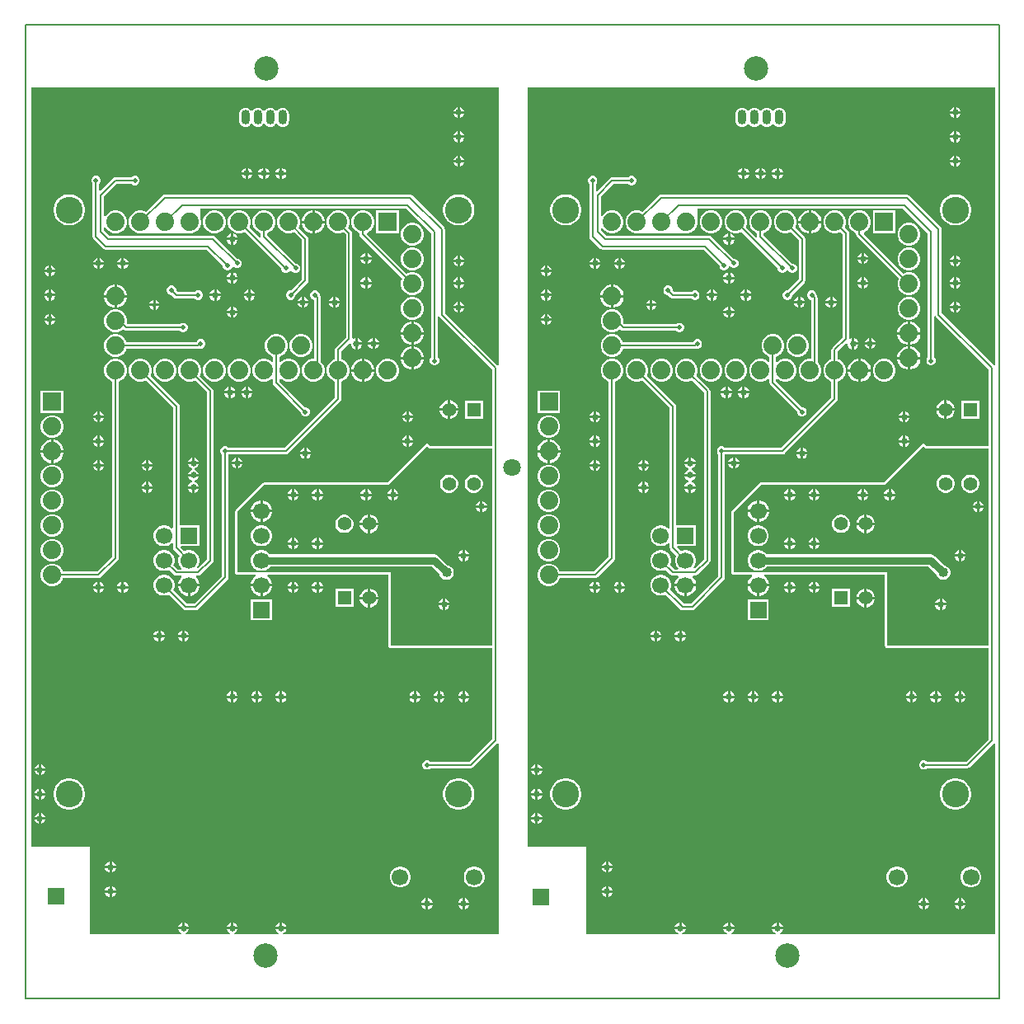
<source format=gbl>
G04*
G04 #@! TF.GenerationSoftware,Altium Limited,Altium Designer,21.3.2 (30)*
G04*
G04 Layer_Physical_Order=2*
G04 Layer_Color=16711680*
%FSLAX25Y25*%
%MOIN*%
G70*
G04*
G04 #@! TF.SameCoordinates,6AF4B204-6769-45D0-A42D-1EC1730201C4*
G04*
G04*
G04 #@! TF.FilePolarity,Positive*
G04*
G01*
G75*
%ADD10C,0.00800*%
%ADD35C,0.03000*%
%ADD38C,0.00787*%
%ADD39C,0.09843*%
%ADD40R,0.07087X0.07087*%
%ADD41C,0.07087*%
%ADD42C,0.07400*%
%ADD43R,0.07400X0.07400*%
%ADD44C,0.06693*%
%ADD45C,0.05512*%
%ADD46R,0.05512X0.05512*%
%ADD47O,0.03543X0.05906*%
%ADD48R,0.06693X0.06693*%
%ADD49R,0.07400X0.07400*%
%ADD50C,0.10827*%
%ADD51C,0.02000*%
%ADD52C,0.02500*%
%ADD53C,0.04000*%
G36*
X392086Y256147D02*
X391978Y256069D01*
X391585Y255958D01*
X370420Y277124D01*
Y311024D01*
X370319Y311531D01*
X370032Y311961D01*
X357237Y324756D01*
X356806Y325044D01*
X356299Y325144D01*
X257047D01*
X257047Y325144D01*
X256540Y325044D01*
X256110Y324756D01*
X249384Y318030D01*
X248980Y318263D01*
X247810Y318576D01*
X246599D01*
X245429Y318263D01*
X244380Y317657D01*
X243524Y316801D01*
X242918Y315752D01*
X242605Y314582D01*
Y313371D01*
X242918Y312201D01*
X243524Y311152D01*
X244380Y310296D01*
X245429Y309690D01*
X246599Y309376D01*
X247810D01*
X248529Y309569D01*
X255880D01*
X256599Y309376D01*
X257810D01*
X258529Y309569D01*
X265880D01*
X266599Y309376D01*
X267810D01*
X268980Y309690D01*
X270029Y310296D01*
X270886Y311152D01*
X271491Y312201D01*
X271805Y313371D01*
Y314582D01*
X271654Y315146D01*
Y319541D01*
X354766D01*
X364816Y309490D01*
Y259236D01*
X364531Y258950D01*
X364242Y258252D01*
Y257496D01*
X364531Y256798D01*
X365066Y256263D01*
X365764Y255974D01*
X366520D01*
X367218Y256263D01*
X367753Y256798D01*
X368042Y257496D01*
Y258252D01*
X367753Y258950D01*
X367467Y259236D01*
Y275770D01*
X367967Y275922D01*
X368157Y275638D01*
X389423Y254372D01*
Y223359D01*
X364553D01*
X363838Y224074D01*
X363540Y224273D01*
X363189Y224343D01*
X362838Y224273D01*
X362540Y224074D01*
X347061Y208595D01*
X297244D01*
X296893Y208525D01*
X296595Y208326D01*
X285769Y197499D01*
X285570Y197202D01*
X285500Y196850D01*
Y172244D01*
X285570Y171893D01*
X285769Y171595D01*
X286066Y171396D01*
X286417Y171326D01*
X293774D01*
X293908Y170826D01*
X293591Y170643D01*
X292782Y169834D01*
X292210Y168843D01*
X291913Y167738D01*
Y167665D01*
X296260D01*
X300606D01*
Y167738D01*
X300310Y168843D01*
X299738Y169834D01*
X298929Y170643D01*
X298611Y170826D01*
X298745Y171326D01*
X347508D01*
Y142717D01*
X347577Y142365D01*
X347776Y142068D01*
X348074Y141869D01*
X348425Y141799D01*
X389423D01*
Y104880D01*
X380357Y95814D01*
X364550D01*
X364265Y96099D01*
X363567Y96388D01*
X362811D01*
X362113Y96099D01*
X361578Y95564D01*
X361289Y94866D01*
Y94110D01*
X361578Y93412D01*
X362113Y92877D01*
X362811Y92588D01*
X363567D01*
X364265Y92877D01*
X364550Y93163D01*
X380906D01*
X381413Y93264D01*
X381843Y93551D01*
X391585Y103294D01*
X391978Y103183D01*
X392086Y103105D01*
Y25944D01*
X305044D01*
X304945Y26444D01*
X305408Y26636D01*
X306041Y27269D01*
X306362Y28043D01*
X301906D01*
X302226Y27269D01*
X302859Y26636D01*
X303323Y26444D01*
X303224Y25944D01*
X285359D01*
X285260Y26444D01*
X285723Y26636D01*
X286356Y27269D01*
X286677Y28043D01*
X282221D01*
X282541Y27269D01*
X283174Y26636D01*
X283638Y26444D01*
X283539Y25944D01*
X265674D01*
X265575Y26444D01*
X266038Y26636D01*
X266671Y27269D01*
X266992Y28043D01*
X262536D01*
X262856Y27269D01*
X263489Y26636D01*
X263953Y26444D01*
X263854Y25944D01*
X226731D01*
Y61377D01*
X203109D01*
Y368463D01*
X392086D01*
Y256147D01*
D02*
G37*
G36*
X191298D02*
X191190Y256069D01*
X190798Y255958D01*
X169633Y277124D01*
Y311024D01*
X169532Y311531D01*
X169244Y311961D01*
X156449Y324756D01*
X156019Y325044D01*
X155512Y325144D01*
X56260D01*
X56260Y325144D01*
X55753Y325044D01*
X55323Y324756D01*
X48596Y318030D01*
X48193Y318263D01*
X47023Y318576D01*
X45812D01*
X44642Y318263D01*
X43593Y317657D01*
X42736Y316801D01*
X42131Y315752D01*
X41817Y314582D01*
Y313371D01*
X42131Y312201D01*
X42736Y311152D01*
X43593Y310296D01*
X44642Y309690D01*
X45812Y309376D01*
X47023D01*
X47742Y309569D01*
X55093D01*
X55812Y309376D01*
X57023D01*
X57742Y309569D01*
X65093D01*
X65812Y309376D01*
X67023D01*
X68193Y309690D01*
X69242Y310296D01*
X70098Y311152D01*
X70704Y312201D01*
X71017Y313371D01*
Y314582D01*
X70866Y315146D01*
Y319541D01*
X153979D01*
X164029Y309490D01*
Y259236D01*
X163744Y258950D01*
X163454Y258252D01*
Y257496D01*
X163744Y256798D01*
X164278Y256263D01*
X164976Y255974D01*
X165732D01*
X166431Y256263D01*
X166965Y256798D01*
X167254Y257496D01*
Y258252D01*
X166965Y258950D01*
X166680Y259236D01*
Y275770D01*
X167180Y275922D01*
X167370Y275638D01*
X188635Y254372D01*
Y223359D01*
X163766D01*
X163050Y224074D01*
X162753Y224273D01*
X162402Y224343D01*
X162050Y224273D01*
X161753Y224074D01*
X146274Y208595D01*
X96457D01*
X96105Y208525D01*
X95808Y208326D01*
X84981Y197499D01*
X84782Y197202D01*
X84712Y196850D01*
Y172244D01*
X84782Y171893D01*
X84981Y171595D01*
X85279Y171396D01*
X85630Y171326D01*
X92987D01*
X93121Y170826D01*
X92804Y170643D01*
X91994Y169834D01*
X91422Y168843D01*
X91126Y167738D01*
Y167665D01*
X95472D01*
X99819D01*
Y167738D01*
X99523Y168843D01*
X98950Y169834D01*
X98141Y170643D01*
X97824Y170826D01*
X97958Y171326D01*
X146720D01*
Y142717D01*
X146790Y142365D01*
X146989Y142068D01*
X147287Y141869D01*
X147638Y141799D01*
X188635D01*
Y104880D01*
X179569Y95814D01*
X163763D01*
X163478Y96099D01*
X162779Y96388D01*
X162024D01*
X161325Y96099D01*
X160791Y95564D01*
X160502Y94866D01*
Y94110D01*
X160791Y93412D01*
X161325Y92877D01*
X162024Y92588D01*
X162779D01*
X163478Y92877D01*
X163763Y93163D01*
X180118D01*
X180625Y93264D01*
X181055Y93551D01*
X190798Y103294D01*
X191190Y103183D01*
X191298Y103105D01*
Y25944D01*
X104257D01*
X104157Y26444D01*
X104621Y26636D01*
X105254Y27269D01*
X105575Y28043D01*
X101118D01*
X101439Y27269D01*
X102072Y26636D01*
X102536Y26444D01*
X102436Y25944D01*
X84572D01*
X84472Y26444D01*
X84936Y26636D01*
X85569Y27269D01*
X85890Y28043D01*
X81433D01*
X81754Y27269D01*
X82387Y26636D01*
X82851Y26444D01*
X82751Y25944D01*
X64887D01*
X64787Y26444D01*
X65251Y26636D01*
X65884Y27269D01*
X66205Y28043D01*
X61748D01*
X62069Y27269D01*
X62702Y26636D01*
X63166Y26444D01*
X63066Y25944D01*
X25944D01*
Y61377D01*
X2322D01*
Y368463D01*
X191298D01*
Y256147D01*
D02*
G37*
G36*
X364173Y222441D02*
X389423D01*
Y142717D01*
X348425D01*
Y172244D01*
X286417D01*
Y196850D01*
X297244Y207677D01*
X347441D01*
X363189Y223425D01*
X364173Y222441D01*
D02*
G37*
G36*
X163386D02*
X188635D01*
Y142717D01*
X147638D01*
Y172244D01*
X85630D01*
Y196850D01*
X96457Y207677D01*
X146653D01*
X162402Y223425D01*
X163386Y222441D01*
D02*
G37*
%LPC*%
G36*
X304744Y360175D02*
X304047Y360083D01*
X303397Y359814D01*
X302839Y359386D01*
X302546Y359004D01*
X302451Y358968D01*
X302038D01*
X301942Y359004D01*
X301649Y359386D01*
X301091Y359814D01*
X300442Y360083D01*
X299744Y360175D01*
X299047Y360083D01*
X298397Y359814D01*
X297839Y359386D01*
X297546Y359004D01*
X297451Y358968D01*
X297038D01*
X296942Y359004D01*
X296650Y359386D01*
X296091Y359814D01*
X295442Y360083D01*
X294744Y360175D01*
X294047Y360083D01*
X293397Y359814D01*
X292839Y359386D01*
X292546Y359004D01*
X292451Y358968D01*
X292038D01*
X291942Y359004D01*
X291650Y359386D01*
X291091Y359814D01*
X290441Y360083D01*
X289744Y360175D01*
X289047Y360083D01*
X288397Y359814D01*
X287839Y359386D01*
X287410Y358828D01*
X287141Y358178D01*
X287049Y357480D01*
Y355118D01*
X287141Y354421D01*
X287410Y353771D01*
X287839Y353213D01*
X288397Y352784D01*
X289047Y352515D01*
X289744Y352423D01*
X290441Y352515D01*
X291091Y352784D01*
X291650Y353213D01*
X291942Y353594D01*
X292038Y353630D01*
X292451D01*
X292546Y353594D01*
X292839Y353213D01*
X293397Y352784D01*
X294047Y352515D01*
X294744Y352423D01*
X295442Y352515D01*
X296091Y352784D01*
X296650Y353213D01*
X296942Y353594D01*
X297038Y353630D01*
X297451D01*
X297546Y353594D01*
X297839Y353213D01*
X298397Y352784D01*
X299047Y352515D01*
X299744Y352423D01*
X300442Y352515D01*
X301091Y352784D01*
X301649Y353213D01*
X301942Y353594D01*
X302038Y353630D01*
X302451D01*
X302546Y353594D01*
X302839Y353213D01*
X303397Y352784D01*
X304047Y352515D01*
X304744Y352423D01*
X305441Y352515D01*
X306091Y352784D01*
X306649Y353213D01*
X307078Y353771D01*
X307347Y354421D01*
X307439Y355118D01*
Y357480D01*
X307347Y358178D01*
X307078Y358828D01*
X306649Y359386D01*
X306091Y359814D01*
X305441Y360083D01*
X304744Y360175D01*
D02*
G37*
G36*
X376484Y360496D02*
Y358768D01*
X378212D01*
X377892Y359542D01*
X377259Y360175D01*
X376484Y360496D01*
D02*
G37*
G36*
X375484D02*
X374710Y360175D01*
X374077Y359542D01*
X373756Y358768D01*
X375484D01*
Y360496D01*
D02*
G37*
G36*
X378212Y357768D02*
X376484D01*
Y356039D01*
X377259Y356360D01*
X377892Y356993D01*
X378212Y357768D01*
D02*
G37*
G36*
X375484D02*
X373756D01*
X374077Y356993D01*
X374710Y356360D01*
X375484Y356039D01*
Y357768D01*
D02*
G37*
G36*
X376484Y350654D02*
Y348925D01*
X378212D01*
X377892Y349700D01*
X377259Y350333D01*
X376484Y350654D01*
D02*
G37*
G36*
X375484D02*
X374710Y350333D01*
X374077Y349700D01*
X373756Y348925D01*
X375484D01*
Y350654D01*
D02*
G37*
G36*
X378212Y347925D02*
X376484D01*
Y346197D01*
X377259Y346518D01*
X377892Y347151D01*
X378212Y347925D01*
D02*
G37*
G36*
X375484D02*
X373756D01*
X374077Y347151D01*
X374710Y346518D01*
X375484Y346197D01*
Y347925D01*
D02*
G37*
G36*
X376484Y340811D02*
Y339083D01*
X378212D01*
X377892Y339857D01*
X377259Y340490D01*
X376484Y340811D01*
D02*
G37*
G36*
X375484D02*
X374710Y340490D01*
X374077Y339857D01*
X373756Y339083D01*
X375484D01*
Y340811D01*
D02*
G37*
G36*
X378212Y338083D02*
X376484D01*
Y336354D01*
X377259Y336675D01*
X377892Y337308D01*
X378212Y338083D01*
D02*
G37*
G36*
X375484D02*
X373756D01*
X374077Y337308D01*
X374710Y336675D01*
X375484Y336354D01*
Y338083D01*
D02*
G37*
G36*
X304634Y335890D02*
Y334161D01*
X306362D01*
X306041Y334936D01*
X305408Y335569D01*
X304634Y335890D01*
D02*
G37*
G36*
X303634D02*
X302859Y335569D01*
X302226Y334936D01*
X301906Y334161D01*
X303634D01*
Y335890D01*
D02*
G37*
G36*
X297744D02*
Y334161D01*
X299472D01*
X299152Y334936D01*
X298519Y335569D01*
X297744Y335890D01*
D02*
G37*
G36*
X296744D02*
X295970Y335569D01*
X295337Y334936D01*
X295016Y334161D01*
X296744D01*
Y335890D01*
D02*
G37*
G36*
X290854D02*
Y334161D01*
X292583D01*
X292262Y334936D01*
X291629Y335569D01*
X290854Y335890D01*
D02*
G37*
G36*
X289854D02*
X289080Y335569D01*
X288447Y334936D01*
X288126Y334161D01*
X289854D01*
Y335890D01*
D02*
G37*
G36*
X306362Y333161D02*
X304634D01*
Y331433D01*
X305408Y331754D01*
X306041Y332387D01*
X306362Y333161D01*
D02*
G37*
G36*
X303634D02*
X301906D01*
X302226Y332387D01*
X302859Y331754D01*
X303634Y331433D01*
Y333161D01*
D02*
G37*
G36*
X299472D02*
X297744D01*
Y331433D01*
X298519Y331754D01*
X299152Y332387D01*
X299472Y333161D01*
D02*
G37*
G36*
X296744D02*
X295016D01*
X295337Y332387D01*
X295970Y331754D01*
X296744Y331433D01*
Y333161D01*
D02*
G37*
G36*
X292583D02*
X290854D01*
Y331433D01*
X291629Y331754D01*
X292262Y332387D01*
X292583Y333161D01*
D02*
G37*
G36*
X289854D02*
X288126D01*
X288447Y332387D01*
X289080Y331754D01*
X289854Y331433D01*
Y333161D01*
D02*
G37*
G36*
X245457Y332609D02*
X244701D01*
X244003Y332319D01*
X243717Y332034D01*
X237205D01*
X236698Y331933D01*
X236267Y331646D01*
X231118Y326497D01*
X230656Y326688D01*
Y329347D01*
X230942Y329632D01*
X231231Y330331D01*
Y331087D01*
X230942Y331785D01*
X230407Y332319D01*
X229709Y332609D01*
X228953D01*
X228255Y332319D01*
X227720Y331785D01*
X227431Y331087D01*
Y330331D01*
X227720Y329632D01*
X228005Y329347D01*
Y308071D01*
X228106Y307564D01*
X228394Y307134D01*
X232330Y303197D01*
X232761Y302909D01*
X233268Y302808D01*
X274057D01*
X280580Y296285D01*
Y295882D01*
X280870Y295184D01*
X281404Y294649D01*
X282102Y294360D01*
X282858D01*
X283557Y294649D01*
X284091Y295184D01*
X284380Y295882D01*
Y295941D01*
X284532Y296021D01*
X284880Y296094D01*
X285341Y295633D01*
X286039Y295344D01*
X286795D01*
X287494Y295633D01*
X288028Y296168D01*
X288317Y296866D01*
Y297622D01*
X288028Y298320D01*
X287494Y298855D01*
X286795Y299144D01*
X286392D01*
X277512Y308024D01*
X277082Y308311D01*
X276575Y308412D01*
X234801D01*
X232625Y310588D01*
Y311709D01*
X233125Y311843D01*
X233524Y311152D01*
X234380Y310296D01*
X235429Y309690D01*
X236599Y309376D01*
X237810D01*
X238980Y309690D01*
X240029Y310296D01*
X240886Y311152D01*
X241491Y312201D01*
X241805Y313371D01*
Y314582D01*
X241491Y315752D01*
X240886Y316801D01*
X240029Y317657D01*
X238980Y318263D01*
X237810Y318576D01*
X236599D01*
X235429Y318263D01*
X234380Y317657D01*
X233524Y316801D01*
X233125Y316109D01*
X232625Y316244D01*
Y324254D01*
X237754Y329383D01*
X243717D01*
X244003Y329098D01*
X244701Y328809D01*
X245457D01*
X246155Y329098D01*
X246690Y329632D01*
X246979Y330331D01*
Y331087D01*
X246690Y331785D01*
X246155Y332319D01*
X245457Y332609D01*
D02*
G37*
G36*
X317824Y318676D02*
X317705D01*
Y314476D01*
X321905D01*
Y314595D01*
X321584Y315791D01*
X320966Y316862D01*
X320091Y317737D01*
X319019Y318356D01*
X317824Y318676D01*
D02*
G37*
G36*
X316705D02*
X316586D01*
X315391Y318356D01*
X314319Y317737D01*
X313444Y316862D01*
X312825Y315791D01*
X312505Y314595D01*
Y314476D01*
X316705D01*
Y318676D01*
D02*
G37*
G36*
X376606Y325211D02*
X375362D01*
X374143Y324968D01*
X372994Y324493D01*
X371960Y323802D01*
X371080Y322922D01*
X370389Y321888D01*
X369914Y320739D01*
X369671Y319519D01*
Y318276D01*
X369914Y317056D01*
X370389Y315907D01*
X371080Y314873D01*
X371960Y313994D01*
X372994Y313303D01*
X374143Y312827D01*
X375362Y312584D01*
X376606D01*
X377826Y312827D01*
X378975Y313303D01*
X380009Y313994D01*
X380888Y314873D01*
X381579Y315907D01*
X382055Y317056D01*
X382298Y318276D01*
Y319519D01*
X382055Y320739D01*
X381579Y321888D01*
X380888Y322922D01*
X380009Y323802D01*
X378975Y324493D01*
X377826Y324968D01*
X376606Y325211D01*
D02*
G37*
G36*
X219126D02*
X217882D01*
X216662Y324968D01*
X215513Y324493D01*
X214479Y323802D01*
X213600Y322922D01*
X212909Y321888D01*
X212433Y320739D01*
X212191Y319519D01*
Y318276D01*
X212433Y317056D01*
X212909Y315907D01*
X213600Y314873D01*
X214479Y313994D01*
X215513Y313303D01*
X216662Y312827D01*
X217882Y312584D01*
X219126D01*
X220345Y312827D01*
X221495Y313303D01*
X222529Y313994D01*
X223408Y314873D01*
X224099Y315907D01*
X224575Y317056D01*
X224817Y318276D01*
Y319519D01*
X224575Y320739D01*
X224099Y321888D01*
X223408Y322922D01*
X222529Y323802D01*
X221495Y324493D01*
X220345Y324968D01*
X219126Y325211D01*
D02*
G37*
G36*
X351805Y318576D02*
X342605D01*
Y309376D01*
X351805D01*
Y318576D01*
D02*
G37*
G36*
X277810D02*
X276599D01*
X275429Y318263D01*
X274380Y317657D01*
X273524Y316801D01*
X272918Y315752D01*
X272605Y314582D01*
Y313371D01*
X272918Y312201D01*
X273524Y311152D01*
X274380Y310296D01*
X275429Y309690D01*
X276599Y309376D01*
X277810D01*
X278980Y309690D01*
X280029Y310296D01*
X280886Y311152D01*
X281491Y312201D01*
X281805Y313371D01*
Y314582D01*
X281491Y315752D01*
X280886Y316801D01*
X280029Y317657D01*
X278980Y318263D01*
X277810Y318576D01*
D02*
G37*
G36*
X321905Y313476D02*
X317705D01*
Y309276D01*
X317824D01*
X319019Y309597D01*
X320091Y310215D01*
X320966Y311090D01*
X321584Y312162D01*
X321905Y313358D01*
Y313476D01*
D02*
G37*
G36*
X316705D02*
X312505D01*
Y313358D01*
X312825Y312162D01*
X313444Y311090D01*
X314319Y310215D01*
X315391Y309597D01*
X316586Y309276D01*
X316705D01*
Y313476D01*
D02*
G37*
G36*
X297810Y318576D02*
X296599D01*
X295429Y318263D01*
X294380Y317657D01*
X293524Y316801D01*
X292918Y315752D01*
X292605Y314582D01*
Y313371D01*
X292918Y312201D01*
X293524Y311152D01*
X294380Y310296D01*
X295429Y309690D01*
X295879Y309569D01*
Y308110D01*
X295911Y307950D01*
X295450Y307704D01*
X291294Y311860D01*
X291491Y312201D01*
X291805Y313371D01*
Y314582D01*
X291491Y315752D01*
X290886Y316801D01*
X290029Y317657D01*
X288980Y318263D01*
X287810Y318576D01*
X286599D01*
X285429Y318263D01*
X284380Y317657D01*
X283524Y316801D01*
X282918Y315752D01*
X282605Y314582D01*
Y313371D01*
X282918Y312201D01*
X283524Y311152D01*
X284380Y310296D01*
X285429Y309690D01*
X286599Y309376D01*
X287810D01*
X288980Y309690D01*
X289446Y309959D01*
X304202Y295203D01*
Y294898D01*
X304492Y294199D01*
X305026Y293665D01*
X305724Y293376D01*
X306480D01*
X307179Y293665D01*
X307713Y294199D01*
X307800Y294410D01*
X308342D01*
X308429Y294199D01*
X308963Y293665D01*
X309662Y293376D01*
X310417D01*
X311116Y293665D01*
X311650Y294199D01*
X311939Y294898D01*
Y295654D01*
X311650Y296352D01*
X311116Y296886D01*
X310417Y297176D01*
X310014D01*
X298530Y308659D01*
Y309569D01*
X298980Y309690D01*
X300029Y310296D01*
X300886Y311152D01*
X301491Y312201D01*
X301805Y313371D01*
Y314582D01*
X301491Y315752D01*
X300886Y316801D01*
X300029Y317657D01*
X298980Y318263D01*
X297810Y318576D01*
D02*
G37*
G36*
X284949Y309315D02*
Y307587D01*
X286677D01*
X286356Y308361D01*
X285723Y308994D01*
X284949Y309315D01*
D02*
G37*
G36*
X283949D02*
X283174Y308994D01*
X282541Y308361D01*
X282221Y307587D01*
X283949D01*
Y309315D01*
D02*
G37*
G36*
X286677Y306587D02*
X284949D01*
Y304858D01*
X285723Y305179D01*
X286356Y305812D01*
X286677Y306587D01*
D02*
G37*
G36*
X283949D02*
X282221D01*
X282541Y305812D01*
X283174Y305179D01*
X283949Y304858D01*
Y306587D01*
D02*
G37*
G36*
X357810Y313576D02*
X356599D01*
X355429Y313263D01*
X354380Y312657D01*
X353524Y311801D01*
X352918Y310752D01*
X352605Y309582D01*
Y308371D01*
X352918Y307201D01*
X353524Y306152D01*
X354380Y305295D01*
X355429Y304690D01*
X356599Y304376D01*
X357810D01*
X358980Y304690D01*
X360029Y305295D01*
X360886Y306152D01*
X361491Y307201D01*
X361805Y308371D01*
Y309582D01*
X361491Y310752D01*
X360886Y311801D01*
X360029Y312657D01*
X358980Y313263D01*
X357810Y313576D01*
D02*
G37*
G36*
X339083Y301441D02*
Y299713D01*
X340811D01*
X340490Y300487D01*
X339857Y301120D01*
X339083Y301441D01*
D02*
G37*
G36*
X338083D02*
X337308Y301120D01*
X336675Y300487D01*
X336354Y299713D01*
X338083D01*
Y301441D01*
D02*
G37*
G36*
X376484Y300457D02*
Y298728D01*
X378212D01*
X377892Y299503D01*
X377259Y300136D01*
X376484Y300457D01*
D02*
G37*
G36*
X375484D02*
X374710Y300136D01*
X374077Y299503D01*
X373756Y298728D01*
X375484D01*
Y300457D01*
D02*
G37*
G36*
X240657Y299472D02*
Y297744D01*
X242386D01*
X242065Y298519D01*
X241432Y299152D01*
X240657Y299472D01*
D02*
G37*
G36*
X239657D02*
X238883Y299152D01*
X238250Y298519D01*
X237929Y297744D01*
X239657D01*
Y299472D01*
D02*
G37*
G36*
X230815D02*
Y297744D01*
X232543D01*
X232222Y298519D01*
X231590Y299152D01*
X230815Y299472D01*
D02*
G37*
G36*
X229815D02*
X229041Y299152D01*
X228408Y298519D01*
X228087Y297744D01*
X229815D01*
Y299472D01*
D02*
G37*
G36*
X340811Y298713D02*
X339083D01*
Y296984D01*
X339857Y297305D01*
X340490Y297938D01*
X340811Y298713D01*
D02*
G37*
G36*
X338083D02*
X336354D01*
X336675Y297938D01*
X337308Y297305D01*
X338083Y296984D01*
Y298713D01*
D02*
G37*
G36*
X378212Y297728D02*
X376484D01*
Y296000D01*
X377259Y296321D01*
X377892Y296954D01*
X378212Y297728D01*
D02*
G37*
G36*
X375484D02*
X373756D01*
X374077Y296954D01*
X374710Y296321D01*
X375484Y296000D01*
Y297728D01*
D02*
G37*
G36*
X242386Y296744D02*
X240657D01*
Y295016D01*
X241432Y295337D01*
X242065Y295970D01*
X242386Y296744D01*
D02*
G37*
G36*
X239657D02*
X237929D01*
X238250Y295970D01*
X238883Y295337D01*
X239657Y295016D01*
Y296744D01*
D02*
G37*
G36*
X232543D02*
X230815D01*
Y295016D01*
X231590Y295337D01*
X232222Y295970D01*
X232543Y296744D01*
D02*
G37*
G36*
X229815D02*
X228087D01*
X228408Y295970D01*
X229041Y295337D01*
X229815Y295016D01*
Y296744D01*
D02*
G37*
G36*
X211130Y296520D02*
Y294791D01*
X212858D01*
X212537Y295566D01*
X211904Y296199D01*
X211130Y296520D01*
D02*
G37*
G36*
X210130D02*
X209355Y296199D01*
X208722Y295566D01*
X208402Y294791D01*
X210130D01*
Y296520D01*
D02*
G37*
G36*
X357810Y303576D02*
X356599D01*
X355429Y303263D01*
X354380Y302657D01*
X353524Y301801D01*
X352918Y300752D01*
X352605Y299582D01*
Y298371D01*
X352918Y297201D01*
X353524Y296152D01*
X354380Y295296D01*
X355429Y294690D01*
X356599Y294376D01*
X357810D01*
X358980Y294690D01*
X360029Y295296D01*
X360886Y296152D01*
X361491Y297201D01*
X361805Y298371D01*
Y299582D01*
X361491Y300752D01*
X360886Y301801D01*
X360029Y302657D01*
X358980Y303263D01*
X357810Y303576D01*
D02*
G37*
G36*
X212858Y293791D02*
X211130D01*
Y292063D01*
X211904Y292384D01*
X212537Y293017D01*
X212858Y293791D01*
D02*
G37*
G36*
X210130D02*
X208402D01*
X208722Y293017D01*
X209355Y292384D01*
X210130Y292063D01*
Y293791D01*
D02*
G37*
G36*
X284949Y293567D02*
Y291839D01*
X286677D01*
X286356Y292613D01*
X285723Y293246D01*
X284949Y293567D01*
D02*
G37*
G36*
X283949D02*
X283174Y293246D01*
X282541Y292613D01*
X282221Y291839D01*
X283949D01*
Y293567D01*
D02*
G37*
G36*
X376484Y291598D02*
Y289870D01*
X378212D01*
X377892Y290645D01*
X377259Y291278D01*
X376484Y291598D01*
D02*
G37*
G36*
X375484D02*
X374710Y291278D01*
X374077Y290645D01*
X373756Y289870D01*
X375484D01*
Y291598D01*
D02*
G37*
G36*
X339083D02*
Y289870D01*
X340811D01*
X340490Y290645D01*
X339857Y291278D01*
X339083Y291598D01*
D02*
G37*
G36*
X338083D02*
X337308Y291278D01*
X336675Y290645D01*
X336354Y289870D01*
X338083D01*
Y291598D01*
D02*
G37*
G36*
X286677Y290839D02*
X284949D01*
Y289110D01*
X285723Y289431D01*
X286356Y290064D01*
X286677Y290839D01*
D02*
G37*
G36*
X283949D02*
X282221D01*
X282541Y290064D01*
X283174Y289431D01*
X283949Y289110D01*
Y290839D01*
D02*
G37*
G36*
X378212Y288870D02*
X376484D01*
Y287142D01*
X377259Y287463D01*
X377892Y288096D01*
X378212Y288870D01*
D02*
G37*
G36*
X375484D02*
X373756D01*
X374077Y288096D01*
X374710Y287463D01*
X375484Y287142D01*
Y288870D01*
D02*
G37*
G36*
X340811D02*
X339083D01*
Y287142D01*
X339857Y287463D01*
X340490Y288096D01*
X340811Y288870D01*
D02*
G37*
G36*
X338083D02*
X336354D01*
X336675Y288096D01*
X337308Y287463D01*
X338083Y287142D01*
Y288870D01*
D02*
G37*
G36*
X291839Y286677D02*
Y284949D01*
X293567D01*
X293246Y285723D01*
X292613Y286356D01*
X291839Y286677D01*
D02*
G37*
G36*
X290839D02*
X290064Y286356D01*
X289431Y285723D01*
X289110Y284949D01*
X290839D01*
Y286677D01*
D02*
G37*
G36*
X278059D02*
Y284949D01*
X279787D01*
X279467Y285723D01*
X278834Y286356D01*
X278059Y286677D01*
D02*
G37*
G36*
X277059D02*
X276285Y286356D01*
X275652Y285723D01*
X275331Y284949D01*
X277059D01*
Y286677D01*
D02*
G37*
G36*
X211130D02*
Y284949D01*
X212858D01*
X212537Y285723D01*
X211904Y286356D01*
X211130Y286677D01*
D02*
G37*
G36*
X210130D02*
X209355Y286356D01*
X208722Y285723D01*
X208402Y284949D01*
X210130D01*
Y286677D01*
D02*
G37*
G36*
X237824Y288676D02*
X237705D01*
Y284476D01*
X241905D01*
Y284595D01*
X241584Y285790D01*
X240966Y286862D01*
X240091Y287737D01*
X239019Y288356D01*
X237824Y288676D01*
D02*
G37*
G36*
X236705D02*
X236586D01*
X235391Y288356D01*
X234319Y287737D01*
X233444Y286862D01*
X232825Y285790D01*
X232505Y284595D01*
Y284476D01*
X236705D01*
Y288676D01*
D02*
G37*
G36*
X337810Y318576D02*
X336599D01*
X335429Y318263D01*
X334380Y317657D01*
X333524Y316801D01*
X332918Y315752D01*
X332605Y314582D01*
Y313371D01*
X332918Y312201D01*
X333524Y311152D01*
X334380Y310296D01*
X335429Y309690D01*
X335879Y309569D01*
Y308976D01*
X335980Y308469D01*
X336267Y308039D01*
X353151Y291155D01*
X352918Y290752D01*
X352605Y289582D01*
Y288371D01*
X352918Y287201D01*
X353524Y286152D01*
X354380Y285296D01*
X355429Y284690D01*
X356599Y284376D01*
X357810D01*
X358980Y284690D01*
X360029Y285296D01*
X360886Y286152D01*
X361491Y287201D01*
X361805Y288371D01*
Y289582D01*
X361491Y290752D01*
X360886Y291801D01*
X360029Y292657D01*
X358980Y293263D01*
X357810Y293576D01*
X356599D01*
X355429Y293263D01*
X355026Y293030D01*
X338904Y309152D01*
X338954Y309504D01*
X339039Y309724D01*
X340029Y310296D01*
X340886Y311152D01*
X341491Y312201D01*
X341805Y313371D01*
Y314582D01*
X341491Y315752D01*
X340886Y316801D01*
X340029Y317657D01*
X338980Y318263D01*
X337810Y318576D01*
D02*
G37*
G36*
X307810D02*
X306599D01*
X305429Y318263D01*
X304380Y317657D01*
X303524Y316801D01*
X302918Y315752D01*
X302605Y314582D01*
Y313371D01*
X302918Y312201D01*
X303524Y311152D01*
X304380Y310296D01*
X305429Y309690D01*
X306599Y309376D01*
X307810D01*
X308980Y309690D01*
X309384Y309923D01*
X312651Y306656D01*
Y290903D01*
X308096Y286349D01*
X307693D01*
X306995Y286060D01*
X306460Y285525D01*
X306171Y284827D01*
Y284071D01*
X306460Y283373D01*
X306995Y282838D01*
X307693Y282549D01*
X308449D01*
X309147Y282838D01*
X309682Y283373D01*
X309971Y284071D01*
Y284474D01*
X314914Y289417D01*
X315201Y289847D01*
X315302Y290354D01*
Y307205D01*
X315201Y307712D01*
X314914Y308142D01*
X311258Y311797D01*
X311491Y312201D01*
X311805Y313371D01*
Y314582D01*
X311491Y315752D01*
X310886Y316801D01*
X310029Y317657D01*
X308980Y318263D01*
X307810Y318576D01*
D02*
G37*
G36*
X260221Y288317D02*
X259465D01*
X258766Y288028D01*
X258232Y287494D01*
X257943Y286795D01*
Y286039D01*
X258232Y285341D01*
X258766Y284807D01*
X259465Y284517D01*
X259868D01*
X260874Y283512D01*
X261304Y283224D01*
X261811Y283123D01*
X269308D01*
X269593Y282838D01*
X270291Y282549D01*
X271047D01*
X271746Y282838D01*
X272280Y283373D01*
X272569Y284071D01*
Y284827D01*
X272280Y285525D01*
X271746Y286060D01*
X271047Y286349D01*
X270291D01*
X269593Y286060D01*
X269308Y285774D01*
X262360D01*
X261742Y286392D01*
Y286795D01*
X261453Y287494D01*
X260919Y288028D01*
X260221Y288317D01*
D02*
G37*
G36*
X293567Y283949D02*
X291839D01*
Y282221D01*
X292613Y282541D01*
X293246Y283174D01*
X293567Y283949D01*
D02*
G37*
G36*
X290839D02*
X289110D01*
X289431Y283174D01*
X290064Y282541D01*
X290839Y282221D01*
Y283949D01*
D02*
G37*
G36*
X279787D02*
X278059D01*
Y282221D01*
X278834Y282541D01*
X279467Y283174D01*
X279787Y283949D01*
D02*
G37*
G36*
X277059D02*
X275331D01*
X275652Y283174D01*
X276285Y282541D01*
X277059Y282221D01*
Y283949D01*
D02*
G37*
G36*
X212858D02*
X211130D01*
Y282221D01*
X211904Y282541D01*
X212537Y283174D01*
X212858Y283949D01*
D02*
G37*
G36*
X210130D02*
X208402D01*
X208722Y283174D01*
X209355Y282541D01*
X210130Y282221D01*
Y283949D01*
D02*
G37*
G36*
X326287Y283724D02*
Y281996D01*
X328016D01*
X327695Y282771D01*
X327062Y283403D01*
X326287Y283724D01*
D02*
G37*
G36*
X325287D02*
X324513Y283403D01*
X323880Y282771D01*
X323559Y281996D01*
X325287D01*
Y283724D01*
D02*
G37*
G36*
X313492D02*
Y281996D01*
X315220D01*
X314900Y282771D01*
X314267Y283403D01*
X313492Y283724D01*
D02*
G37*
G36*
X312492D02*
X311718Y283403D01*
X311085Y282771D01*
X310764Y281996D01*
X312492D01*
Y283724D01*
D02*
G37*
G36*
X253453Y282470D02*
Y281012D01*
X254910D01*
X254648Y281645D01*
X254086Y282207D01*
X253453Y282470D01*
D02*
G37*
G36*
X252453D02*
X251820Y282207D01*
X251257Y281645D01*
X250995Y281012D01*
X252453D01*
Y282470D01*
D02*
G37*
G36*
X376484Y281756D02*
Y280028D01*
X378212D01*
X377892Y280802D01*
X377259Y281435D01*
X376484Y281756D01*
D02*
G37*
G36*
X375484D02*
X374710Y281435D01*
X374077Y280802D01*
X373756Y280028D01*
X375484D01*
Y281756D01*
D02*
G37*
G36*
X241905Y283476D02*
X237705D01*
Y279276D01*
X237824D01*
X239019Y279597D01*
X240091Y280215D01*
X240966Y281090D01*
X241584Y282162D01*
X241905Y283358D01*
Y283476D01*
D02*
G37*
G36*
X236705D02*
X232505D01*
Y283358D01*
X232825Y282162D01*
X233444Y281090D01*
X234319Y280215D01*
X235391Y279597D01*
X236586Y279276D01*
X236705D01*
Y283476D01*
D02*
G37*
G36*
X328016Y280996D02*
X326287D01*
Y279268D01*
X327062Y279589D01*
X327695Y280222D01*
X328016Y280996D01*
D02*
G37*
G36*
X325287D02*
X323559D01*
X323880Y280222D01*
X324513Y279589D01*
X325287Y279268D01*
Y280996D01*
D02*
G37*
G36*
X315220D02*
X313492D01*
Y279268D01*
X314267Y279589D01*
X314900Y280222D01*
X315220Y280996D01*
D02*
G37*
G36*
X312492D02*
X310764D01*
X311085Y280222D01*
X311718Y279589D01*
X312492Y279268D01*
Y280996D01*
D02*
G37*
G36*
X254910Y280012D02*
X253453D01*
Y278554D01*
X254086Y278816D01*
X254648Y279379D01*
X254910Y280012D01*
D02*
G37*
G36*
X252453D02*
X250995D01*
X251257Y279379D01*
X251820Y278816D01*
X252453Y278554D01*
Y280012D01*
D02*
G37*
G36*
X284949Y279787D02*
Y278059D01*
X286677D01*
X286356Y278834D01*
X285723Y279467D01*
X284949Y279787D01*
D02*
G37*
G36*
X283949D02*
X283174Y279467D01*
X282541Y278834D01*
X282221Y278059D01*
X283949D01*
Y279787D01*
D02*
G37*
G36*
X378212Y279028D02*
X376484D01*
Y277299D01*
X377259Y277620D01*
X377892Y278253D01*
X378212Y279028D01*
D02*
G37*
G36*
X375484D02*
X373756D01*
X374077Y278253D01*
X374710Y277620D01*
X375484Y277299D01*
Y279028D01*
D02*
G37*
G36*
X286677Y277059D02*
X284949D01*
Y275331D01*
X285723Y275652D01*
X286356Y276285D01*
X286677Y277059D01*
D02*
G37*
G36*
X283949D02*
X282221D01*
X282541Y276285D01*
X283174Y275652D01*
X283949Y275331D01*
Y277059D01*
D02*
G37*
G36*
X211130Y276835D02*
Y275106D01*
X212858D01*
X212537Y275881D01*
X211904Y276514D01*
X211130Y276835D01*
D02*
G37*
G36*
X210130D02*
X209355Y276514D01*
X208722Y275881D01*
X208402Y275106D01*
X210130D01*
Y276835D01*
D02*
G37*
G36*
X357810Y283576D02*
X356599D01*
X355429Y283263D01*
X354380Y282657D01*
X353524Y281801D01*
X352918Y280752D01*
X352605Y279582D01*
Y278371D01*
X352918Y277201D01*
X353524Y276152D01*
X354380Y275295D01*
X355429Y274690D01*
X356599Y274376D01*
X357810D01*
X358980Y274690D01*
X360029Y275295D01*
X360886Y276152D01*
X361491Y277201D01*
X361805Y278371D01*
Y279582D01*
X361491Y280752D01*
X360886Y281801D01*
X360029Y282657D01*
X358980Y283263D01*
X357810Y283576D01*
D02*
G37*
G36*
X212858Y274106D02*
X211130D01*
Y272378D01*
X211904Y272699D01*
X212537Y273332D01*
X212858Y274106D01*
D02*
G37*
G36*
X210130D02*
X208402D01*
X208722Y273332D01*
X209355Y272699D01*
X210130Y272378D01*
Y274106D01*
D02*
G37*
G36*
X357823Y273676D02*
X357705D01*
Y269476D01*
X361905D01*
Y269595D01*
X361584Y270791D01*
X360966Y271862D01*
X360091Y272737D01*
X359019Y273356D01*
X357823Y273676D01*
D02*
G37*
G36*
X356705D02*
X356586D01*
X355391Y273356D01*
X354319Y272737D01*
X353444Y271862D01*
X352825Y270791D01*
X352505Y269595D01*
Y269476D01*
X356705D01*
Y273676D01*
D02*
G37*
G36*
X237810Y278576D02*
X236599D01*
X235429Y278263D01*
X234380Y277657D01*
X233524Y276801D01*
X232918Y275752D01*
X232605Y274582D01*
Y273371D01*
X232918Y272201D01*
X233524Y271152D01*
X234380Y270296D01*
X235429Y269690D01*
X236599Y269376D01*
X237810D01*
X238980Y269690D01*
X240029Y270296D01*
X240413Y270679D01*
X240717Y270376D01*
X241146Y270089D01*
X241654Y269988D01*
X263129D01*
X263414Y269703D01*
X264112Y269413D01*
X264868D01*
X265566Y269703D01*
X266101Y270237D01*
X266390Y270935D01*
Y271691D01*
X266101Y272390D01*
X265566Y272924D01*
X264868Y273213D01*
X264112D01*
X263414Y272924D01*
X263129Y272639D01*
X242203D01*
X241734Y273107D01*
X241805Y273371D01*
Y274582D01*
X241491Y275752D01*
X240886Y276801D01*
X240029Y277657D01*
X238980Y278263D01*
X237810Y278576D01*
D02*
G37*
G36*
X342043Y267060D02*
Y265332D01*
X343771D01*
X343450Y266107D01*
X342817Y266740D01*
X342043Y267060D01*
D02*
G37*
G36*
X341043D02*
X340268Y266740D01*
X339635Y266107D01*
X339315Y265332D01*
X341043D01*
Y267060D01*
D02*
G37*
G36*
X335146Y266992D02*
Y265264D01*
X336874D01*
X336553Y266038D01*
X335920Y266671D01*
X335146Y266992D01*
D02*
G37*
G36*
X361905Y268476D02*
X357705D01*
Y264276D01*
X357823D01*
X359019Y264597D01*
X360091Y265215D01*
X360966Y266090D01*
X361584Y267162D01*
X361905Y268358D01*
Y268476D01*
D02*
G37*
G36*
X356705D02*
X352505D01*
Y268358D01*
X352825Y267162D01*
X353444Y266090D01*
X354319Y265215D01*
X355391Y264597D01*
X356586Y264276D01*
X356705D01*
Y268476D01*
D02*
G37*
G36*
X237810Y268576D02*
X236599D01*
X235429Y268263D01*
X234380Y267657D01*
X233524Y266801D01*
X232918Y265752D01*
X232605Y264582D01*
Y263371D01*
X232918Y262201D01*
X233524Y261152D01*
X234380Y260296D01*
X235429Y259690D01*
X236599Y259376D01*
X237810D01*
X238980Y259690D01*
X240029Y260296D01*
X240886Y261152D01*
X241491Y262201D01*
X241612Y262651D01*
X270585D01*
X271092Y262752D01*
X271266Y262868D01*
X271276Y262864D01*
X272031D01*
X272730Y263153D01*
X273264Y263687D01*
X273553Y264386D01*
Y265142D01*
X273264Y265840D01*
X272730Y266374D01*
X272031Y266664D01*
X271276D01*
X270577Y266374D01*
X270043Y265840D01*
X269820Y265302D01*
X241612D01*
X241491Y265752D01*
X240886Y266801D01*
X240029Y267657D01*
X238980Y268263D01*
X237810Y268576D01*
D02*
G37*
G36*
X343771Y264332D02*
X342043D01*
Y262604D01*
X342817Y262925D01*
X343450Y263558D01*
X343771Y264332D01*
D02*
G37*
G36*
X341043D02*
X339315D01*
X339635Y263558D01*
X340268Y262925D01*
X341043Y262604D01*
Y264332D01*
D02*
G37*
G36*
X336874Y264264D02*
X335146D01*
Y262536D01*
X335920Y262856D01*
X336553Y263489D01*
X336874Y264264D01*
D02*
G37*
G36*
X327810Y318576D02*
X326599D01*
X325429Y318263D01*
X324380Y317657D01*
X323524Y316801D01*
X322918Y315752D01*
X322605Y314582D01*
Y313371D01*
X322918Y312201D01*
X323524Y311152D01*
X324380Y310296D01*
X325429Y309690D01*
X326599Y309376D01*
X327810D01*
X328980Y309690D01*
X329384Y309923D01*
X330367Y308939D01*
Y267281D01*
X326268Y263181D01*
X325980Y262751D01*
X325879Y262244D01*
Y258383D01*
X325429Y258263D01*
X324380Y257657D01*
X323524Y256801D01*
X322918Y255752D01*
X322605Y254582D01*
Y253371D01*
X322918Y252201D01*
X323524Y251152D01*
X324380Y250295D01*
X325429Y249690D01*
X325879Y249569D01*
Y243108D01*
X305553Y222782D01*
X282858D01*
X282572Y223067D01*
X281874Y223357D01*
X281118D01*
X280420Y223067D01*
X279885Y222533D01*
X279596Y221835D01*
Y221079D01*
X279885Y220380D01*
X280171Y220095D01*
Y170825D01*
X269136Y159790D01*
X266140D01*
X260684Y165245D01*
X260847Y165526D01*
X261136Y166606D01*
Y167724D01*
X260847Y168804D01*
X260288Y169773D01*
X259497Y170563D01*
X258529Y171122D01*
X257449Y171412D01*
X256331D01*
X255251Y171122D01*
X254282Y170563D01*
X253492Y169773D01*
X252933Y168804D01*
X252643Y167724D01*
Y166606D01*
X252933Y165526D01*
X253492Y164558D01*
X254282Y163767D01*
X255251Y163208D01*
X256331Y162919D01*
X257449D01*
X258529Y163208D01*
X258810Y163371D01*
X264653Y157527D01*
X265083Y157240D01*
X265591Y157139D01*
X265591Y157139D01*
X269685D01*
X270192Y157240D01*
X270622Y157527D01*
X282433Y169338D01*
X282721Y169768D01*
X282821Y170276D01*
Y220095D01*
X282858Y220131D01*
X306102D01*
X306610Y220232D01*
X307040Y220519D01*
X328142Y241622D01*
X328429Y242052D01*
X328530Y242559D01*
Y249569D01*
X328980Y249690D01*
X330029Y250295D01*
X330886Y251152D01*
X331491Y252201D01*
X331805Y253371D01*
Y254582D01*
X331491Y255752D01*
X330886Y256801D01*
X330029Y257657D01*
X328980Y258263D01*
X328530Y258383D01*
Y261695D01*
X331896Y265060D01*
X332396Y264853D01*
Y264316D01*
X332738Y263489D01*
X333371Y262856D01*
X334146Y262536D01*
Y264764D01*
Y266992D01*
X333518Y266732D01*
X333120Y266923D01*
X333018Y267025D01*
Y309488D01*
X332917Y309995D01*
X332630Y310425D01*
X331258Y311797D01*
X331491Y312201D01*
X331805Y313371D01*
Y314582D01*
X331491Y315752D01*
X330886Y316801D01*
X330029Y317657D01*
X328980Y318263D01*
X327810Y318576D01*
D02*
G37*
G36*
X357823Y263676D02*
X357705D01*
Y259476D01*
X361905D01*
Y259595D01*
X361584Y260790D01*
X360966Y261862D01*
X360091Y262737D01*
X359019Y263356D01*
X357823Y263676D01*
D02*
G37*
G36*
X356705D02*
X356586D01*
X355391Y263356D01*
X354319Y262737D01*
X353444Y261862D01*
X352825Y260790D01*
X352505Y259595D01*
Y259476D01*
X356705D01*
Y263676D01*
D02*
G37*
G36*
X312810Y268576D02*
X311599D01*
X310429Y268263D01*
X309380Y267657D01*
X308524Y266801D01*
X307918Y265752D01*
X307605Y264582D01*
Y263371D01*
X307918Y262201D01*
X308524Y261152D01*
X309380Y260296D01*
X310429Y259690D01*
X311599Y259376D01*
X312810D01*
X313980Y259690D01*
X315029Y260296D01*
X315886Y261152D01*
X316491Y262201D01*
X316805Y263371D01*
Y264582D01*
X316491Y265752D01*
X315886Y266801D01*
X315029Y267657D01*
X313980Y268263D01*
X312810Y268576D01*
D02*
G37*
G36*
X302810D02*
X301599D01*
X300429Y268263D01*
X299380Y267657D01*
X298524Y266801D01*
X297918Y265752D01*
X297605Y264582D01*
Y263371D01*
X297918Y262201D01*
X298524Y261152D01*
X299380Y260296D01*
X300429Y259690D01*
X300879Y259569D01*
Y257460D01*
X300417Y257269D01*
X300029Y257657D01*
X298980Y258263D01*
X297810Y258576D01*
X296599D01*
X295429Y258263D01*
X294380Y257657D01*
X293524Y256801D01*
X292918Y255752D01*
X292605Y254582D01*
Y253371D01*
X292918Y252201D01*
X293524Y251152D01*
X294380Y250295D01*
X295429Y249690D01*
X296599Y249376D01*
X297810D01*
X298980Y249690D01*
X300029Y250295D01*
X300417Y250684D01*
X300879Y250492D01*
Y248976D01*
X300980Y248469D01*
X301268Y248039D01*
X312076Y237230D01*
Y236827D01*
X312366Y236128D01*
X312900Y235594D01*
X313598Y235305D01*
X314354D01*
X315053Y235594D01*
X315587Y236128D01*
X315876Y236827D01*
Y237583D01*
X315587Y238281D01*
X315053Y238815D01*
X314354Y239105D01*
X313951D01*
X303530Y249525D01*
Y250492D01*
X303992Y250684D01*
X304380Y250295D01*
X305429Y249690D01*
X306599Y249376D01*
X307810D01*
X308980Y249690D01*
X310029Y250295D01*
X310886Y251152D01*
X311491Y252201D01*
X311805Y253371D01*
Y254582D01*
X311491Y255752D01*
X310886Y256801D01*
X310029Y257657D01*
X308980Y258263D01*
X307810Y258576D01*
X306599D01*
X305429Y258263D01*
X304380Y257657D01*
X303992Y257269D01*
X303530Y257460D01*
Y259569D01*
X303980Y259690D01*
X305029Y260296D01*
X305886Y261152D01*
X306491Y262201D01*
X306805Y263371D01*
Y264582D01*
X306491Y265752D01*
X305886Y266801D01*
X305029Y267657D01*
X303980Y268263D01*
X302810Y268576D01*
D02*
G37*
G36*
X337824Y258676D02*
X337705D01*
Y254476D01*
X341905D01*
Y254595D01*
X341584Y255790D01*
X340966Y256862D01*
X340091Y257737D01*
X339019Y258356D01*
X337824Y258676D01*
D02*
G37*
G36*
X336705D02*
X336586D01*
X335391Y258356D01*
X334319Y257737D01*
X333444Y256862D01*
X332825Y255790D01*
X332505Y254595D01*
Y254476D01*
X336705D01*
Y258676D01*
D02*
G37*
G36*
X361905Y258476D02*
X357705D01*
Y254276D01*
X357823D01*
X359019Y254597D01*
X360091Y255215D01*
X360966Y256090D01*
X361584Y257162D01*
X361905Y258358D01*
Y258476D01*
D02*
G37*
G36*
X356705D02*
X352505D01*
Y258358D01*
X352825Y257162D01*
X353444Y256090D01*
X354319Y255215D01*
X355391Y254597D01*
X356586Y254276D01*
X356705D01*
Y258476D01*
D02*
G37*
G36*
X347810Y258576D02*
X346599D01*
X345429Y258263D01*
X344380Y257657D01*
X343524Y256801D01*
X342918Y255752D01*
X342605Y254582D01*
Y253371D01*
X342918Y252201D01*
X343524Y251152D01*
X344380Y250295D01*
X345429Y249690D01*
X346599Y249376D01*
X347810D01*
X348980Y249690D01*
X350029Y250295D01*
X350886Y251152D01*
X351491Y252201D01*
X351805Y253371D01*
Y254582D01*
X351491Y255752D01*
X350886Y256801D01*
X350029Y257657D01*
X348980Y258263D01*
X347810Y258576D01*
D02*
G37*
G36*
X318291Y286349D02*
X317535D01*
X316837Y286060D01*
X316303Y285525D01*
X316013Y284827D01*
Y284071D01*
X316303Y283373D01*
X316837Y282838D01*
X317535Y282549D01*
X317650D01*
Y258576D01*
X316599D01*
X315429Y258263D01*
X314380Y257657D01*
X313524Y256801D01*
X312918Y255752D01*
X312605Y254582D01*
Y253371D01*
X312918Y252201D01*
X313524Y251152D01*
X314380Y250295D01*
X315429Y249690D01*
X316599Y249376D01*
X317810D01*
X318980Y249690D01*
X320029Y250295D01*
X320886Y251152D01*
X321491Y252201D01*
X321805Y253371D01*
Y254582D01*
X321491Y255752D01*
X320886Y256801D01*
X320276Y257410D01*
X320301Y257533D01*
Y283380D01*
X320200Y283887D01*
X319913Y284317D01*
X319813Y284417D01*
Y284827D01*
X319524Y285525D01*
X318990Y286060D01*
X318291Y286349D01*
D02*
G37*
G36*
X287810Y258576D02*
X286599D01*
X285429Y258263D01*
X284380Y257657D01*
X283524Y256801D01*
X282918Y255752D01*
X282605Y254582D01*
Y253371D01*
X282918Y252201D01*
X283524Y251152D01*
X284380Y250295D01*
X285429Y249690D01*
X286599Y249376D01*
X287810D01*
X288980Y249690D01*
X290029Y250295D01*
X290886Y251152D01*
X291491Y252201D01*
X291805Y253371D01*
Y254582D01*
X291491Y255752D01*
X290886Y256801D01*
X290029Y257657D01*
X288980Y258263D01*
X287810Y258576D01*
D02*
G37*
G36*
X277810D02*
X276599D01*
X275429Y258263D01*
X274380Y257657D01*
X273524Y256801D01*
X272918Y255752D01*
X272605Y254582D01*
Y253371D01*
X272918Y252201D01*
X273524Y251152D01*
X274380Y250295D01*
X275429Y249690D01*
X276599Y249376D01*
X277810D01*
X278980Y249690D01*
X280029Y250295D01*
X280886Y251152D01*
X281491Y252201D01*
X281805Y253371D01*
Y254582D01*
X281491Y255752D01*
X280886Y256801D01*
X280029Y257657D01*
X278980Y258263D01*
X277810Y258576D01*
D02*
G37*
G36*
X257810D02*
X256599D01*
X255429Y258263D01*
X254380Y257657D01*
X253524Y256801D01*
X252918Y255752D01*
X252605Y254582D01*
Y253371D01*
X252918Y252201D01*
X253524Y251152D01*
X254380Y250295D01*
X255429Y249690D01*
X256599Y249376D01*
X257810D01*
X258980Y249690D01*
X260029Y250295D01*
X260886Y251152D01*
X261491Y252201D01*
X261805Y253371D01*
Y254582D01*
X261491Y255752D01*
X260886Y256801D01*
X260029Y257657D01*
X258980Y258263D01*
X257810Y258576D01*
D02*
G37*
G36*
X341905Y253476D02*
X337705D01*
Y249276D01*
X337824D01*
X339019Y249597D01*
X340091Y250215D01*
X340966Y251091D01*
X341584Y252162D01*
X341905Y253358D01*
Y253476D01*
D02*
G37*
G36*
X336705D02*
X332505D01*
Y253358D01*
X332825Y252162D01*
X333444Y251091D01*
X334319Y250215D01*
X335391Y249597D01*
X336586Y249276D01*
X336705D01*
Y253476D01*
D02*
G37*
G36*
X290854Y247307D02*
Y245579D01*
X292583D01*
X292262Y246353D01*
X291629Y246986D01*
X290854Y247307D01*
D02*
G37*
G36*
X289854D02*
X289080Y246986D01*
X288447Y246353D01*
X288126Y245579D01*
X289854D01*
Y247307D01*
D02*
G37*
G36*
X283965D02*
Y245579D01*
X285693D01*
X285372Y246353D01*
X284739Y246986D01*
X283965Y247307D01*
D02*
G37*
G36*
X282965D02*
X282190Y246986D01*
X281557Y246353D01*
X281236Y245579D01*
X282965D01*
Y247307D01*
D02*
G37*
G36*
X292583Y244579D02*
X290854D01*
Y242850D01*
X291629Y243171D01*
X292262Y243804D01*
X292583Y244579D01*
D02*
G37*
G36*
X289854D02*
X288126D01*
X288447Y243804D01*
X289080Y243171D01*
X289854Y242850D01*
Y244579D01*
D02*
G37*
G36*
X285693D02*
X283965D01*
Y242850D01*
X284739Y243171D01*
X285372Y243804D01*
X285693Y244579D01*
D02*
G37*
G36*
X282965D02*
X281236D01*
X281557Y243804D01*
X282190Y243171D01*
X282965Y242850D01*
Y244579D01*
D02*
G37*
G36*
X372547Y241943D02*
Y238689D01*
X375802D01*
X375547Y239639D01*
X375053Y240495D01*
X374353Y241195D01*
X373497Y241689D01*
X372547Y241943D01*
D02*
G37*
G36*
X371547D02*
X370598Y241689D01*
X369741Y241195D01*
X369042Y240495D01*
X368547Y239639D01*
X368293Y238689D01*
X371547D01*
Y241943D01*
D02*
G37*
G36*
X216214Y245860D02*
X207014D01*
Y236660D01*
X216214D01*
Y245860D01*
D02*
G37*
G36*
X355815Y237464D02*
Y235736D01*
X357543D01*
X357222Y236511D01*
X356590Y237144D01*
X355815Y237464D01*
D02*
G37*
G36*
X354815D02*
X354041Y237144D01*
X353408Y236511D01*
X353087Y235736D01*
X354815D01*
Y237464D01*
D02*
G37*
G36*
X230815D02*
Y235736D01*
X232543D01*
X232222Y236511D01*
X231590Y237144D01*
X230815Y237464D01*
D02*
G37*
G36*
X229815D02*
X229041Y237144D01*
X228408Y236511D01*
X228087Y235736D01*
X229815D01*
Y237464D01*
D02*
G37*
G36*
X385703Y241845D02*
X378391D01*
Y234533D01*
X385703D01*
Y241845D01*
D02*
G37*
G36*
X371547Y237689D02*
X368293D01*
X368547Y236739D01*
X369042Y235883D01*
X369741Y235184D01*
X370598Y234689D01*
X371547Y234435D01*
Y237689D01*
D02*
G37*
G36*
X375802D02*
X372547D01*
Y234435D01*
X373497Y234689D01*
X374353Y235184D01*
X375053Y235883D01*
X375547Y236739D01*
X375802Y237689D01*
D02*
G37*
G36*
X357543Y234736D02*
X355815D01*
Y233008D01*
X356590Y233329D01*
X357222Y233962D01*
X357543Y234736D01*
D02*
G37*
G36*
X354815D02*
X353087D01*
X353408Y233962D01*
X354041Y233329D01*
X354815Y233008D01*
Y234736D01*
D02*
G37*
G36*
X232543D02*
X230815D01*
Y233008D01*
X231590Y233329D01*
X232222Y233962D01*
X232543Y234736D01*
D02*
G37*
G36*
X229815D02*
X228087D01*
X228408Y233962D01*
X229041Y233329D01*
X229815Y233008D01*
Y234736D01*
D02*
G37*
G36*
X212220Y235860D02*
X211009D01*
X209839Y235546D01*
X208790Y234941D01*
X207933Y234084D01*
X207328Y233035D01*
X207014Y231866D01*
Y230654D01*
X207328Y229484D01*
X207933Y228435D01*
X208790Y227579D01*
X209839Y226973D01*
X211009Y226660D01*
X212220D01*
X213390Y226973D01*
X214439Y227579D01*
X215295Y228435D01*
X215901Y229484D01*
X216214Y230654D01*
Y231866D01*
X215901Y233035D01*
X215295Y234084D01*
X214439Y234941D01*
X213390Y235546D01*
X212220Y235860D01*
D02*
G37*
G36*
X355815Y227622D02*
Y225894D01*
X357543D01*
X357222Y226668D01*
X356590Y227301D01*
X355815Y227622D01*
D02*
G37*
G36*
X354815D02*
X354041Y227301D01*
X353408Y226668D01*
X353087Y225894D01*
X354815D01*
Y227622D01*
D02*
G37*
G36*
X230815D02*
Y225894D01*
X232543D01*
X232222Y226668D01*
X231590Y227301D01*
X230815Y227622D01*
D02*
G37*
G36*
X229815D02*
X229041Y227301D01*
X228408Y226668D01*
X228087Y225894D01*
X229815D01*
Y227622D01*
D02*
G37*
G36*
X357543Y224894D02*
X355815D01*
Y223165D01*
X356590Y223486D01*
X357222Y224119D01*
X357543Y224894D01*
D02*
G37*
G36*
X354815D02*
X353087D01*
X353408Y224119D01*
X354041Y223486D01*
X354815Y223165D01*
Y224894D01*
D02*
G37*
G36*
X232543D02*
X230815D01*
Y223165D01*
X231590Y223486D01*
X232222Y224119D01*
X232543Y224894D01*
D02*
G37*
G36*
X229815D02*
X228087D01*
X228408Y224119D01*
X229041Y223486D01*
X229815Y223165D01*
Y224894D01*
D02*
G37*
G36*
X212233Y225960D02*
X212114D01*
Y221760D01*
X216314D01*
Y221879D01*
X215994Y223074D01*
X215375Y224146D01*
X214500Y225021D01*
X213428Y225640D01*
X212233Y225960D01*
D02*
G37*
G36*
X211114D02*
X210995D01*
X209800Y225640D01*
X208728Y225021D01*
X207853Y224146D01*
X207235Y223074D01*
X206914Y221879D01*
Y221760D01*
X211114D01*
Y225960D01*
D02*
G37*
G36*
X314476Y222701D02*
Y220972D01*
X316205D01*
X315884Y221747D01*
X315251Y222380D01*
X314476Y222701D01*
D02*
G37*
G36*
X313476D02*
X312702Y222380D01*
X312069Y221747D01*
X311748Y220972D01*
X313476D01*
Y222701D01*
D02*
G37*
G36*
X316205Y219972D02*
X314476D01*
Y218244D01*
X315251Y218565D01*
X315884Y219198D01*
X316205Y219972D01*
D02*
G37*
G36*
X313476D02*
X311748D01*
X312069Y219198D01*
X312702Y218565D01*
X313476Y218244D01*
Y219972D01*
D02*
G37*
G36*
X286917Y218764D02*
Y217035D01*
X288646D01*
X288325Y217810D01*
X287692Y218443D01*
X286917Y218764D01*
D02*
G37*
G36*
X285917D02*
X285143Y218443D01*
X284510Y217810D01*
X284189Y217035D01*
X285917D01*
Y218764D01*
D02*
G37*
G36*
X269201D02*
Y217035D01*
X270929D01*
X270608Y217810D01*
X269975Y218443D01*
X269201Y218764D01*
D02*
G37*
G36*
X268201D02*
X267426Y218443D01*
X266793Y217810D01*
X266473Y217035D01*
X268201D01*
Y218764D01*
D02*
G37*
G36*
X216314Y220760D02*
X212114D01*
Y216560D01*
X212233D01*
X213428Y216880D01*
X214500Y217499D01*
X215375Y218374D01*
X215994Y219446D01*
X216314Y220641D01*
Y220760D01*
D02*
G37*
G36*
X211114D02*
X206914D01*
Y220641D01*
X207235Y219446D01*
X207853Y218374D01*
X208728Y217499D01*
X209800Y216880D01*
X210995Y216560D01*
X211114D01*
Y220760D01*
D02*
G37*
G36*
X250500Y217779D02*
Y216051D01*
X252228D01*
X251907Y216826D01*
X251274Y217459D01*
X250500Y217779D01*
D02*
G37*
G36*
X249500D02*
X248726Y217459D01*
X248093Y216826D01*
X247772Y216051D01*
X249500D01*
Y217779D01*
D02*
G37*
G36*
X230815D02*
Y216051D01*
X232543D01*
X232222Y216826D01*
X231590Y217459D01*
X230815Y217779D01*
D02*
G37*
G36*
X229815D02*
X229041Y217459D01*
X228408Y216826D01*
X228087Y216051D01*
X229815D01*
Y217779D01*
D02*
G37*
G36*
X288646Y216035D02*
X286917D01*
Y214307D01*
X287692Y214628D01*
X288325Y215261D01*
X288646Y216035D01*
D02*
G37*
G36*
X285917D02*
X284189D01*
X284510Y215261D01*
X285143Y214628D01*
X285917Y214307D01*
Y216035D01*
D02*
G37*
G36*
X252228Y215051D02*
X250500D01*
Y213323D01*
X251274Y213644D01*
X251907Y214277D01*
X252228Y215051D01*
D02*
G37*
G36*
X249500D02*
X247772D01*
X248093Y214277D01*
X248726Y213644D01*
X249500Y213323D01*
Y215051D01*
D02*
G37*
G36*
X232543D02*
X230815D01*
Y213323D01*
X231590Y213644D01*
X232222Y214277D01*
X232543Y215051D01*
D02*
G37*
G36*
X229815D02*
X228087D01*
X228408Y214277D01*
X229041Y213644D01*
X229815Y213323D01*
Y215051D01*
D02*
G37*
G36*
X270929Y216035D02*
X266473D01*
X266793Y215261D01*
X267426Y214628D01*
X268155Y214326D01*
Y213824D01*
X267426Y213522D01*
X266793Y212889D01*
X266473Y212114D01*
X270929D01*
X270608Y212889D01*
X269975Y213522D01*
X269247Y213824D01*
Y214326D01*
X269975Y214628D01*
X270608Y215261D01*
X270929Y216035D01*
D02*
G37*
G36*
Y211114D02*
X266473D01*
X266793Y210340D01*
X267426Y209707D01*
X268155Y209405D01*
Y208902D01*
X267426Y208600D01*
X266793Y207967D01*
X266473Y207193D01*
X270929D01*
X270608Y207967D01*
X269975Y208600D01*
X269247Y208902D01*
Y209405D01*
X269975Y209707D01*
X270608Y210340D01*
X270929Y211114D01*
D02*
G37*
G36*
X250500Y208921D02*
Y207193D01*
X252228D01*
X251907Y207967D01*
X251274Y208600D01*
X250500Y208921D01*
D02*
G37*
G36*
X249500D02*
X248726Y208600D01*
X248093Y207967D01*
X247772Y207193D01*
X249500D01*
Y208921D01*
D02*
G37*
G36*
X212220Y215860D02*
X211009D01*
X209839Y215546D01*
X208790Y214941D01*
X207933Y214084D01*
X207328Y213035D01*
X207014Y211865D01*
Y210654D01*
X207328Y209484D01*
X207933Y208435D01*
X208790Y207579D01*
X209839Y206973D01*
X211009Y206660D01*
X212220D01*
X213390Y206973D01*
X214439Y207579D01*
X215295Y208435D01*
X215901Y209484D01*
X216214Y210654D01*
Y211865D01*
X215901Y213035D01*
X215295Y214084D01*
X214439Y214941D01*
X213390Y215546D01*
X212220Y215860D01*
D02*
G37*
G36*
X270929Y206193D02*
X269201D01*
Y204465D01*
X269975Y204785D01*
X270608Y205418D01*
X270929Y206193D01*
D02*
G37*
G36*
X268201D02*
X266473D01*
X266793Y205418D01*
X267426Y204785D01*
X268201Y204465D01*
Y206193D01*
D02*
G37*
G36*
X252228D02*
X250500D01*
Y204465D01*
X251274Y204785D01*
X251907Y205418D01*
X252228Y206193D01*
D02*
G37*
G36*
X249500D02*
X247772D01*
X248093Y205418D01*
X248726Y204785D01*
X249500Y204465D01*
Y206193D01*
D02*
G37*
G36*
X212220Y205860D02*
X211009D01*
X209839Y205546D01*
X208790Y204941D01*
X207933Y204084D01*
X207328Y203035D01*
X207014Y201866D01*
Y200654D01*
X207328Y199484D01*
X207933Y198435D01*
X208790Y197579D01*
X209839Y196973D01*
X211009Y196660D01*
X212220D01*
X213390Y196973D01*
X214439Y197579D01*
X215295Y198435D01*
X215901Y199484D01*
X216214Y200654D01*
Y201866D01*
X215901Y203035D01*
X215295Y204084D01*
X214439Y204941D01*
X213390Y205546D01*
X212220Y205860D01*
D02*
G37*
G36*
Y195860D02*
X211009D01*
X209839Y195546D01*
X208790Y194941D01*
X207933Y194084D01*
X207328Y193035D01*
X207014Y191866D01*
Y190654D01*
X207328Y189484D01*
X207933Y188435D01*
X208790Y187579D01*
X209839Y186973D01*
X211009Y186660D01*
X212220D01*
X213390Y186973D01*
X214439Y187579D01*
X215295Y188435D01*
X215901Y189484D01*
X216214Y190654D01*
Y191866D01*
X215901Y193035D01*
X215295Y194084D01*
X214439Y194941D01*
X213390Y195546D01*
X212220Y195860D01*
D02*
G37*
G36*
Y185860D02*
X211009D01*
X209839Y185546D01*
X208790Y184941D01*
X207933Y184084D01*
X207328Y183035D01*
X207014Y181866D01*
Y180654D01*
X207328Y179484D01*
X207933Y178435D01*
X208790Y177579D01*
X209839Y176973D01*
X211009Y176660D01*
X212220D01*
X213390Y176973D01*
X214439Y177579D01*
X215295Y178435D01*
X215901Y179484D01*
X216214Y180654D01*
Y181866D01*
X215901Y183035D01*
X215295Y184084D01*
X214439Y184941D01*
X213390Y185546D01*
X212220Y185860D01*
D02*
G37*
G36*
X267810Y258576D02*
X266599D01*
X265429Y258263D01*
X264380Y257657D01*
X263524Y256801D01*
X262918Y255752D01*
X262605Y254582D01*
Y253371D01*
X262918Y252201D01*
X263524Y251152D01*
X264380Y250295D01*
X265429Y249690D01*
X266599Y249376D01*
X267810D01*
X268980Y249690D01*
X269384Y249923D01*
X274265Y245041D01*
Y177714D01*
X270423Y173872D01*
X270328Y173891D01*
X270163Y174433D01*
X270288Y174558D01*
X270847Y175526D01*
X271136Y176606D01*
Y177724D01*
X270847Y178804D01*
X270288Y179773D01*
X269497Y180563D01*
X268529Y181122D01*
X267449Y181412D01*
X266331D01*
X265251Y181122D01*
X264969Y180960D01*
X263511Y182419D01*
X263718Y182919D01*
X271136D01*
Y191412D01*
X263137D01*
Y239370D01*
X263036Y239877D01*
X262748Y240307D01*
X251258Y251797D01*
X251491Y252201D01*
X251805Y253371D01*
Y254582D01*
X251491Y255752D01*
X250886Y256801D01*
X250029Y257657D01*
X248980Y258263D01*
X247810Y258576D01*
X246599D01*
X245429Y258263D01*
X244380Y257657D01*
X243524Y256801D01*
X242918Y255752D01*
X242605Y254582D01*
Y253371D01*
X242918Y252201D01*
X243524Y251152D01*
X244380Y250295D01*
X245429Y249690D01*
X246599Y249376D01*
X247810D01*
X248980Y249690D01*
X249384Y249923D01*
X260486Y238821D01*
Y190282D01*
X259986Y190075D01*
X259497Y190563D01*
X258529Y191122D01*
X257449Y191412D01*
X256331D01*
X255251Y191122D01*
X254282Y190563D01*
X253492Y189773D01*
X252933Y188804D01*
X252643Y187724D01*
Y186606D01*
X252933Y185526D01*
X253492Y184558D01*
X254282Y183767D01*
X255251Y183208D01*
X256331Y182919D01*
X257449D01*
X258529Y183208D01*
X259497Y183767D01*
X259986Y184256D01*
X260486Y184049D01*
Y182244D01*
X260587Y181737D01*
X260874Y181307D01*
X263095Y179086D01*
X262933Y178804D01*
X262643Y177724D01*
Y176606D01*
X262933Y175526D01*
X263492Y174558D01*
X263980Y174070D01*
X263773Y173570D01*
X262360D01*
X260684Y175245D01*
X260847Y175526D01*
X261136Y176606D01*
Y177724D01*
X260847Y178804D01*
X260288Y179773D01*
X259497Y180563D01*
X258529Y181122D01*
X257449Y181412D01*
X256331D01*
X255251Y181122D01*
X254282Y180563D01*
X253492Y179773D01*
X252933Y178804D01*
X252643Y177724D01*
Y176606D01*
X252933Y175526D01*
X253492Y174558D01*
X254282Y173767D01*
X255251Y173208D01*
X256331Y172919D01*
X257449D01*
X258529Y173208D01*
X258810Y173371D01*
X260874Y171307D01*
X261304Y171019D01*
X261811Y170919D01*
X263789D01*
X263996Y170419D01*
X263412Y169834D01*
X262840Y168843D01*
X262543Y167738D01*
Y167665D01*
X266890D01*
X271236D01*
Y167738D01*
X270940Y168843D01*
X270368Y169834D01*
X269783Y170419D01*
X269990Y170919D01*
X270669D01*
X271177Y171019D01*
X271607Y171307D01*
X276528Y176228D01*
X276815Y176658D01*
X276916Y177165D01*
Y245590D01*
X276815Y246098D01*
X276528Y246528D01*
X271258Y251797D01*
X271491Y252201D01*
X271805Y253371D01*
Y254582D01*
X271491Y255752D01*
X270886Y256801D01*
X270029Y257657D01*
X268980Y258263D01*
X267810Y258576D01*
D02*
G37*
G36*
X237810D02*
X236599D01*
X235429Y258263D01*
X234380Y257657D01*
X233524Y256801D01*
X232918Y255752D01*
X232605Y254582D01*
Y253371D01*
X232918Y252201D01*
X233524Y251152D01*
X234380Y250295D01*
X235429Y249690D01*
X235879Y249569D01*
Y178699D01*
X229766Y172585D01*
X216021D01*
X215901Y173035D01*
X215295Y174084D01*
X214439Y174941D01*
X213390Y175546D01*
X212220Y175860D01*
X211009D01*
X209839Y175546D01*
X208790Y174941D01*
X207933Y174084D01*
X207328Y173035D01*
X207014Y171865D01*
Y170654D01*
X207328Y169484D01*
X207933Y168435D01*
X208790Y167579D01*
X209839Y166973D01*
X211009Y166660D01*
X212220D01*
X213390Y166973D01*
X214439Y167579D01*
X215295Y168435D01*
X215901Y169484D01*
X216021Y169934D01*
X230315D01*
X230822Y170035D01*
X231252Y170323D01*
X238142Y177212D01*
X238429Y177642D01*
X238530Y178150D01*
Y249569D01*
X238980Y249690D01*
X240029Y250295D01*
X240886Y251152D01*
X241491Y252201D01*
X241805Y253371D01*
Y254582D01*
X241491Y255752D01*
X240886Y256801D01*
X240029Y257657D01*
X238980Y258263D01*
X237810Y258576D01*
D02*
G37*
G36*
X319398Y168567D02*
Y166839D01*
X321126D01*
X320805Y167613D01*
X320172Y168246D01*
X319398Y168567D01*
D02*
G37*
G36*
X318398D02*
X317623Y168246D01*
X316990Y167613D01*
X316669Y166839D01*
X318398D01*
Y168567D01*
D02*
G37*
G36*
X309555D02*
Y166839D01*
X311283D01*
X310963Y167613D01*
X310330Y168246D01*
X309555Y168567D01*
D02*
G37*
G36*
X308555D02*
X307781Y168246D01*
X307148Y167613D01*
X306827Y166839D01*
X308555D01*
Y168567D01*
D02*
G37*
G36*
X240657D02*
Y166839D01*
X242386D01*
X242065Y167613D01*
X241432Y168246D01*
X240657Y168567D01*
D02*
G37*
G36*
X239657D02*
X238883Y168246D01*
X238250Y167613D01*
X237929Y166839D01*
X239657D01*
Y168567D01*
D02*
G37*
G36*
X230815D02*
Y166839D01*
X232543D01*
X232222Y167613D01*
X231590Y168246D01*
X230815Y168567D01*
D02*
G37*
G36*
X229815D02*
X229041Y168246D01*
X228408Y167613D01*
X228087Y166839D01*
X229815D01*
Y168567D01*
D02*
G37*
G36*
X321126Y165839D02*
X319398D01*
Y164110D01*
X320172Y164431D01*
X320805Y165064D01*
X321126Y165839D01*
D02*
G37*
G36*
X318398D02*
X316669D01*
X316990Y165064D01*
X317623Y164431D01*
X318398Y164110D01*
Y165839D01*
D02*
G37*
G36*
X311283D02*
X309555D01*
Y164110D01*
X310330Y164431D01*
X310963Y165064D01*
X311283Y165839D01*
D02*
G37*
G36*
X308555D02*
X306827D01*
X307148Y165064D01*
X307781Y164431D01*
X308555Y164110D01*
Y165839D01*
D02*
G37*
G36*
X242386D02*
X240657D01*
Y164110D01*
X241432Y164431D01*
X242065Y165064D01*
X242386Y165839D01*
D02*
G37*
G36*
X239657D02*
X237929D01*
X238250Y165064D01*
X238883Y164431D01*
X239657Y164110D01*
Y165839D01*
D02*
G37*
G36*
X232543D02*
X230815D01*
Y164110D01*
X231590Y164431D01*
X232222Y165064D01*
X232543Y165839D01*
D02*
G37*
G36*
X229815D02*
X228087D01*
X228408Y165064D01*
X229041Y164431D01*
X229815Y164110D01*
Y165839D01*
D02*
G37*
G36*
X300606Y166665D02*
X296760D01*
Y162819D01*
X296832D01*
X297937Y163115D01*
X298929Y163687D01*
X299738Y164497D01*
X300310Y165488D01*
X300606Y166593D01*
Y166665D01*
D02*
G37*
G36*
X295760D02*
X291913D01*
Y166593D01*
X292210Y165488D01*
X292782Y164497D01*
X293591Y163687D01*
X294582Y163115D01*
X295688Y162819D01*
X295760D01*
Y166665D01*
D02*
G37*
G36*
X271236D02*
X267390D01*
Y162819D01*
X267462D01*
X268567Y163115D01*
X269559Y163687D01*
X270368Y164497D01*
X270940Y165488D01*
X271236Y166593D01*
Y166665D01*
D02*
G37*
G36*
X266390D02*
X262543D01*
Y166593D01*
X262840Y165488D01*
X263412Y164497D01*
X264221Y163687D01*
X265212Y163115D01*
X266318Y162819D01*
X266390D01*
Y166665D01*
D02*
G37*
G36*
X340224Y165683D02*
Y162429D01*
X343479D01*
X343224Y163379D01*
X342730Y164235D01*
X342031Y164935D01*
X341174Y165429D01*
X340224Y165683D01*
D02*
G37*
G36*
X339224Y165684D02*
X338275Y165429D01*
X337418Y164935D01*
X336719Y164235D01*
X336225Y163379D01*
X335970Y162429D01*
X339224D01*
Y165684D01*
D02*
G37*
G36*
X333380Y165585D02*
X326068D01*
Y158273D01*
X333380D01*
Y165585D01*
D02*
G37*
G36*
X343479Y161429D02*
X340224D01*
Y158175D01*
X341174Y158429D01*
X342031Y158924D01*
X342730Y159623D01*
X343224Y160479D01*
X343479Y161429D01*
D02*
G37*
G36*
X339224D02*
X335970D01*
X336225Y160479D01*
X336719Y159623D01*
X337418Y158924D01*
X338275Y158429D01*
X339224Y158175D01*
Y161429D01*
D02*
G37*
G36*
X300506Y161412D02*
X292013D01*
Y152919D01*
X300506D01*
Y161412D01*
D02*
G37*
G36*
X265264Y148882D02*
Y147153D01*
X266992D01*
X266671Y147928D01*
X266038Y148561D01*
X265264Y148882D01*
D02*
G37*
G36*
X264264D02*
X263489Y148561D01*
X262856Y147928D01*
X262536Y147153D01*
X264264D01*
Y148882D01*
D02*
G37*
G36*
X255421D02*
Y147153D01*
X257150D01*
X256829Y147928D01*
X256196Y148561D01*
X255421Y148882D01*
D02*
G37*
G36*
X254421D02*
X253647Y148561D01*
X253014Y147928D01*
X252693Y147153D01*
X254421D01*
Y148882D01*
D02*
G37*
G36*
X266992Y146153D02*
X265264D01*
Y144425D01*
X266038Y144746D01*
X266671Y145379D01*
X266992Y146153D01*
D02*
G37*
G36*
X264264D02*
X262536D01*
X262856Y145379D01*
X263489Y144746D01*
X264264Y144425D01*
Y146153D01*
D02*
G37*
G36*
X257150D02*
X255421D01*
Y144425D01*
X256196Y144746D01*
X256829Y145379D01*
X257150Y146153D01*
D02*
G37*
G36*
X254421D02*
X252693D01*
X253014Y145379D01*
X253647Y144746D01*
X254421Y144425D01*
Y146153D01*
D02*
G37*
G36*
X378453Y124276D02*
Y122547D01*
X380181D01*
X379860Y123322D01*
X379227Y123955D01*
X378453Y124276D01*
D02*
G37*
G36*
X377453D02*
X376678Y123955D01*
X376045Y123322D01*
X375725Y122547D01*
X377453D01*
Y124276D01*
D02*
G37*
G36*
X368610D02*
Y122547D01*
X370339D01*
X370018Y123322D01*
X369385Y123955D01*
X368610Y124276D01*
D02*
G37*
G36*
X367610D02*
X366836Y123955D01*
X366203Y123322D01*
X365882Y122547D01*
X367610D01*
Y124276D01*
D02*
G37*
G36*
X358768D02*
Y122547D01*
X360496D01*
X360175Y123322D01*
X359542Y123955D01*
X358768Y124276D01*
D02*
G37*
G36*
X357768D02*
X356993Y123955D01*
X356360Y123322D01*
X356039Y122547D01*
X357768D01*
Y124276D01*
D02*
G37*
G36*
X304634D02*
Y122547D01*
X306362D01*
X306041Y123322D01*
X305408Y123955D01*
X304634Y124276D01*
D02*
G37*
G36*
X303634D02*
X302859Y123955D01*
X302226Y123322D01*
X301906Y122547D01*
X303634D01*
Y124276D01*
D02*
G37*
G36*
X294791D02*
Y122547D01*
X296520D01*
X296199Y123322D01*
X295566Y123955D01*
X294791Y124276D01*
D02*
G37*
G36*
X293791D02*
X293017Y123955D01*
X292384Y123322D01*
X292063Y122547D01*
X293791D01*
Y124276D01*
D02*
G37*
G36*
X284949D02*
Y122547D01*
X286677D01*
X286356Y123322D01*
X285723Y123955D01*
X284949Y124276D01*
D02*
G37*
G36*
X283949D02*
X283174Y123955D01*
X282541Y123322D01*
X282221Y122547D01*
X283949D01*
Y124276D01*
D02*
G37*
G36*
X380181Y121547D02*
X378453D01*
Y119819D01*
X379227Y120140D01*
X379860Y120773D01*
X380181Y121547D01*
D02*
G37*
G36*
X377453D02*
X375725D01*
X376045Y120773D01*
X376678Y120140D01*
X377453Y119819D01*
Y121547D01*
D02*
G37*
G36*
X370339D02*
X368610D01*
Y119819D01*
X369385Y120140D01*
X370018Y120773D01*
X370339Y121547D01*
D02*
G37*
G36*
X367610D02*
X365882D01*
X366203Y120773D01*
X366836Y120140D01*
X367610Y119819D01*
Y121547D01*
D02*
G37*
G36*
X360496D02*
X358768D01*
Y119819D01*
X359542Y120140D01*
X360175Y120773D01*
X360496Y121547D01*
D02*
G37*
G36*
X357768D02*
X356039D01*
X356360Y120773D01*
X356993Y120140D01*
X357768Y119819D01*
Y121547D01*
D02*
G37*
G36*
X306362D02*
X304634D01*
Y119819D01*
X305408Y120140D01*
X306041Y120773D01*
X306362Y121547D01*
D02*
G37*
G36*
X303634D02*
X301906D01*
X302226Y120773D01*
X302859Y120140D01*
X303634Y119819D01*
Y121547D01*
D02*
G37*
G36*
X296520D02*
X294791D01*
Y119819D01*
X295566Y120140D01*
X296199Y120773D01*
X296520Y121547D01*
D02*
G37*
G36*
X293791D02*
X292063D01*
X292384Y120773D01*
X293017Y120140D01*
X293791Y119819D01*
Y121547D01*
D02*
G37*
G36*
X286677D02*
X284949D01*
Y119819D01*
X285723Y120140D01*
X286356Y120773D01*
X286677Y121547D01*
D02*
G37*
G36*
X283949D02*
X282221D01*
X282541Y120773D01*
X283174Y120140D01*
X283949Y119819D01*
Y121547D01*
D02*
G37*
G36*
X207193Y94748D02*
Y93020D01*
X208921D01*
X208600Y93794D01*
X207967Y94427D01*
X207193Y94748D01*
D02*
G37*
G36*
X206193D02*
X205418Y94427D01*
X204785Y93794D01*
X204465Y93020D01*
X206193D01*
Y94748D01*
D02*
G37*
G36*
X208921Y92020D02*
X207193D01*
Y90291D01*
X207967Y90612D01*
X208600Y91245D01*
X208921Y92020D01*
D02*
G37*
G36*
X206193D02*
X204465D01*
X204785Y91245D01*
X205418Y90612D01*
X206193Y90291D01*
Y92020D01*
D02*
G37*
G36*
X207193Y84905D02*
Y83177D01*
X208921D01*
X208600Y83952D01*
X207967Y84585D01*
X207193Y84905D01*
D02*
G37*
G36*
X206193D02*
X205418Y84585D01*
X204785Y83952D01*
X204465Y83177D01*
X206193D01*
Y84905D01*
D02*
G37*
G36*
X208921Y82177D02*
X207193D01*
Y80449D01*
X207967Y80770D01*
X208600Y81403D01*
X208921Y82177D01*
D02*
G37*
G36*
X206193D02*
X204465D01*
X204785Y81403D01*
X205418Y80770D01*
X206193Y80449D01*
Y82177D01*
D02*
G37*
G36*
X376606Y88990D02*
X375362D01*
X374143Y88748D01*
X372994Y88272D01*
X371960Y87581D01*
X371080Y86702D01*
X370389Y85668D01*
X369914Y84519D01*
X369671Y83299D01*
Y82055D01*
X369914Y80836D01*
X370389Y79687D01*
X371080Y78653D01*
X371960Y77773D01*
X372994Y77082D01*
X374143Y76606D01*
X375362Y76364D01*
X376606D01*
X377826Y76606D01*
X378975Y77082D01*
X380009Y77773D01*
X380888Y78653D01*
X381579Y79687D01*
X382055Y80836D01*
X382298Y82055D01*
Y83299D01*
X382055Y84519D01*
X381579Y85668D01*
X380888Y86702D01*
X380009Y87581D01*
X378975Y88272D01*
X377826Y88748D01*
X376606Y88990D01*
D02*
G37*
G36*
X219126D02*
X217882D01*
X216662Y88748D01*
X215513Y88272D01*
X214479Y87581D01*
X213600Y86702D01*
X212909Y85668D01*
X212433Y84519D01*
X212191Y83299D01*
Y82055D01*
X212433Y80836D01*
X212909Y79687D01*
X213600Y78653D01*
X214479Y77773D01*
X215513Y77082D01*
X216662Y76606D01*
X217882Y76364D01*
X219126D01*
X220345Y76606D01*
X221495Y77082D01*
X222529Y77773D01*
X223408Y78653D01*
X224099Y79687D01*
X224575Y80836D01*
X224817Y82055D01*
Y83299D01*
X224575Y84519D01*
X224099Y85668D01*
X223408Y86702D01*
X222529Y87581D01*
X221495Y88272D01*
X220345Y88748D01*
X219126Y88990D01*
D02*
G37*
G36*
X207193Y75063D02*
Y73335D01*
X208921D01*
X208600Y74109D01*
X207967Y74742D01*
X207193Y75063D01*
D02*
G37*
G36*
X206193D02*
X205418Y74742D01*
X204785Y74109D01*
X204465Y73335D01*
X206193D01*
Y75063D01*
D02*
G37*
G36*
X208921Y72335D02*
X207193D01*
Y70606D01*
X207967Y70927D01*
X208600Y71560D01*
X208921Y72335D01*
D02*
G37*
G36*
X206193D02*
X204465D01*
X204785Y71560D01*
X205418Y70927D01*
X206193Y70606D01*
Y72335D01*
D02*
G37*
G36*
X235736Y55378D02*
Y53650D01*
X237464D01*
X237144Y54424D01*
X236511Y55057D01*
X235736Y55378D01*
D02*
G37*
G36*
X234736D02*
X233962Y55057D01*
X233329Y54424D01*
X233008Y53650D01*
X234736D01*
Y55378D01*
D02*
G37*
G36*
X237464Y52650D02*
X235736D01*
Y50921D01*
X236511Y51242D01*
X237144Y51875D01*
X237464Y52650D01*
D02*
G37*
G36*
X234736D02*
X233008D01*
X233329Y51875D01*
X233962Y51242D01*
X234736Y50921D01*
Y52650D01*
D02*
G37*
G36*
X382842Y53459D02*
X381724D01*
X380644Y53170D01*
X379676Y52611D01*
X378886Y51820D01*
X378326Y50852D01*
X378037Y49772D01*
Y48654D01*
X378326Y47574D01*
X378886Y46605D01*
X379676Y45815D01*
X380644Y45256D01*
X381724Y44966D01*
X382842D01*
X383923Y45256D01*
X384891Y45815D01*
X385682Y46605D01*
X386241Y47574D01*
X386530Y48654D01*
Y49772D01*
X386241Y50852D01*
X385682Y51820D01*
X384891Y52611D01*
X383923Y53170D01*
X382842Y53459D01*
D02*
G37*
G36*
X352921D02*
X351803D01*
X350723Y53170D01*
X349755Y52611D01*
X348964Y51820D01*
X348405Y50852D01*
X348116Y49772D01*
Y48654D01*
X348405Y47574D01*
X348964Y46605D01*
X349755Y45815D01*
X350723Y45256D01*
X351803Y44966D01*
X352921D01*
X354001Y45256D01*
X354970Y45815D01*
X355760Y46605D01*
X356319Y47574D01*
X356609Y48654D01*
Y49772D01*
X356319Y50852D01*
X355760Y51820D01*
X354970Y52611D01*
X354001Y53170D01*
X352921Y53459D01*
D02*
G37*
G36*
X235736Y45535D02*
Y43807D01*
X237464D01*
X237144Y44582D01*
X236511Y45215D01*
X235736Y45535D01*
D02*
G37*
G36*
X234736D02*
X233962Y45215D01*
X233329Y44582D01*
X233008Y43807D01*
X234736D01*
Y45535D01*
D02*
G37*
G36*
X237464Y42807D02*
X235736D01*
Y41079D01*
X236511Y41400D01*
X237144Y42033D01*
X237464Y42807D01*
D02*
G37*
G36*
X234736D02*
X233008D01*
X233329Y42033D01*
X233962Y41400D01*
X234736Y41079D01*
Y42807D01*
D02*
G37*
G36*
X378453Y40614D02*
Y38886D01*
X380181D01*
X379860Y39660D01*
X379227Y40293D01*
X378453Y40614D01*
D02*
G37*
G36*
X377453D02*
X376678Y40293D01*
X376045Y39660D01*
X375725Y38886D01*
X377453D01*
Y40614D01*
D02*
G37*
G36*
X363689D02*
Y38886D01*
X365417D01*
X365096Y39660D01*
X364463Y40293D01*
X363689Y40614D01*
D02*
G37*
G36*
X362689D02*
X361914Y40293D01*
X361281Y39660D01*
X360961Y38886D01*
X362689D01*
Y40614D01*
D02*
G37*
G36*
X380181Y37886D02*
X378453D01*
Y36158D01*
X379227Y36478D01*
X379860Y37111D01*
X380181Y37886D01*
D02*
G37*
G36*
X377453D02*
X375725D01*
X376045Y37111D01*
X376678Y36478D01*
X377453Y36158D01*
Y37886D01*
D02*
G37*
G36*
X365417D02*
X363689D01*
Y36158D01*
X364463Y36478D01*
X365096Y37111D01*
X365417Y37886D01*
D02*
G37*
G36*
X362689D02*
X360961D01*
X361281Y37111D01*
X361914Y36478D01*
X362689Y36158D01*
Y37886D01*
D02*
G37*
G36*
X304634Y30772D02*
Y29043D01*
X306362D01*
X306041Y29818D01*
X305408Y30451D01*
X304634Y30772D01*
D02*
G37*
G36*
X303634D02*
X302859Y30451D01*
X302226Y29818D01*
X301906Y29043D01*
X303634D01*
Y30772D01*
D02*
G37*
G36*
X284949D02*
Y29043D01*
X286677D01*
X286356Y29818D01*
X285723Y30451D01*
X284949Y30772D01*
D02*
G37*
G36*
X283949D02*
X283174Y30451D01*
X282541Y29818D01*
X282221Y29043D01*
X283949D01*
Y30772D01*
D02*
G37*
G36*
X265264D02*
Y29043D01*
X266992D01*
X266671Y29818D01*
X266038Y30451D01*
X265264Y30772D01*
D02*
G37*
G36*
X264264D02*
X263489Y30451D01*
X262856Y29818D01*
X262536Y29043D01*
X264264D01*
Y30772D01*
D02*
G37*
G36*
X103957Y360175D02*
X103259Y360083D01*
X102609Y359814D01*
X102051Y359386D01*
X101759Y359004D01*
X101663Y358968D01*
X101250D01*
X101155Y359004D01*
X100862Y359386D01*
X100304Y359814D01*
X99654Y360083D01*
X98957Y360175D01*
X98259Y360083D01*
X97609Y359814D01*
X97051Y359386D01*
X96759Y359004D01*
X96663Y358968D01*
X96250D01*
X96155Y359004D01*
X95862Y359386D01*
X95304Y359814D01*
X94654Y360083D01*
X93957Y360175D01*
X93259Y360083D01*
X92609Y359814D01*
X92051Y359386D01*
X91759Y359004D01*
X91663Y358968D01*
X91250D01*
X91155Y359004D01*
X90862Y359386D01*
X90304Y359814D01*
X89654Y360083D01*
X88957Y360175D01*
X88259Y360083D01*
X87609Y359814D01*
X87051Y359386D01*
X86623Y358828D01*
X86354Y358178D01*
X86262Y357480D01*
Y355118D01*
X86354Y354421D01*
X86623Y353771D01*
X87051Y353213D01*
X87609Y352784D01*
X88259Y352515D01*
X88957Y352423D01*
X89654Y352515D01*
X90304Y352784D01*
X90862Y353213D01*
X91155Y353594D01*
X91250Y353630D01*
X91663D01*
X91759Y353594D01*
X92051Y353213D01*
X92609Y352784D01*
X93259Y352515D01*
X93957Y352423D01*
X94654Y352515D01*
X95304Y352784D01*
X95862Y353213D01*
X96155Y353594D01*
X96250Y353630D01*
X96663D01*
X96759Y353594D01*
X97051Y353213D01*
X97609Y352784D01*
X98259Y352515D01*
X98957Y352423D01*
X99654Y352515D01*
X100304Y352784D01*
X100862Y353213D01*
X101155Y353594D01*
X101250Y353630D01*
X101663D01*
X101759Y353594D01*
X102051Y353213D01*
X102609Y352784D01*
X103259Y352515D01*
X103957Y352423D01*
X104654Y352515D01*
X105304Y352784D01*
X105862Y353213D01*
X106290Y353771D01*
X106560Y354421D01*
X106651Y355118D01*
Y357480D01*
X106560Y358178D01*
X106290Y358828D01*
X105862Y359386D01*
X105304Y359814D01*
X104654Y360083D01*
X103957Y360175D01*
D02*
G37*
G36*
X175697Y360496D02*
Y358768D01*
X177425D01*
X177104Y359542D01*
X176471Y360175D01*
X175697Y360496D01*
D02*
G37*
G36*
X174697D02*
X173922Y360175D01*
X173289Y359542D01*
X172969Y358768D01*
X174697D01*
Y360496D01*
D02*
G37*
G36*
X177425Y357768D02*
X175697D01*
Y356039D01*
X176471Y356360D01*
X177104Y356993D01*
X177425Y357768D01*
D02*
G37*
G36*
X174697D02*
X172969D01*
X173289Y356993D01*
X173922Y356360D01*
X174697Y356039D01*
Y357768D01*
D02*
G37*
G36*
X175697Y350654D02*
Y348925D01*
X177425D01*
X177104Y349700D01*
X176471Y350333D01*
X175697Y350654D01*
D02*
G37*
G36*
X174697D02*
X173922Y350333D01*
X173289Y349700D01*
X172969Y348925D01*
X174697D01*
Y350654D01*
D02*
G37*
G36*
X177425Y347925D02*
X175697D01*
Y346197D01*
X176471Y346518D01*
X177104Y347151D01*
X177425Y347925D01*
D02*
G37*
G36*
X174697D02*
X172969D01*
X173289Y347151D01*
X173922Y346518D01*
X174697Y346197D01*
Y347925D01*
D02*
G37*
G36*
X175697Y340811D02*
Y339083D01*
X177425D01*
X177104Y339857D01*
X176471Y340490D01*
X175697Y340811D01*
D02*
G37*
G36*
X174697D02*
X173922Y340490D01*
X173289Y339857D01*
X172969Y339083D01*
X174697D01*
Y340811D01*
D02*
G37*
G36*
X177425Y338083D02*
X175697D01*
Y336354D01*
X176471Y336675D01*
X177104Y337308D01*
X177425Y338083D01*
D02*
G37*
G36*
X174697D02*
X172969D01*
X173289Y337308D01*
X173922Y336675D01*
X174697Y336354D01*
Y338083D01*
D02*
G37*
G36*
X103847Y335890D02*
Y334161D01*
X105575D01*
X105254Y334936D01*
X104621Y335569D01*
X103847Y335890D01*
D02*
G37*
G36*
X102847D02*
X102072Y335569D01*
X101439Y334936D01*
X101118Y334161D01*
X102847D01*
Y335890D01*
D02*
G37*
G36*
X96957D02*
Y334161D01*
X98685D01*
X98364Y334936D01*
X97731Y335569D01*
X96957Y335890D01*
D02*
G37*
G36*
X95957D02*
X95182Y335569D01*
X94549Y334936D01*
X94228Y334161D01*
X95957D01*
Y335890D01*
D02*
G37*
G36*
X90067D02*
Y334161D01*
X91795D01*
X91474Y334936D01*
X90841Y335569D01*
X90067Y335890D01*
D02*
G37*
G36*
X89067D02*
X88292Y335569D01*
X87660Y334936D01*
X87339Y334161D01*
X89067D01*
Y335890D01*
D02*
G37*
G36*
X105575Y333161D02*
X103847D01*
Y331433D01*
X104621Y331754D01*
X105254Y332387D01*
X105575Y333161D01*
D02*
G37*
G36*
X102847D02*
X101118D01*
X101439Y332387D01*
X102072Y331754D01*
X102847Y331433D01*
Y333161D01*
D02*
G37*
G36*
X98685D02*
X96957D01*
Y331433D01*
X97731Y331754D01*
X98364Y332387D01*
X98685Y333161D01*
D02*
G37*
G36*
X95957D02*
X94228D01*
X94549Y332387D01*
X95182Y331754D01*
X95957Y331433D01*
Y333161D01*
D02*
G37*
G36*
X91795D02*
X90067D01*
Y331433D01*
X90841Y331754D01*
X91474Y332387D01*
X91795Y333161D01*
D02*
G37*
G36*
X89067D02*
X87339D01*
X87660Y332387D01*
X88292Y331754D01*
X89067Y331433D01*
Y333161D01*
D02*
G37*
G36*
X44669Y332609D02*
X43913D01*
X43215Y332319D01*
X42930Y332034D01*
X36417D01*
X35910Y331933D01*
X35480Y331646D01*
X30331Y326497D01*
X29869Y326688D01*
Y329347D01*
X30154Y329632D01*
X30443Y330331D01*
Y331087D01*
X30154Y331785D01*
X29620Y332319D01*
X28921Y332609D01*
X28165D01*
X27467Y332319D01*
X26933Y331785D01*
X26643Y331087D01*
Y330331D01*
X26933Y329632D01*
X27218Y329347D01*
Y308071D01*
X27319Y307564D01*
X27606Y307134D01*
X31543Y303197D01*
X31973Y302909D01*
X32480Y302808D01*
X73270D01*
X79793Y296285D01*
Y295882D01*
X80082Y295184D01*
X80617Y294649D01*
X81315Y294360D01*
X82071D01*
X82769Y294649D01*
X83304Y295184D01*
X83593Y295882D01*
Y295941D01*
X83744Y296021D01*
X84093Y296094D01*
X84554Y295633D01*
X85252Y295344D01*
X86008D01*
X86706Y295633D01*
X87241Y296168D01*
X87530Y296866D01*
Y297622D01*
X87241Y298320D01*
X86706Y298855D01*
X86008Y299144D01*
X85604D01*
X76725Y308024D01*
X76295Y308311D01*
X75787Y308412D01*
X34014D01*
X31837Y310588D01*
Y311709D01*
X32337Y311843D01*
X32736Y311152D01*
X33593Y310296D01*
X34642Y309690D01*
X35812Y309376D01*
X37023D01*
X38193Y309690D01*
X39242Y310296D01*
X40098Y311152D01*
X40704Y312201D01*
X41017Y313371D01*
Y314582D01*
X40704Y315752D01*
X40098Y316801D01*
X39242Y317657D01*
X38193Y318263D01*
X37023Y318576D01*
X35812D01*
X34642Y318263D01*
X33593Y317657D01*
X32736Y316801D01*
X32337Y316109D01*
X31837Y316244D01*
Y324254D01*
X36966Y329383D01*
X42930D01*
X43215Y329098D01*
X43913Y328809D01*
X44669D01*
X45368Y329098D01*
X45902Y329632D01*
X46191Y330331D01*
Y331087D01*
X45902Y331785D01*
X45368Y332319D01*
X44669Y332609D01*
D02*
G37*
G36*
X117036Y318676D02*
X116917D01*
Y314476D01*
X121117D01*
Y314595D01*
X120797Y315791D01*
X120178Y316862D01*
X119303Y317737D01*
X118231Y318356D01*
X117036Y318676D01*
D02*
G37*
G36*
X115917D02*
X115799D01*
X114603Y318356D01*
X113531Y317737D01*
X112656Y316862D01*
X112038Y315791D01*
X111717Y314595D01*
Y314476D01*
X115917D01*
Y318676D01*
D02*
G37*
G36*
X175819Y325211D02*
X174575D01*
X173355Y324968D01*
X172206Y324493D01*
X171172Y323802D01*
X170293Y322922D01*
X169602Y321888D01*
X169126Y320739D01*
X168884Y319519D01*
Y318276D01*
X169126Y317056D01*
X169602Y315907D01*
X170293Y314873D01*
X171172Y313994D01*
X172206Y313303D01*
X173355Y312827D01*
X174575Y312584D01*
X175819D01*
X177038Y312827D01*
X178187Y313303D01*
X179221Y313994D01*
X180101Y314873D01*
X180792Y315907D01*
X181268Y317056D01*
X181510Y318276D01*
Y319519D01*
X181268Y320739D01*
X180792Y321888D01*
X180101Y322922D01*
X179221Y323802D01*
X178187Y324493D01*
X177038Y324968D01*
X175819Y325211D01*
D02*
G37*
G36*
X18338D02*
X17095D01*
X15875Y324968D01*
X14726Y324493D01*
X13692Y323802D01*
X12813Y322922D01*
X12122Y321888D01*
X11646Y320739D01*
X11403Y319519D01*
Y318276D01*
X11646Y317056D01*
X12122Y315907D01*
X12813Y314873D01*
X13692Y313994D01*
X14726Y313303D01*
X15875Y312827D01*
X17095Y312584D01*
X18338D01*
X19558Y312827D01*
X20707Y313303D01*
X21741Y313994D01*
X22621Y314873D01*
X23311Y315907D01*
X23787Y317056D01*
X24030Y318276D01*
Y319519D01*
X23787Y320739D01*
X23311Y321888D01*
X22621Y322922D01*
X21741Y323802D01*
X20707Y324493D01*
X19558Y324968D01*
X18338Y325211D01*
D02*
G37*
G36*
X151017Y318576D02*
X141817D01*
Y309376D01*
X151017D01*
Y318576D01*
D02*
G37*
G36*
X77023D02*
X75812D01*
X74642Y318263D01*
X73593Y317657D01*
X72736Y316801D01*
X72131Y315752D01*
X71817Y314582D01*
Y313371D01*
X72131Y312201D01*
X72736Y311152D01*
X73593Y310296D01*
X74642Y309690D01*
X75812Y309376D01*
X77023D01*
X78193Y309690D01*
X79242Y310296D01*
X80098Y311152D01*
X80704Y312201D01*
X81017Y313371D01*
Y314582D01*
X80704Y315752D01*
X80098Y316801D01*
X79242Y317657D01*
X78193Y318263D01*
X77023Y318576D01*
D02*
G37*
G36*
X121117Y313476D02*
X116917D01*
Y309276D01*
X117036D01*
X118231Y309597D01*
X119303Y310215D01*
X120178Y311090D01*
X120797Y312162D01*
X121117Y313358D01*
Y313476D01*
D02*
G37*
G36*
X115917D02*
X111717D01*
Y313358D01*
X112038Y312162D01*
X112656Y311090D01*
X113531Y310215D01*
X114603Y309597D01*
X115799Y309276D01*
X115917D01*
Y313476D01*
D02*
G37*
G36*
X97023Y318576D02*
X95812D01*
X94642Y318263D01*
X93593Y317657D01*
X92736Y316801D01*
X92131Y315752D01*
X91817Y314582D01*
Y313371D01*
X92131Y312201D01*
X92736Y311152D01*
X93593Y310296D01*
X94642Y309690D01*
X95092Y309569D01*
Y308110D01*
X95124Y307950D01*
X94663Y307704D01*
X90507Y311860D01*
X90704Y312201D01*
X91017Y313371D01*
Y314582D01*
X90704Y315752D01*
X90098Y316801D01*
X89242Y317657D01*
X88193Y318263D01*
X87023Y318576D01*
X85812D01*
X84642Y318263D01*
X83593Y317657D01*
X82736Y316801D01*
X82131Y315752D01*
X81817Y314582D01*
Y313371D01*
X82131Y312201D01*
X82736Y311152D01*
X83593Y310296D01*
X84642Y309690D01*
X85812Y309376D01*
X87023D01*
X88193Y309690D01*
X88659Y309959D01*
X103415Y295203D01*
Y294898D01*
X103704Y294199D01*
X104239Y293665D01*
X104937Y293376D01*
X105693D01*
X106391Y293665D01*
X106926Y294199D01*
X107013Y294410D01*
X107554D01*
X107641Y294199D01*
X108176Y293665D01*
X108874Y293376D01*
X109630D01*
X110328Y293665D01*
X110863Y294199D01*
X111152Y294898D01*
Y295654D01*
X110863Y296352D01*
X110328Y296886D01*
X109630Y297176D01*
X109227D01*
X97743Y308659D01*
Y309569D01*
X98193Y309690D01*
X99242Y310296D01*
X100098Y311152D01*
X100704Y312201D01*
X101017Y313371D01*
Y314582D01*
X100704Y315752D01*
X100098Y316801D01*
X99242Y317657D01*
X98193Y318263D01*
X97023Y318576D01*
D02*
G37*
G36*
X84161Y309315D02*
Y307587D01*
X85890D01*
X85569Y308361D01*
X84936Y308994D01*
X84161Y309315D01*
D02*
G37*
G36*
X83161D02*
X82387Y308994D01*
X81754Y308361D01*
X81433Y307587D01*
X83161D01*
Y309315D01*
D02*
G37*
G36*
X85890Y306587D02*
X84161D01*
Y304858D01*
X84936Y305179D01*
X85569Y305812D01*
X85890Y306587D01*
D02*
G37*
G36*
X83161D02*
X81433D01*
X81754Y305812D01*
X82387Y305179D01*
X83161Y304858D01*
Y306587D01*
D02*
G37*
G36*
X157023Y313576D02*
X155812D01*
X154642Y313263D01*
X153593Y312657D01*
X152736Y311801D01*
X152131Y310752D01*
X151817Y309582D01*
Y308371D01*
X152131Y307201D01*
X152736Y306152D01*
X153593Y305295D01*
X154642Y304690D01*
X155812Y304376D01*
X157023D01*
X158193Y304690D01*
X159242Y305295D01*
X160098Y306152D01*
X160704Y307201D01*
X161017Y308371D01*
Y309582D01*
X160704Y310752D01*
X160098Y311801D01*
X159242Y312657D01*
X158193Y313263D01*
X157023Y313576D01*
D02*
G37*
G36*
X138295Y301441D02*
Y299713D01*
X140024D01*
X139703Y300487D01*
X139070Y301120D01*
X138295Y301441D01*
D02*
G37*
G36*
X137295D02*
X136521Y301120D01*
X135888Y300487D01*
X135567Y299713D01*
X137295D01*
Y301441D01*
D02*
G37*
G36*
X175697Y300457D02*
Y298728D01*
X177425D01*
X177104Y299503D01*
X176471Y300136D01*
X175697Y300457D01*
D02*
G37*
G36*
X174697D02*
X173922Y300136D01*
X173289Y299503D01*
X172969Y298728D01*
X174697D01*
Y300457D01*
D02*
G37*
G36*
X39870Y299472D02*
Y297744D01*
X41598D01*
X41278Y298519D01*
X40645Y299152D01*
X39870Y299472D01*
D02*
G37*
G36*
X38870D02*
X38096Y299152D01*
X37463Y298519D01*
X37142Y297744D01*
X38870D01*
Y299472D01*
D02*
G37*
G36*
X30028D02*
Y297744D01*
X31756D01*
X31435Y298519D01*
X30802Y299152D01*
X30028Y299472D01*
D02*
G37*
G36*
X29028D02*
X28253Y299152D01*
X27620Y298519D01*
X27299Y297744D01*
X29028D01*
Y299472D01*
D02*
G37*
G36*
X140024Y298713D02*
X138295D01*
Y296984D01*
X139070Y297305D01*
X139703Y297938D01*
X140024Y298713D01*
D02*
G37*
G36*
X137295D02*
X135567D01*
X135888Y297938D01*
X136521Y297305D01*
X137295Y296984D01*
Y298713D01*
D02*
G37*
G36*
X177425Y297728D02*
X175697D01*
Y296000D01*
X176471Y296321D01*
X177104Y296954D01*
X177425Y297728D01*
D02*
G37*
G36*
X174697D02*
X172969D01*
X173289Y296954D01*
X173922Y296321D01*
X174697Y296000D01*
Y297728D01*
D02*
G37*
G36*
X41598Y296744D02*
X39870D01*
Y295016D01*
X40645Y295337D01*
X41278Y295970D01*
X41598Y296744D01*
D02*
G37*
G36*
X38870D02*
X37142D01*
X37463Y295970D01*
X38096Y295337D01*
X38870Y295016D01*
Y296744D01*
D02*
G37*
G36*
X31756D02*
X30028D01*
Y295016D01*
X30802Y295337D01*
X31435Y295970D01*
X31756Y296744D01*
D02*
G37*
G36*
X29028D02*
X27299D01*
X27620Y295970D01*
X28253Y295337D01*
X29028Y295016D01*
Y296744D01*
D02*
G37*
G36*
X10343Y296520D02*
Y294791D01*
X12071D01*
X11750Y295566D01*
X11117Y296199D01*
X10343Y296520D01*
D02*
G37*
G36*
X9342D02*
X8568Y296199D01*
X7935Y295566D01*
X7614Y294791D01*
X9342D01*
Y296520D01*
D02*
G37*
G36*
X157023Y303576D02*
X155812D01*
X154642Y303263D01*
X153593Y302657D01*
X152736Y301801D01*
X152131Y300752D01*
X151817Y299582D01*
Y298371D01*
X152131Y297201D01*
X152736Y296152D01*
X153593Y295296D01*
X154642Y294690D01*
X155812Y294376D01*
X157023D01*
X158193Y294690D01*
X159242Y295296D01*
X160098Y296152D01*
X160704Y297201D01*
X161017Y298371D01*
Y299582D01*
X160704Y300752D01*
X160098Y301801D01*
X159242Y302657D01*
X158193Y303263D01*
X157023Y303576D01*
D02*
G37*
G36*
X12071Y293791D02*
X10343D01*
Y292063D01*
X11117Y292384D01*
X11750Y293017D01*
X12071Y293791D01*
D02*
G37*
G36*
X9342D02*
X7614D01*
X7935Y293017D01*
X8568Y292384D01*
X9342Y292063D01*
Y293791D01*
D02*
G37*
G36*
X84161Y293567D02*
Y291839D01*
X85890D01*
X85569Y292613D01*
X84936Y293246D01*
X84161Y293567D01*
D02*
G37*
G36*
X83161D02*
X82387Y293246D01*
X81754Y292613D01*
X81433Y291839D01*
X83161D01*
Y293567D01*
D02*
G37*
G36*
X175697Y291598D02*
Y289870D01*
X177425D01*
X177104Y290645D01*
X176471Y291278D01*
X175697Y291598D01*
D02*
G37*
G36*
X174697D02*
X173922Y291278D01*
X173289Y290645D01*
X172969Y289870D01*
X174697D01*
Y291598D01*
D02*
G37*
G36*
X138295D02*
Y289870D01*
X140024D01*
X139703Y290645D01*
X139070Y291278D01*
X138295Y291598D01*
D02*
G37*
G36*
X137295D02*
X136521Y291278D01*
X135888Y290645D01*
X135567Y289870D01*
X137295D01*
Y291598D01*
D02*
G37*
G36*
X85890Y290839D02*
X84161D01*
Y289110D01*
X84936Y289431D01*
X85569Y290064D01*
X85890Y290839D01*
D02*
G37*
G36*
X83161D02*
X81433D01*
X81754Y290064D01*
X82387Y289431D01*
X83161Y289110D01*
Y290839D01*
D02*
G37*
G36*
X177425Y288870D02*
X175697D01*
Y287142D01*
X176471Y287463D01*
X177104Y288096D01*
X177425Y288870D01*
D02*
G37*
G36*
X174697D02*
X172969D01*
X173289Y288096D01*
X173922Y287463D01*
X174697Y287142D01*
Y288870D01*
D02*
G37*
G36*
X140024D02*
X138295D01*
Y287142D01*
X139070Y287463D01*
X139703Y288096D01*
X140024Y288870D01*
D02*
G37*
G36*
X137295D02*
X135567D01*
X135888Y288096D01*
X136521Y287463D01*
X137295Y287142D01*
Y288870D01*
D02*
G37*
G36*
X91051Y286677D02*
Y284949D01*
X92779D01*
X92459Y285723D01*
X91826Y286356D01*
X91051Y286677D01*
D02*
G37*
G36*
X90051D02*
X89277Y286356D01*
X88644Y285723D01*
X88323Y284949D01*
X90051D01*
Y286677D01*
D02*
G37*
G36*
X77272D02*
Y284949D01*
X79000D01*
X78679Y285723D01*
X78046Y286356D01*
X77272Y286677D01*
D02*
G37*
G36*
X76272D02*
X75497Y286356D01*
X74864Y285723D01*
X74543Y284949D01*
X76272D01*
Y286677D01*
D02*
G37*
G36*
X10343D02*
Y284949D01*
X12071D01*
X11750Y285723D01*
X11117Y286356D01*
X10343Y286677D01*
D02*
G37*
G36*
X9342D02*
X8568Y286356D01*
X7935Y285723D01*
X7614Y284949D01*
X9342D01*
Y286677D01*
D02*
G37*
G36*
X37036Y288676D02*
X36917D01*
Y284476D01*
X41117D01*
Y284595D01*
X40797Y285790D01*
X40178Y286862D01*
X39303Y287737D01*
X38232Y288356D01*
X37036Y288676D01*
D02*
G37*
G36*
X35917D02*
X35799D01*
X34603Y288356D01*
X33531Y287737D01*
X32656Y286862D01*
X32038Y285790D01*
X31717Y284595D01*
Y284476D01*
X35917D01*
Y288676D01*
D02*
G37*
G36*
X137023Y318576D02*
X135812D01*
X134642Y318263D01*
X133593Y317657D01*
X132736Y316801D01*
X132131Y315752D01*
X131817Y314582D01*
Y313371D01*
X132131Y312201D01*
X132736Y311152D01*
X133593Y310296D01*
X134642Y309690D01*
X135092Y309569D01*
Y308976D01*
X135193Y308469D01*
X135480Y308039D01*
X152364Y291155D01*
X152131Y290752D01*
X151817Y289582D01*
Y288371D01*
X152131Y287201D01*
X152736Y286152D01*
X153593Y285296D01*
X154642Y284690D01*
X155812Y284376D01*
X157023D01*
X158193Y284690D01*
X159242Y285296D01*
X160098Y286152D01*
X160704Y287201D01*
X161017Y288371D01*
Y289582D01*
X160704Y290752D01*
X160098Y291801D01*
X159242Y292657D01*
X158193Y293263D01*
X157023Y293576D01*
X155812D01*
X154642Y293263D01*
X154238Y293030D01*
X138117Y309152D01*
X138166Y309504D01*
X138251Y309724D01*
X139242Y310296D01*
X140098Y311152D01*
X140704Y312201D01*
X141017Y313371D01*
Y314582D01*
X140704Y315752D01*
X140098Y316801D01*
X139242Y317657D01*
X138193Y318263D01*
X137023Y318576D01*
D02*
G37*
G36*
X107023D02*
X105812D01*
X104642Y318263D01*
X103593Y317657D01*
X102736Y316801D01*
X102131Y315752D01*
X101817Y314582D01*
Y313371D01*
X102131Y312201D01*
X102736Y311152D01*
X103593Y310296D01*
X104642Y309690D01*
X105812Y309376D01*
X107023D01*
X108193Y309690D01*
X108596Y309923D01*
X111864Y306656D01*
Y290903D01*
X107309Y286349D01*
X106905D01*
X106207Y286060D01*
X105673Y285525D01*
X105384Y284827D01*
Y284071D01*
X105673Y283373D01*
X106207Y282838D01*
X106905Y282549D01*
X107661D01*
X108360Y282838D01*
X108894Y283373D01*
X109184Y284071D01*
Y284474D01*
X114126Y289417D01*
X114414Y289847D01*
X114515Y290354D01*
Y307205D01*
X114414Y307712D01*
X114126Y308142D01*
X110471Y311797D01*
X110704Y312201D01*
X111017Y313371D01*
Y314582D01*
X110704Y315752D01*
X110098Y316801D01*
X109242Y317657D01*
X108193Y318263D01*
X107023Y318576D01*
D02*
G37*
G36*
X59433Y288317D02*
X58677D01*
X57979Y288028D01*
X57444Y287494D01*
X57155Y286795D01*
Y286039D01*
X57444Y285341D01*
X57979Y284807D01*
X58677Y284517D01*
X59081D01*
X60086Y283512D01*
X60516Y283224D01*
X61024Y283123D01*
X68520D01*
X68806Y282838D01*
X69504Y282549D01*
X70260D01*
X70958Y282838D01*
X71493Y283373D01*
X71782Y284071D01*
Y284827D01*
X71493Y285525D01*
X70958Y286060D01*
X70260Y286349D01*
X69504D01*
X68806Y286060D01*
X68520Y285774D01*
X61573D01*
X60955Y286392D01*
Y286795D01*
X60666Y287494D01*
X60131Y288028D01*
X59433Y288317D01*
D02*
G37*
G36*
X92779Y283949D02*
X91051D01*
Y282221D01*
X91826Y282541D01*
X92459Y283174D01*
X92779Y283949D01*
D02*
G37*
G36*
X90051D02*
X88323D01*
X88644Y283174D01*
X89277Y282541D01*
X90051Y282221D01*
Y283949D01*
D02*
G37*
G36*
X79000D02*
X77272D01*
Y282221D01*
X78046Y282541D01*
X78679Y283174D01*
X79000Y283949D01*
D02*
G37*
G36*
X76272D02*
X74543D01*
X74864Y283174D01*
X75497Y282541D01*
X76272Y282221D01*
Y283949D01*
D02*
G37*
G36*
X12071D02*
X10343D01*
Y282221D01*
X11117Y282541D01*
X11750Y283174D01*
X12071Y283949D01*
D02*
G37*
G36*
X9342D02*
X7614D01*
X7935Y283174D01*
X8568Y282541D01*
X9342Y282221D01*
Y283949D01*
D02*
G37*
G36*
X125500Y283724D02*
Y281996D01*
X127228D01*
X126908Y282771D01*
X126275Y283403D01*
X125500Y283724D01*
D02*
G37*
G36*
X124500D02*
X123725Y283403D01*
X123092Y282771D01*
X122772Y281996D01*
X124500D01*
Y283724D01*
D02*
G37*
G36*
X112705D02*
Y281996D01*
X114433D01*
X114112Y282771D01*
X113479Y283403D01*
X112705Y283724D01*
D02*
G37*
G36*
X111705D02*
X110930Y283403D01*
X110297Y282771D01*
X109976Y281996D01*
X111705D01*
Y283724D01*
D02*
G37*
G36*
X52665Y282470D02*
Y281012D01*
X54123D01*
X53861Y281645D01*
X53298Y282207D01*
X52665Y282470D01*
D02*
G37*
G36*
X51665D02*
X51032Y282207D01*
X50470Y281645D01*
X50208Y281012D01*
X51665D01*
Y282470D01*
D02*
G37*
G36*
X175697Y281756D02*
Y280028D01*
X177425D01*
X177104Y280802D01*
X176471Y281435D01*
X175697Y281756D01*
D02*
G37*
G36*
X174697D02*
X173922Y281435D01*
X173289Y280802D01*
X172969Y280028D01*
X174697D01*
Y281756D01*
D02*
G37*
G36*
X41117Y283476D02*
X36917D01*
Y279276D01*
X37036D01*
X38232Y279597D01*
X39303Y280215D01*
X40178Y281090D01*
X40797Y282162D01*
X41117Y283358D01*
Y283476D01*
D02*
G37*
G36*
X35917D02*
X31717D01*
Y283358D01*
X32038Y282162D01*
X32656Y281090D01*
X33531Y280215D01*
X34603Y279597D01*
X35799Y279276D01*
X35917D01*
Y283476D01*
D02*
G37*
G36*
X127228Y280996D02*
X125500D01*
Y279268D01*
X126275Y279589D01*
X126908Y280222D01*
X127228Y280996D01*
D02*
G37*
G36*
X124500D02*
X122772D01*
X123092Y280222D01*
X123725Y279589D01*
X124500Y279268D01*
Y280996D01*
D02*
G37*
G36*
X114433D02*
X112705D01*
Y279268D01*
X113479Y279589D01*
X114112Y280222D01*
X114433Y280996D01*
D02*
G37*
G36*
X111705D02*
X109976D01*
X110297Y280222D01*
X110930Y279589D01*
X111705Y279268D01*
Y280996D01*
D02*
G37*
G36*
X54123Y280012D02*
X52665D01*
Y278554D01*
X53298Y278816D01*
X53861Y279379D01*
X54123Y280012D01*
D02*
G37*
G36*
X51665D02*
X50208D01*
X50470Y279379D01*
X51032Y278816D01*
X51665Y278554D01*
Y280012D01*
D02*
G37*
G36*
X84161Y279787D02*
Y278059D01*
X85890D01*
X85569Y278834D01*
X84936Y279467D01*
X84161Y279787D01*
D02*
G37*
G36*
X83161D02*
X82387Y279467D01*
X81754Y278834D01*
X81433Y278059D01*
X83161D01*
Y279787D01*
D02*
G37*
G36*
X177425Y279028D02*
X175697D01*
Y277299D01*
X176471Y277620D01*
X177104Y278253D01*
X177425Y279028D01*
D02*
G37*
G36*
X174697D02*
X172969D01*
X173289Y278253D01*
X173922Y277620D01*
X174697Y277299D01*
Y279028D01*
D02*
G37*
G36*
X85890Y277059D02*
X84161D01*
Y275331D01*
X84936Y275652D01*
X85569Y276285D01*
X85890Y277059D01*
D02*
G37*
G36*
X83161D02*
X81433D01*
X81754Y276285D01*
X82387Y275652D01*
X83161Y275331D01*
Y277059D01*
D02*
G37*
G36*
X10343Y276835D02*
Y275106D01*
X12071D01*
X11750Y275881D01*
X11117Y276514D01*
X10343Y276835D01*
D02*
G37*
G36*
X9342D02*
X8568Y276514D01*
X7935Y275881D01*
X7614Y275106D01*
X9342D01*
Y276835D01*
D02*
G37*
G36*
X157023Y283576D02*
X155812D01*
X154642Y283263D01*
X153593Y282657D01*
X152736Y281801D01*
X152131Y280752D01*
X151817Y279582D01*
Y278371D01*
X152131Y277201D01*
X152736Y276152D01*
X153593Y275295D01*
X154642Y274690D01*
X155812Y274376D01*
X157023D01*
X158193Y274690D01*
X159242Y275295D01*
X160098Y276152D01*
X160704Y277201D01*
X161017Y278371D01*
Y279582D01*
X160704Y280752D01*
X160098Y281801D01*
X159242Y282657D01*
X158193Y283263D01*
X157023Y283576D01*
D02*
G37*
G36*
X12071Y274106D02*
X10343D01*
Y272378D01*
X11117Y272699D01*
X11750Y273332D01*
X12071Y274106D01*
D02*
G37*
G36*
X9342D02*
X7614D01*
X7935Y273332D01*
X8568Y272699D01*
X9342Y272378D01*
Y274106D01*
D02*
G37*
G36*
X157036Y273676D02*
X156917D01*
Y269476D01*
X161117D01*
Y269595D01*
X160797Y270791D01*
X160178Y271862D01*
X159303Y272737D01*
X158231Y273356D01*
X157036Y273676D01*
D02*
G37*
G36*
X155917D02*
X155799D01*
X154603Y273356D01*
X153531Y272737D01*
X152656Y271862D01*
X152038Y270791D01*
X151717Y269595D01*
Y269476D01*
X155917D01*
Y273676D01*
D02*
G37*
G36*
X37023Y278576D02*
X35812D01*
X34642Y278263D01*
X33593Y277657D01*
X32736Y276801D01*
X32131Y275752D01*
X31817Y274582D01*
Y273371D01*
X32131Y272201D01*
X32736Y271152D01*
X33593Y270296D01*
X34642Y269690D01*
X35812Y269376D01*
X37023D01*
X38193Y269690D01*
X39242Y270296D01*
X39626Y270679D01*
X39929Y270376D01*
X40359Y270089D01*
X40866Y269988D01*
X62341D01*
X62626Y269703D01*
X63325Y269413D01*
X64081D01*
X64779Y269703D01*
X65314Y270237D01*
X65603Y270935D01*
Y271691D01*
X65314Y272390D01*
X64779Y272924D01*
X64081Y273213D01*
X63325D01*
X62626Y272924D01*
X62341Y272639D01*
X41415D01*
X40947Y273107D01*
X41017Y273371D01*
Y274582D01*
X40704Y275752D01*
X40098Y276801D01*
X39242Y277657D01*
X38193Y278263D01*
X37023Y278576D01*
D02*
G37*
G36*
X141255Y267060D02*
Y265332D01*
X142984D01*
X142663Y266107D01*
X142030Y266740D01*
X141255Y267060D01*
D02*
G37*
G36*
X140255D02*
X139481Y266740D01*
X138848Y266107D01*
X138527Y265332D01*
X140255D01*
Y267060D01*
D02*
G37*
G36*
X134358Y266992D02*
Y265264D01*
X136086D01*
X135766Y266038D01*
X135133Y266671D01*
X134358Y266992D01*
D02*
G37*
G36*
X161117Y268476D02*
X156917D01*
Y264276D01*
X157036D01*
X158231Y264597D01*
X159303Y265215D01*
X160178Y266090D01*
X160797Y267162D01*
X161117Y268358D01*
Y268476D01*
D02*
G37*
G36*
X155917D02*
X151717D01*
Y268358D01*
X152038Y267162D01*
X152656Y266090D01*
X153531Y265215D01*
X154603Y264597D01*
X155799Y264276D01*
X155917D01*
Y268476D01*
D02*
G37*
G36*
X37023Y268576D02*
X35812D01*
X34642Y268263D01*
X33593Y267657D01*
X32736Y266801D01*
X32131Y265752D01*
X31817Y264582D01*
Y263371D01*
X32131Y262201D01*
X32736Y261152D01*
X33593Y260296D01*
X34642Y259690D01*
X35812Y259376D01*
X37023D01*
X38193Y259690D01*
X39242Y260296D01*
X40098Y261152D01*
X40704Y262201D01*
X40824Y262651D01*
X69797D01*
X70305Y262752D01*
X70478Y262868D01*
X70488Y262864D01*
X71244D01*
X71942Y263153D01*
X72477Y263687D01*
X72766Y264386D01*
Y265142D01*
X72477Y265840D01*
X71942Y266374D01*
X71244Y266664D01*
X70488D01*
X69790Y266374D01*
X69255Y265840D01*
X69033Y265302D01*
X40824D01*
X40704Y265752D01*
X40098Y266801D01*
X39242Y267657D01*
X38193Y268263D01*
X37023Y268576D01*
D02*
G37*
G36*
X142984Y264332D02*
X141255D01*
Y262604D01*
X142030Y262925D01*
X142663Y263558D01*
X142984Y264332D01*
D02*
G37*
G36*
X140255D02*
X138527D01*
X138848Y263558D01*
X139481Y262925D01*
X140255Y262604D01*
Y264332D01*
D02*
G37*
G36*
X136086Y264264D02*
X134358D01*
Y262536D01*
X135133Y262856D01*
X135766Y263489D01*
X136086Y264264D01*
D02*
G37*
G36*
X127023Y318576D02*
X125812D01*
X124642Y318263D01*
X123593Y317657D01*
X122736Y316801D01*
X122131Y315752D01*
X121817Y314582D01*
Y313371D01*
X122131Y312201D01*
X122736Y311152D01*
X123593Y310296D01*
X124642Y309690D01*
X125812Y309376D01*
X127023D01*
X128193Y309690D01*
X128596Y309923D01*
X129580Y308939D01*
Y267281D01*
X125480Y263181D01*
X125193Y262751D01*
X125092Y262244D01*
Y258383D01*
X124642Y258263D01*
X123593Y257657D01*
X122736Y256801D01*
X122131Y255752D01*
X121817Y254582D01*
Y253371D01*
X122131Y252201D01*
X122736Y251152D01*
X123593Y250295D01*
X124642Y249690D01*
X125092Y249569D01*
Y243108D01*
X104766Y222782D01*
X82070D01*
X81785Y223067D01*
X81087Y223357D01*
X80331D01*
X79632Y223067D01*
X79098Y222533D01*
X78809Y221835D01*
Y221079D01*
X79098Y220380D01*
X79383Y220095D01*
Y170825D01*
X68349Y159790D01*
X65352D01*
X59897Y165245D01*
X60059Y165526D01*
X60349Y166606D01*
Y167724D01*
X60059Y168804D01*
X59500Y169773D01*
X58710Y170563D01*
X57741Y171122D01*
X56661Y171412D01*
X55543D01*
X54463Y171122D01*
X53495Y170563D01*
X52704Y169773D01*
X52145Y168804D01*
X51856Y167724D01*
Y166606D01*
X52145Y165526D01*
X52704Y164558D01*
X53495Y163767D01*
X54463Y163208D01*
X55543Y162919D01*
X56661D01*
X57741Y163208D01*
X58023Y163371D01*
X63866Y157527D01*
X64296Y157240D01*
X64803Y157139D01*
X64803Y157139D01*
X68898D01*
X69405Y157240D01*
X69835Y157527D01*
X81646Y169338D01*
X81933Y169768D01*
X82034Y170276D01*
Y220095D01*
X82070Y220131D01*
X105315D01*
X105822Y220232D01*
X106252Y220519D01*
X127355Y241622D01*
X127642Y242052D01*
X127743Y242559D01*
Y249569D01*
X128193Y249690D01*
X129242Y250295D01*
X130098Y251152D01*
X130704Y252201D01*
X131017Y253371D01*
Y254582D01*
X130704Y255752D01*
X130098Y256801D01*
X129242Y257657D01*
X128193Y258263D01*
X127743Y258383D01*
Y261695D01*
X131108Y265060D01*
X131608Y264853D01*
Y264316D01*
X131951Y263489D01*
X132584Y262856D01*
X133358Y262536D01*
Y264764D01*
Y266992D01*
X132731Y266732D01*
X132333Y266923D01*
X132231Y267025D01*
Y309488D01*
X132130Y309995D01*
X131843Y310425D01*
X130471Y311797D01*
X130704Y312201D01*
X131017Y313371D01*
Y314582D01*
X130704Y315752D01*
X130098Y316801D01*
X129242Y317657D01*
X128193Y318263D01*
X127023Y318576D01*
D02*
G37*
G36*
X157036Y263676D02*
X156917D01*
Y259476D01*
X161117D01*
Y259595D01*
X160797Y260790D01*
X160178Y261862D01*
X159303Y262737D01*
X158231Y263356D01*
X157036Y263676D01*
D02*
G37*
G36*
X155917D02*
X155799D01*
X154603Y263356D01*
X153531Y262737D01*
X152656Y261862D01*
X152038Y260790D01*
X151717Y259595D01*
Y259476D01*
X155917D01*
Y263676D01*
D02*
G37*
G36*
X112023Y268576D02*
X110812D01*
X109642Y268263D01*
X108593Y267657D01*
X107736Y266801D01*
X107131Y265752D01*
X106817Y264582D01*
Y263371D01*
X107131Y262201D01*
X107736Y261152D01*
X108593Y260296D01*
X109642Y259690D01*
X110812Y259376D01*
X112023D01*
X113193Y259690D01*
X114242Y260296D01*
X115098Y261152D01*
X115704Y262201D01*
X116017Y263371D01*
Y264582D01*
X115704Y265752D01*
X115098Y266801D01*
X114242Y267657D01*
X113193Y268263D01*
X112023Y268576D01*
D02*
G37*
G36*
X102023D02*
X100812D01*
X99642Y268263D01*
X98593Y267657D01*
X97736Y266801D01*
X97131Y265752D01*
X96817Y264582D01*
Y263371D01*
X97131Y262201D01*
X97736Y261152D01*
X98593Y260296D01*
X99642Y259690D01*
X100092Y259569D01*
Y257460D01*
X99630Y257269D01*
X99242Y257657D01*
X98193Y258263D01*
X97023Y258576D01*
X95812D01*
X94642Y258263D01*
X93593Y257657D01*
X92736Y256801D01*
X92131Y255752D01*
X91817Y254582D01*
Y253371D01*
X92131Y252201D01*
X92736Y251152D01*
X93593Y250295D01*
X94642Y249690D01*
X95812Y249376D01*
X97023D01*
X98193Y249690D01*
X99242Y250295D01*
X99630Y250684D01*
X100092Y250492D01*
Y248976D01*
X100193Y248469D01*
X100480Y248039D01*
X111289Y237230D01*
Y236827D01*
X111578Y236128D01*
X112113Y235594D01*
X112811Y235305D01*
X113567D01*
X114265Y235594D01*
X114800Y236128D01*
X115089Y236827D01*
Y237583D01*
X114800Y238281D01*
X114265Y238815D01*
X113567Y239105D01*
X113163D01*
X102743Y249525D01*
Y250492D01*
X103205Y250684D01*
X103593Y250295D01*
X104642Y249690D01*
X105812Y249376D01*
X107023D01*
X108193Y249690D01*
X109242Y250295D01*
X110098Y251152D01*
X110704Y252201D01*
X111017Y253371D01*
Y254582D01*
X110704Y255752D01*
X110098Y256801D01*
X109242Y257657D01*
X108193Y258263D01*
X107023Y258576D01*
X105812D01*
X104642Y258263D01*
X103593Y257657D01*
X103205Y257269D01*
X102743Y257460D01*
Y259569D01*
X103193Y259690D01*
X104242Y260296D01*
X105098Y261152D01*
X105704Y262201D01*
X106017Y263371D01*
Y264582D01*
X105704Y265752D01*
X105098Y266801D01*
X104242Y267657D01*
X103193Y268263D01*
X102023Y268576D01*
D02*
G37*
G36*
X137036Y258676D02*
X136917D01*
Y254476D01*
X141117D01*
Y254595D01*
X140797Y255790D01*
X140178Y256862D01*
X139303Y257737D01*
X138231Y258356D01*
X137036Y258676D01*
D02*
G37*
G36*
X135917D02*
X135799D01*
X134603Y258356D01*
X133531Y257737D01*
X132656Y256862D01*
X132038Y255790D01*
X131717Y254595D01*
Y254476D01*
X135917D01*
Y258676D01*
D02*
G37*
G36*
X161117Y258476D02*
X156917D01*
Y254276D01*
X157036D01*
X158231Y254597D01*
X159303Y255215D01*
X160178Y256090D01*
X160797Y257162D01*
X161117Y258358D01*
Y258476D01*
D02*
G37*
G36*
X155917D02*
X151717D01*
Y258358D01*
X152038Y257162D01*
X152656Y256090D01*
X153531Y255215D01*
X154603Y254597D01*
X155799Y254276D01*
X155917D01*
Y258476D01*
D02*
G37*
G36*
X147023Y258576D02*
X145812D01*
X144642Y258263D01*
X143593Y257657D01*
X142736Y256801D01*
X142131Y255752D01*
X141817Y254582D01*
Y253371D01*
X142131Y252201D01*
X142736Y251152D01*
X143593Y250295D01*
X144642Y249690D01*
X145812Y249376D01*
X147023D01*
X148193Y249690D01*
X149242Y250295D01*
X150098Y251152D01*
X150704Y252201D01*
X151017Y253371D01*
Y254582D01*
X150704Y255752D01*
X150098Y256801D01*
X149242Y257657D01*
X148193Y258263D01*
X147023Y258576D01*
D02*
G37*
G36*
X117504Y286349D02*
X116748D01*
X116050Y286060D01*
X115515Y285525D01*
X115226Y284827D01*
Y284071D01*
X115515Y283373D01*
X116050Y282838D01*
X116748Y282549D01*
X116863D01*
Y258576D01*
X115812D01*
X114642Y258263D01*
X113593Y257657D01*
X112736Y256801D01*
X112131Y255752D01*
X111817Y254582D01*
Y253371D01*
X112131Y252201D01*
X112736Y251152D01*
X113593Y250295D01*
X114642Y249690D01*
X115812Y249376D01*
X117023D01*
X118193Y249690D01*
X119242Y250295D01*
X120098Y251152D01*
X120704Y252201D01*
X121017Y253371D01*
Y254582D01*
X120704Y255752D01*
X120098Y256801D01*
X119489Y257410D01*
X119513Y257533D01*
Y283380D01*
X119413Y283887D01*
X119125Y284317D01*
X119026Y284417D01*
Y284827D01*
X118737Y285525D01*
X118202Y286060D01*
X117504Y286349D01*
D02*
G37*
G36*
X87023Y258576D02*
X85812D01*
X84642Y258263D01*
X83593Y257657D01*
X82736Y256801D01*
X82131Y255752D01*
X81817Y254582D01*
Y253371D01*
X82131Y252201D01*
X82736Y251152D01*
X83593Y250295D01*
X84642Y249690D01*
X85812Y249376D01*
X87023D01*
X88193Y249690D01*
X89242Y250295D01*
X90098Y251152D01*
X90704Y252201D01*
X91017Y253371D01*
Y254582D01*
X90704Y255752D01*
X90098Y256801D01*
X89242Y257657D01*
X88193Y258263D01*
X87023Y258576D01*
D02*
G37*
G36*
X77023D02*
X75812D01*
X74642Y258263D01*
X73593Y257657D01*
X72736Y256801D01*
X72131Y255752D01*
X71817Y254582D01*
Y253371D01*
X72131Y252201D01*
X72736Y251152D01*
X73593Y250295D01*
X74642Y249690D01*
X75812Y249376D01*
X77023D01*
X78193Y249690D01*
X79242Y250295D01*
X80098Y251152D01*
X80704Y252201D01*
X81017Y253371D01*
Y254582D01*
X80704Y255752D01*
X80098Y256801D01*
X79242Y257657D01*
X78193Y258263D01*
X77023Y258576D01*
D02*
G37*
G36*
X57023D02*
X55812D01*
X54642Y258263D01*
X53593Y257657D01*
X52736Y256801D01*
X52131Y255752D01*
X51817Y254582D01*
Y253371D01*
X52131Y252201D01*
X52736Y251152D01*
X53593Y250295D01*
X54642Y249690D01*
X55812Y249376D01*
X57023D01*
X58193Y249690D01*
X59242Y250295D01*
X60098Y251152D01*
X60704Y252201D01*
X61017Y253371D01*
Y254582D01*
X60704Y255752D01*
X60098Y256801D01*
X59242Y257657D01*
X58193Y258263D01*
X57023Y258576D01*
D02*
G37*
G36*
X141117Y253476D02*
X136917D01*
Y249276D01*
X137036D01*
X138231Y249597D01*
X139303Y250215D01*
X140178Y251091D01*
X140797Y252162D01*
X141117Y253358D01*
Y253476D01*
D02*
G37*
G36*
X135917D02*
X131717D01*
Y253358D01*
X132038Y252162D01*
X132656Y251091D01*
X133531Y250215D01*
X134603Y249597D01*
X135799Y249276D01*
X135917D01*
Y253476D01*
D02*
G37*
G36*
X90067Y247307D02*
Y245579D01*
X91795D01*
X91474Y246353D01*
X90841Y246986D01*
X90067Y247307D01*
D02*
G37*
G36*
X89067D02*
X88292Y246986D01*
X87660Y246353D01*
X87339Y245579D01*
X89067D01*
Y247307D01*
D02*
G37*
G36*
X83177D02*
Y245579D01*
X84905D01*
X84585Y246353D01*
X83952Y246986D01*
X83177Y247307D01*
D02*
G37*
G36*
X82177D02*
X81403Y246986D01*
X80770Y246353D01*
X80449Y245579D01*
X82177D01*
Y247307D01*
D02*
G37*
G36*
X91795Y244579D02*
X90067D01*
Y242850D01*
X90841Y243171D01*
X91474Y243804D01*
X91795Y244579D01*
D02*
G37*
G36*
X89067D02*
X87339D01*
X87660Y243804D01*
X88292Y243171D01*
X89067Y242850D01*
Y244579D01*
D02*
G37*
G36*
X84905D02*
X83177D01*
Y242850D01*
X83952Y243171D01*
X84585Y243804D01*
X84905Y244579D01*
D02*
G37*
G36*
X82177D02*
X80449D01*
X80770Y243804D01*
X81403Y243171D01*
X82177Y242850D01*
Y244579D01*
D02*
G37*
G36*
X171760Y241943D02*
Y238689D01*
X175014D01*
X174760Y239639D01*
X174265Y240495D01*
X173566Y241195D01*
X172710Y241689D01*
X171760Y241943D01*
D02*
G37*
G36*
X170760D02*
X169810Y241689D01*
X168954Y241195D01*
X168254Y240495D01*
X167760Y239639D01*
X167505Y238689D01*
X170760D01*
Y241943D01*
D02*
G37*
G36*
X15427Y245860D02*
X6227D01*
Y236660D01*
X15427D01*
Y245860D01*
D02*
G37*
G36*
X155028Y237464D02*
Y235736D01*
X156756D01*
X156435Y236511D01*
X155802Y237144D01*
X155028Y237464D01*
D02*
G37*
G36*
X154028D02*
X153253Y237144D01*
X152620Y236511D01*
X152299Y235736D01*
X154028D01*
Y237464D01*
D02*
G37*
G36*
X30028D02*
Y235736D01*
X31756D01*
X31435Y236511D01*
X30802Y237144D01*
X30028Y237464D01*
D02*
G37*
G36*
X29028D02*
X28253Y237144D01*
X27620Y236511D01*
X27299Y235736D01*
X29028D01*
Y237464D01*
D02*
G37*
G36*
X184916Y241845D02*
X177604D01*
Y234533D01*
X184916D01*
Y241845D01*
D02*
G37*
G36*
X170760Y237689D02*
X167505D01*
X167760Y236739D01*
X168254Y235883D01*
X168954Y235184D01*
X169810Y234689D01*
X170760Y234435D01*
Y237689D01*
D02*
G37*
G36*
X175014D02*
X171760D01*
Y234435D01*
X172710Y234689D01*
X173566Y235184D01*
X174265Y235883D01*
X174760Y236739D01*
X175014Y237689D01*
D02*
G37*
G36*
X156756Y234736D02*
X155028D01*
Y233008D01*
X155802Y233329D01*
X156435Y233962D01*
X156756Y234736D01*
D02*
G37*
G36*
X154028D02*
X152299D01*
X152620Y233962D01*
X153253Y233329D01*
X154028Y233008D01*
Y234736D01*
D02*
G37*
G36*
X31756D02*
X30028D01*
Y233008D01*
X30802Y233329D01*
X31435Y233962D01*
X31756Y234736D01*
D02*
G37*
G36*
X29028D02*
X27299D01*
X27620Y233962D01*
X28253Y233329D01*
X29028Y233008D01*
Y234736D01*
D02*
G37*
G36*
X11432Y235860D02*
X10221D01*
X9051Y235546D01*
X8002Y234941D01*
X7146Y234084D01*
X6540Y233035D01*
X6227Y231866D01*
Y230654D01*
X6540Y229484D01*
X7146Y228435D01*
X8002Y227579D01*
X9051Y226973D01*
X10221Y226660D01*
X11432D01*
X12602Y226973D01*
X13651Y227579D01*
X14508Y228435D01*
X15113Y229484D01*
X15427Y230654D01*
Y231866D01*
X15113Y233035D01*
X14508Y234084D01*
X13651Y234941D01*
X12602Y235546D01*
X11432Y235860D01*
D02*
G37*
G36*
X155028Y227622D02*
Y225894D01*
X156756D01*
X156435Y226668D01*
X155802Y227301D01*
X155028Y227622D01*
D02*
G37*
G36*
X154028D02*
X153253Y227301D01*
X152620Y226668D01*
X152299Y225894D01*
X154028D01*
Y227622D01*
D02*
G37*
G36*
X30028D02*
Y225894D01*
X31756D01*
X31435Y226668D01*
X30802Y227301D01*
X30028Y227622D01*
D02*
G37*
G36*
X29028D02*
X28253Y227301D01*
X27620Y226668D01*
X27299Y225894D01*
X29028D01*
Y227622D01*
D02*
G37*
G36*
X156756Y224894D02*
X155028D01*
Y223165D01*
X155802Y223486D01*
X156435Y224119D01*
X156756Y224894D01*
D02*
G37*
G36*
X154028D02*
X152299D01*
X152620Y224119D01*
X153253Y223486D01*
X154028Y223165D01*
Y224894D01*
D02*
G37*
G36*
X31756D02*
X30028D01*
Y223165D01*
X30802Y223486D01*
X31435Y224119D01*
X31756Y224894D01*
D02*
G37*
G36*
X29028D02*
X27299D01*
X27620Y224119D01*
X28253Y223486D01*
X29028Y223165D01*
Y224894D01*
D02*
G37*
G36*
X11445Y225960D02*
X11327D01*
Y221760D01*
X15527D01*
Y221879D01*
X15206Y223074D01*
X14588Y224146D01*
X13713Y225021D01*
X12641Y225640D01*
X11445Y225960D01*
D02*
G37*
G36*
X10327D02*
X10208D01*
X9013Y225640D01*
X7941Y225021D01*
X7066Y224146D01*
X6447Y223074D01*
X6127Y221879D01*
Y221760D01*
X10327D01*
Y225960D01*
D02*
G37*
G36*
X113689Y222701D02*
Y220972D01*
X115417D01*
X115096Y221747D01*
X114463Y222380D01*
X113689Y222701D01*
D02*
G37*
G36*
X112689D02*
X111915Y222380D01*
X111282Y221747D01*
X110961Y220972D01*
X112689D01*
Y222701D01*
D02*
G37*
G36*
X115417Y219972D02*
X113689D01*
Y218244D01*
X114463Y218565D01*
X115096Y219198D01*
X115417Y219972D01*
D02*
G37*
G36*
X112689D02*
X110961D01*
X111282Y219198D01*
X111915Y218565D01*
X112689Y218244D01*
Y219972D01*
D02*
G37*
G36*
X86130Y218764D02*
Y217035D01*
X87858D01*
X87537Y217810D01*
X86904Y218443D01*
X86130Y218764D01*
D02*
G37*
G36*
X85130D02*
X84355Y218443D01*
X83723Y217810D01*
X83402Y217035D01*
X85130D01*
Y218764D01*
D02*
G37*
G36*
X68413D02*
Y217035D01*
X70142D01*
X69821Y217810D01*
X69188Y218443D01*
X68413Y218764D01*
D02*
G37*
G36*
X67413D02*
X66639Y218443D01*
X66006Y217810D01*
X65685Y217035D01*
X67413D01*
Y218764D01*
D02*
G37*
G36*
X15527Y220760D02*
X11327D01*
Y216560D01*
X11445D01*
X12641Y216880D01*
X13713Y217499D01*
X14588Y218374D01*
X15206Y219446D01*
X15527Y220641D01*
Y220760D01*
D02*
G37*
G36*
X10327D02*
X6127D01*
Y220641D01*
X6447Y219446D01*
X7066Y218374D01*
X7941Y217499D01*
X9013Y216880D01*
X10208Y216560D01*
X10327D01*
Y220760D01*
D02*
G37*
G36*
X49713Y217779D02*
Y216051D01*
X51441D01*
X51120Y216826D01*
X50487Y217459D01*
X49713Y217779D01*
D02*
G37*
G36*
X48713D02*
X47938Y217459D01*
X47305Y216826D01*
X46984Y216051D01*
X48713D01*
Y217779D01*
D02*
G37*
G36*
X30028D02*
Y216051D01*
X31756D01*
X31435Y216826D01*
X30802Y217459D01*
X30028Y217779D01*
D02*
G37*
G36*
X29028D02*
X28253Y217459D01*
X27620Y216826D01*
X27299Y216051D01*
X29028D01*
Y217779D01*
D02*
G37*
G36*
X87858Y216035D02*
X86130D01*
Y214307D01*
X86904Y214628D01*
X87537Y215261D01*
X87858Y216035D01*
D02*
G37*
G36*
X85130D02*
X83402D01*
X83723Y215261D01*
X84355Y214628D01*
X85130Y214307D01*
Y216035D01*
D02*
G37*
G36*
X51441Y215051D02*
X49713D01*
Y213323D01*
X50487Y213644D01*
X51120Y214277D01*
X51441Y215051D01*
D02*
G37*
G36*
X48713D02*
X46984D01*
X47305Y214277D01*
X47938Y213644D01*
X48713Y213323D01*
Y215051D01*
D02*
G37*
G36*
X31756D02*
X30028D01*
Y213323D01*
X30802Y213644D01*
X31435Y214277D01*
X31756Y215051D01*
D02*
G37*
G36*
X29028D02*
X27299D01*
X27620Y214277D01*
X28253Y213644D01*
X29028Y213323D01*
Y215051D01*
D02*
G37*
G36*
X70142Y216035D02*
X65685D01*
X66006Y215261D01*
X66639Y214628D01*
X67368Y214326D01*
Y213824D01*
X66639Y213522D01*
X66006Y212889D01*
X65685Y212114D01*
X70142D01*
X69821Y212889D01*
X69188Y213522D01*
X68459Y213824D01*
Y214326D01*
X69188Y214628D01*
X69821Y215261D01*
X70142Y216035D01*
D02*
G37*
G36*
Y211114D02*
X65685D01*
X66006Y210340D01*
X66639Y209707D01*
X67368Y209405D01*
Y208902D01*
X66639Y208600D01*
X66006Y207967D01*
X65685Y207193D01*
X70142D01*
X69821Y207967D01*
X69188Y208600D01*
X68459Y208902D01*
Y209405D01*
X69188Y209707D01*
X69821Y210340D01*
X70142Y211114D01*
D02*
G37*
G36*
X49713Y208921D02*
Y207193D01*
X51441D01*
X51120Y207967D01*
X50487Y208600D01*
X49713Y208921D01*
D02*
G37*
G36*
X48713D02*
X47938Y208600D01*
X47305Y207967D01*
X46984Y207193D01*
X48713D01*
Y208921D01*
D02*
G37*
G36*
X11432Y215860D02*
X10221D01*
X9051Y215546D01*
X8002Y214941D01*
X7146Y214084D01*
X6540Y213035D01*
X6227Y211865D01*
Y210654D01*
X6540Y209484D01*
X7146Y208435D01*
X8002Y207579D01*
X9051Y206973D01*
X10221Y206660D01*
X11432D01*
X12602Y206973D01*
X13651Y207579D01*
X14508Y208435D01*
X15113Y209484D01*
X15427Y210654D01*
Y211865D01*
X15113Y213035D01*
X14508Y214084D01*
X13651Y214941D01*
X12602Y215546D01*
X11432Y215860D01*
D02*
G37*
G36*
X70142Y206193D02*
X68413D01*
Y204465D01*
X69188Y204785D01*
X69821Y205418D01*
X70142Y206193D01*
D02*
G37*
G36*
X67413D02*
X65685D01*
X66006Y205418D01*
X66639Y204785D01*
X67413Y204465D01*
Y206193D01*
D02*
G37*
G36*
X51441D02*
X49713D01*
Y204465D01*
X50487Y204785D01*
X51120Y205418D01*
X51441Y206193D01*
D02*
G37*
G36*
X48713D02*
X46984D01*
X47305Y205418D01*
X47938Y204785D01*
X48713Y204465D01*
Y206193D01*
D02*
G37*
G36*
X11432Y205860D02*
X10221D01*
X9051Y205546D01*
X8002Y204941D01*
X7146Y204084D01*
X6540Y203035D01*
X6227Y201866D01*
Y200654D01*
X6540Y199484D01*
X7146Y198435D01*
X8002Y197579D01*
X9051Y196973D01*
X10221Y196660D01*
X11432D01*
X12602Y196973D01*
X13651Y197579D01*
X14508Y198435D01*
X15113Y199484D01*
X15427Y200654D01*
Y201866D01*
X15113Y203035D01*
X14508Y204084D01*
X13651Y204941D01*
X12602Y205546D01*
X11432Y205860D01*
D02*
G37*
G36*
Y195860D02*
X10221D01*
X9051Y195546D01*
X8002Y194941D01*
X7146Y194084D01*
X6540Y193035D01*
X6227Y191866D01*
Y190654D01*
X6540Y189484D01*
X7146Y188435D01*
X8002Y187579D01*
X9051Y186973D01*
X10221Y186660D01*
X11432D01*
X12602Y186973D01*
X13651Y187579D01*
X14508Y188435D01*
X15113Y189484D01*
X15427Y190654D01*
Y191866D01*
X15113Y193035D01*
X14508Y194084D01*
X13651Y194941D01*
X12602Y195546D01*
X11432Y195860D01*
D02*
G37*
G36*
Y185860D02*
X10221D01*
X9051Y185546D01*
X8002Y184941D01*
X7146Y184084D01*
X6540Y183035D01*
X6227Y181866D01*
Y180654D01*
X6540Y179484D01*
X7146Y178435D01*
X8002Y177579D01*
X9051Y176973D01*
X10221Y176660D01*
X11432D01*
X12602Y176973D01*
X13651Y177579D01*
X14508Y178435D01*
X15113Y179484D01*
X15427Y180654D01*
Y181866D01*
X15113Y183035D01*
X14508Y184084D01*
X13651Y184941D01*
X12602Y185546D01*
X11432Y185860D01*
D02*
G37*
G36*
X67023Y258576D02*
X65812D01*
X64642Y258263D01*
X63593Y257657D01*
X62736Y256801D01*
X62131Y255752D01*
X61817Y254582D01*
Y253371D01*
X62131Y252201D01*
X62736Y251152D01*
X63593Y250295D01*
X64642Y249690D01*
X65812Y249376D01*
X67023D01*
X68193Y249690D01*
X68596Y249923D01*
X73478Y245041D01*
Y177714D01*
X69635Y173872D01*
X69540Y173891D01*
X69376Y174433D01*
X69500Y174558D01*
X70059Y175526D01*
X70349Y176606D01*
Y177724D01*
X70059Y178804D01*
X69500Y179773D01*
X68710Y180563D01*
X67741Y181122D01*
X66661Y181412D01*
X65543D01*
X64463Y181122D01*
X64182Y180960D01*
X62723Y182419D01*
X62930Y182919D01*
X70349D01*
Y191412D01*
X62349D01*
Y239370D01*
X62248Y239877D01*
X61961Y240307D01*
X50471Y251797D01*
X50704Y252201D01*
X51017Y253371D01*
Y254582D01*
X50704Y255752D01*
X50098Y256801D01*
X49242Y257657D01*
X48193Y258263D01*
X47023Y258576D01*
X45812D01*
X44642Y258263D01*
X43593Y257657D01*
X42736Y256801D01*
X42131Y255752D01*
X41817Y254582D01*
Y253371D01*
X42131Y252201D01*
X42736Y251152D01*
X43593Y250295D01*
X44642Y249690D01*
X45812Y249376D01*
X47023D01*
X48193Y249690D01*
X48596Y249923D01*
X59698Y238821D01*
Y190282D01*
X59198Y190075D01*
X58710Y190563D01*
X57741Y191122D01*
X56661Y191412D01*
X55543D01*
X54463Y191122D01*
X53495Y190563D01*
X52704Y189773D01*
X52145Y188804D01*
X51856Y187724D01*
Y186606D01*
X52145Y185526D01*
X52704Y184558D01*
X53495Y183767D01*
X54463Y183208D01*
X55543Y182919D01*
X56661D01*
X57741Y183208D01*
X58710Y183767D01*
X59198Y184256D01*
X59698Y184049D01*
Y182244D01*
X59799Y181737D01*
X60086Y181307D01*
X62308Y179086D01*
X62145Y178804D01*
X61856Y177724D01*
Y176606D01*
X62145Y175526D01*
X62704Y174558D01*
X63193Y174070D01*
X62986Y173570D01*
X61573D01*
X59897Y175245D01*
X60059Y175526D01*
X60349Y176606D01*
Y177724D01*
X60059Y178804D01*
X59500Y179773D01*
X58710Y180563D01*
X57741Y181122D01*
X56661Y181412D01*
X55543D01*
X54463Y181122D01*
X53495Y180563D01*
X52704Y179773D01*
X52145Y178804D01*
X51856Y177724D01*
Y176606D01*
X52145Y175526D01*
X52704Y174558D01*
X53495Y173767D01*
X54463Y173208D01*
X55543Y172919D01*
X56661D01*
X57741Y173208D01*
X58023Y173371D01*
X60086Y171307D01*
X60516Y171019D01*
X61024Y170919D01*
X63002D01*
X63209Y170419D01*
X62624Y169834D01*
X62052Y168843D01*
X61756Y167738D01*
Y167665D01*
X66102D01*
X70449D01*
Y167738D01*
X70153Y168843D01*
X69580Y169834D01*
X68996Y170419D01*
X69203Y170919D01*
X69882D01*
X70389Y171019D01*
X70819Y171307D01*
X75740Y176228D01*
X76028Y176658D01*
X76129Y177165D01*
Y245590D01*
X76028Y246098D01*
X75740Y246528D01*
X70471Y251797D01*
X70704Y252201D01*
X71017Y253371D01*
Y254582D01*
X70704Y255752D01*
X70098Y256801D01*
X69242Y257657D01*
X68193Y258263D01*
X67023Y258576D01*
D02*
G37*
G36*
X37023D02*
X35812D01*
X34642Y258263D01*
X33593Y257657D01*
X32736Y256801D01*
X32131Y255752D01*
X31817Y254582D01*
Y253371D01*
X32131Y252201D01*
X32736Y251152D01*
X33593Y250295D01*
X34642Y249690D01*
X35092Y249569D01*
Y178699D01*
X28978Y172585D01*
X15234D01*
X15113Y173035D01*
X14508Y174084D01*
X13651Y174941D01*
X12602Y175546D01*
X11432Y175860D01*
X10221D01*
X9051Y175546D01*
X8002Y174941D01*
X7146Y174084D01*
X6540Y173035D01*
X6227Y171865D01*
Y170654D01*
X6540Y169484D01*
X7146Y168435D01*
X8002Y167579D01*
X9051Y166973D01*
X10221Y166660D01*
X11432D01*
X12602Y166973D01*
X13651Y167579D01*
X14508Y168435D01*
X15113Y169484D01*
X15234Y169934D01*
X29528D01*
X30035Y170035D01*
X30465Y170323D01*
X37355Y177212D01*
X37642Y177642D01*
X37743Y178150D01*
Y249569D01*
X38193Y249690D01*
X39242Y250295D01*
X40098Y251152D01*
X40704Y252201D01*
X41017Y253371D01*
Y254582D01*
X40704Y255752D01*
X40098Y256801D01*
X39242Y257657D01*
X38193Y258263D01*
X37023Y258576D01*
D02*
G37*
G36*
X118610Y168567D02*
Y166839D01*
X120338D01*
X120018Y167613D01*
X119385Y168246D01*
X118610Y168567D01*
D02*
G37*
G36*
X117610D02*
X116836Y168246D01*
X116203Y167613D01*
X115882Y166839D01*
X117610D01*
Y168567D01*
D02*
G37*
G36*
X108768D02*
Y166839D01*
X110496D01*
X110175Y167613D01*
X109542Y168246D01*
X108768Y168567D01*
D02*
G37*
G36*
X107768D02*
X106993Y168246D01*
X106360Y167613D01*
X106040Y166839D01*
X107768D01*
Y168567D01*
D02*
G37*
G36*
X39870D02*
Y166839D01*
X41598D01*
X41278Y167613D01*
X40645Y168246D01*
X39870Y168567D01*
D02*
G37*
G36*
X38870D02*
X38096Y168246D01*
X37463Y167613D01*
X37142Y166839D01*
X38870D01*
Y168567D01*
D02*
G37*
G36*
X30028D02*
Y166839D01*
X31756D01*
X31435Y167613D01*
X30802Y168246D01*
X30028Y168567D01*
D02*
G37*
G36*
X29028D02*
X28253Y168246D01*
X27620Y167613D01*
X27299Y166839D01*
X29028D01*
Y168567D01*
D02*
G37*
G36*
X120338Y165839D02*
X118610D01*
Y164110D01*
X119385Y164431D01*
X120018Y165064D01*
X120338Y165839D01*
D02*
G37*
G36*
X117610D02*
X115882D01*
X116203Y165064D01*
X116836Y164431D01*
X117610Y164110D01*
Y165839D01*
D02*
G37*
G36*
X110496D02*
X108768D01*
Y164110D01*
X109542Y164431D01*
X110175Y165064D01*
X110496Y165839D01*
D02*
G37*
G36*
X107768D02*
X106040D01*
X106360Y165064D01*
X106993Y164431D01*
X107768Y164110D01*
Y165839D01*
D02*
G37*
G36*
X41598D02*
X39870D01*
Y164110D01*
X40645Y164431D01*
X41278Y165064D01*
X41598Y165839D01*
D02*
G37*
G36*
X38870D02*
X37142D01*
X37463Y165064D01*
X38096Y164431D01*
X38870Y164110D01*
Y165839D01*
D02*
G37*
G36*
X31756D02*
X30028D01*
Y164110D01*
X30802Y164431D01*
X31435Y165064D01*
X31756Y165839D01*
D02*
G37*
G36*
X29028D02*
X27299D01*
X27620Y165064D01*
X28253Y164431D01*
X29028Y164110D01*
Y165839D01*
D02*
G37*
G36*
X99819Y166665D02*
X95972D01*
Y162819D01*
X96045D01*
X97150Y163115D01*
X98141Y163687D01*
X98950Y164497D01*
X99523Y165488D01*
X99819Y166593D01*
Y166665D01*
D02*
G37*
G36*
X94972D02*
X91126D01*
Y166593D01*
X91422Y165488D01*
X91994Y164497D01*
X92804Y163687D01*
X93795Y163115D01*
X94900Y162819D01*
X94972D01*
Y166665D01*
D02*
G37*
G36*
X70449D02*
X66602D01*
Y162819D01*
X66675D01*
X67780Y163115D01*
X68771Y163687D01*
X69580Y164497D01*
X70153Y165488D01*
X70449Y166593D01*
Y166665D01*
D02*
G37*
G36*
X65602D02*
X61756D01*
Y166593D01*
X62052Y165488D01*
X62624Y164497D01*
X63434Y163687D01*
X64425Y163115D01*
X65530Y162819D01*
X65602D01*
Y166665D01*
D02*
G37*
G36*
X139437Y165683D02*
Y162429D01*
X142691D01*
X142437Y163379D01*
X141943Y164235D01*
X141243Y164935D01*
X140387Y165429D01*
X139437Y165683D01*
D02*
G37*
G36*
X138437Y165684D02*
X137487Y165429D01*
X136631Y164935D01*
X135932Y164235D01*
X135437Y163379D01*
X135183Y162429D01*
X138437D01*
Y165684D01*
D02*
G37*
G36*
X132593Y165585D02*
X125281D01*
Y158273D01*
X132593D01*
Y165585D01*
D02*
G37*
G36*
X142691Y161429D02*
X139437D01*
Y158175D01*
X140387Y158429D01*
X141243Y158924D01*
X141943Y159623D01*
X142437Y160479D01*
X142691Y161429D01*
D02*
G37*
G36*
X138437D02*
X135183D01*
X135437Y160479D01*
X135932Y159623D01*
X136631Y158924D01*
X137487Y158429D01*
X138437Y158175D01*
Y161429D01*
D02*
G37*
G36*
X99719Y161412D02*
X91226D01*
Y152919D01*
X99719D01*
Y161412D01*
D02*
G37*
G36*
X64476Y148882D02*
Y147153D01*
X66205D01*
X65884Y147928D01*
X65251Y148561D01*
X64476Y148882D01*
D02*
G37*
G36*
X63476D02*
X62702Y148561D01*
X62069Y147928D01*
X61748Y147153D01*
X63476D01*
Y148882D01*
D02*
G37*
G36*
X54634D02*
Y147153D01*
X56362D01*
X56041Y147928D01*
X55408Y148561D01*
X54634Y148882D01*
D02*
G37*
G36*
X53634D02*
X52859Y148561D01*
X52226Y147928D01*
X51906Y147153D01*
X53634D01*
Y148882D01*
D02*
G37*
G36*
X66205Y146153D02*
X64476D01*
Y144425D01*
X65251Y144746D01*
X65884Y145379D01*
X66205Y146153D01*
D02*
G37*
G36*
X63476D02*
X61748D01*
X62069Y145379D01*
X62702Y144746D01*
X63476Y144425D01*
Y146153D01*
D02*
G37*
G36*
X56362D02*
X54634D01*
Y144425D01*
X55408Y144746D01*
X56041Y145379D01*
X56362Y146153D01*
D02*
G37*
G36*
X53634D02*
X51906D01*
X52226Y145379D01*
X52859Y144746D01*
X53634Y144425D01*
Y146153D01*
D02*
G37*
G36*
X177665Y124276D02*
Y122547D01*
X179394D01*
X179073Y123322D01*
X178440Y123955D01*
X177665Y124276D01*
D02*
G37*
G36*
X176665D02*
X175891Y123955D01*
X175258Y123322D01*
X174937Y122547D01*
X176665D01*
Y124276D01*
D02*
G37*
G36*
X167823D02*
Y122547D01*
X169551D01*
X169230Y123322D01*
X168597Y123955D01*
X167823Y124276D01*
D02*
G37*
G36*
X166823D02*
X166048Y123955D01*
X165415Y123322D01*
X165095Y122547D01*
X166823D01*
Y124276D01*
D02*
G37*
G36*
X157980D02*
Y122547D01*
X159709D01*
X159388Y123322D01*
X158755Y123955D01*
X157980Y124276D01*
D02*
G37*
G36*
X156980D02*
X156206Y123955D01*
X155573Y123322D01*
X155252Y122547D01*
X156980D01*
Y124276D01*
D02*
G37*
G36*
X103847D02*
Y122547D01*
X105575D01*
X105254Y123322D01*
X104621Y123955D01*
X103847Y124276D01*
D02*
G37*
G36*
X102847D02*
X102072Y123955D01*
X101439Y123322D01*
X101118Y122547D01*
X102847D01*
Y124276D01*
D02*
G37*
G36*
X94004D02*
Y122547D01*
X95732D01*
X95411Y123322D01*
X94779Y123955D01*
X94004Y124276D01*
D02*
G37*
G36*
X93004D02*
X92229Y123955D01*
X91597Y123322D01*
X91276Y122547D01*
X93004D01*
Y124276D01*
D02*
G37*
G36*
X84161D02*
Y122547D01*
X85890D01*
X85569Y123322D01*
X84936Y123955D01*
X84161Y124276D01*
D02*
G37*
G36*
X83161D02*
X82387Y123955D01*
X81754Y123322D01*
X81433Y122547D01*
X83161D01*
Y124276D01*
D02*
G37*
G36*
X179394Y121547D02*
X177665D01*
Y119819D01*
X178440Y120140D01*
X179073Y120773D01*
X179394Y121547D01*
D02*
G37*
G36*
X176665D02*
X174937D01*
X175258Y120773D01*
X175891Y120140D01*
X176665Y119819D01*
Y121547D01*
D02*
G37*
G36*
X169551D02*
X167823D01*
Y119819D01*
X168597Y120140D01*
X169230Y120773D01*
X169551Y121547D01*
D02*
G37*
G36*
X166823D02*
X165095D01*
X165415Y120773D01*
X166048Y120140D01*
X166823Y119819D01*
Y121547D01*
D02*
G37*
G36*
X159709D02*
X157980D01*
Y119819D01*
X158755Y120140D01*
X159388Y120773D01*
X159709Y121547D01*
D02*
G37*
G36*
X156980D02*
X155252D01*
X155573Y120773D01*
X156206Y120140D01*
X156980Y119819D01*
Y121547D01*
D02*
G37*
G36*
X105575D02*
X103847D01*
Y119819D01*
X104621Y120140D01*
X105254Y120773D01*
X105575Y121547D01*
D02*
G37*
G36*
X102847D02*
X101118D01*
X101439Y120773D01*
X102072Y120140D01*
X102847Y119819D01*
Y121547D01*
D02*
G37*
G36*
X95732D02*
X94004D01*
Y119819D01*
X94779Y120140D01*
X95411Y120773D01*
X95732Y121547D01*
D02*
G37*
G36*
X93004D02*
X91276D01*
X91597Y120773D01*
X92229Y120140D01*
X93004Y119819D01*
Y121547D01*
D02*
G37*
G36*
X85890D02*
X84161D01*
Y119819D01*
X84936Y120140D01*
X85569Y120773D01*
X85890Y121547D01*
D02*
G37*
G36*
X83161D02*
X81433D01*
X81754Y120773D01*
X82387Y120140D01*
X83161Y119819D01*
Y121547D01*
D02*
G37*
G36*
X6406Y94748D02*
Y93020D01*
X8134D01*
X7813Y93794D01*
X7180Y94427D01*
X6406Y94748D01*
D02*
G37*
G36*
X5406D02*
X4631Y94427D01*
X3998Y93794D01*
X3677Y93020D01*
X5406D01*
Y94748D01*
D02*
G37*
G36*
X8134Y92020D02*
X6406D01*
Y90291D01*
X7180Y90612D01*
X7813Y91245D01*
X8134Y92020D01*
D02*
G37*
G36*
X5406D02*
X3677D01*
X3998Y91245D01*
X4631Y90612D01*
X5406Y90291D01*
Y92020D01*
D02*
G37*
G36*
X6406Y84905D02*
Y83177D01*
X8134D01*
X7813Y83952D01*
X7180Y84585D01*
X6406Y84905D01*
D02*
G37*
G36*
X5406D02*
X4631Y84585D01*
X3998Y83952D01*
X3677Y83177D01*
X5406D01*
Y84905D01*
D02*
G37*
G36*
X8134Y82177D02*
X6406D01*
Y80449D01*
X7180Y80770D01*
X7813Y81403D01*
X8134Y82177D01*
D02*
G37*
G36*
X5406D02*
X3677D01*
X3998Y81403D01*
X4631Y80770D01*
X5406Y80449D01*
Y82177D01*
D02*
G37*
G36*
X175819Y88990D02*
X174575D01*
X173355Y88748D01*
X172206Y88272D01*
X171172Y87581D01*
X170293Y86702D01*
X169602Y85668D01*
X169126Y84519D01*
X168884Y83299D01*
Y82055D01*
X169126Y80836D01*
X169602Y79687D01*
X170293Y78653D01*
X171172Y77773D01*
X172206Y77082D01*
X173355Y76606D01*
X174575Y76364D01*
X175819D01*
X177038Y76606D01*
X178187Y77082D01*
X179221Y77773D01*
X180101Y78653D01*
X180792Y79687D01*
X181268Y80836D01*
X181510Y82055D01*
Y83299D01*
X181268Y84519D01*
X180792Y85668D01*
X180101Y86702D01*
X179221Y87581D01*
X178187Y88272D01*
X177038Y88748D01*
X175819Y88990D01*
D02*
G37*
G36*
X18338D02*
X17095D01*
X15875Y88748D01*
X14726Y88272D01*
X13692Y87581D01*
X12813Y86702D01*
X12122Y85668D01*
X11646Y84519D01*
X11403Y83299D01*
Y82055D01*
X11646Y80836D01*
X12122Y79687D01*
X12813Y78653D01*
X13692Y77773D01*
X14726Y77082D01*
X15875Y76606D01*
X17095Y76364D01*
X18338D01*
X19558Y76606D01*
X20707Y77082D01*
X21741Y77773D01*
X22621Y78653D01*
X23311Y79687D01*
X23787Y80836D01*
X24030Y82055D01*
Y83299D01*
X23787Y84519D01*
X23311Y85668D01*
X22621Y86702D01*
X21741Y87581D01*
X20707Y88272D01*
X19558Y88748D01*
X18338Y88990D01*
D02*
G37*
G36*
X6406Y75063D02*
Y73335D01*
X8134D01*
X7813Y74109D01*
X7180Y74742D01*
X6406Y75063D01*
D02*
G37*
G36*
X5406D02*
X4631Y74742D01*
X3998Y74109D01*
X3677Y73335D01*
X5406D01*
Y75063D01*
D02*
G37*
G36*
X8134Y72335D02*
X6406D01*
Y70606D01*
X7180Y70927D01*
X7813Y71560D01*
X8134Y72335D01*
D02*
G37*
G36*
X5406D02*
X3677D01*
X3998Y71560D01*
X4631Y70927D01*
X5406Y70606D01*
Y72335D01*
D02*
G37*
G36*
X34949Y55378D02*
Y53650D01*
X36677D01*
X36356Y54424D01*
X35723Y55057D01*
X34949Y55378D01*
D02*
G37*
G36*
X33949D02*
X33174Y55057D01*
X32541Y54424D01*
X32221Y53650D01*
X33949D01*
Y55378D01*
D02*
G37*
G36*
X36677Y52650D02*
X34949D01*
Y50921D01*
X35723Y51242D01*
X36356Y51875D01*
X36677Y52650D01*
D02*
G37*
G36*
X33949D02*
X32221D01*
X32541Y51875D01*
X33174Y51242D01*
X33949Y50921D01*
Y52650D01*
D02*
G37*
G36*
X182055Y53459D02*
X180937D01*
X179857Y53170D01*
X178889Y52611D01*
X178098Y51820D01*
X177539Y50852D01*
X177250Y49772D01*
Y48654D01*
X177539Y47574D01*
X178098Y46605D01*
X178889Y45815D01*
X179857Y45256D01*
X180937Y44966D01*
X182055D01*
X183135Y45256D01*
X184103Y45815D01*
X184894Y46605D01*
X185453Y47574D01*
X185742Y48654D01*
Y49772D01*
X185453Y50852D01*
X184894Y51820D01*
X184103Y52611D01*
X183135Y53170D01*
X182055Y53459D01*
D02*
G37*
G36*
X152134D02*
X151016D01*
X149936Y53170D01*
X148967Y52611D01*
X148177Y51820D01*
X147618Y50852D01*
X147328Y49772D01*
Y48654D01*
X147618Y47574D01*
X148177Y46605D01*
X148967Y45815D01*
X149936Y45256D01*
X151016Y44966D01*
X152134D01*
X153214Y45256D01*
X154182Y45815D01*
X154973Y46605D01*
X155532Y47574D01*
X155821Y48654D01*
Y49772D01*
X155532Y50852D01*
X154973Y51820D01*
X154182Y52611D01*
X153214Y53170D01*
X152134Y53459D01*
D02*
G37*
G36*
X34949Y45535D02*
Y43807D01*
X36677D01*
X36356Y44582D01*
X35723Y45215D01*
X34949Y45535D01*
D02*
G37*
G36*
X33949D02*
X33174Y45215D01*
X32541Y44582D01*
X32221Y43807D01*
X33949D01*
Y45535D01*
D02*
G37*
G36*
X36677Y42807D02*
X34949D01*
Y41079D01*
X35723Y41400D01*
X36356Y42033D01*
X36677Y42807D01*
D02*
G37*
G36*
X33949D02*
X32221D01*
X32541Y42033D01*
X33174Y41400D01*
X33949Y41079D01*
Y42807D01*
D02*
G37*
G36*
X177665Y40614D02*
Y38886D01*
X179394D01*
X179073Y39660D01*
X178440Y40293D01*
X177665Y40614D01*
D02*
G37*
G36*
X176665D02*
X175891Y40293D01*
X175258Y39660D01*
X174937Y38886D01*
X176665D01*
Y40614D01*
D02*
G37*
G36*
X162902D02*
Y38886D01*
X164630D01*
X164309Y39660D01*
X163676Y40293D01*
X162902Y40614D01*
D02*
G37*
G36*
X161902D02*
X161127Y40293D01*
X160494Y39660D01*
X160173Y38886D01*
X161902D01*
Y40614D01*
D02*
G37*
G36*
X179394Y37886D02*
X177665D01*
Y36158D01*
X178440Y36478D01*
X179073Y37111D01*
X179394Y37886D01*
D02*
G37*
G36*
X176665D02*
X174937D01*
X175258Y37111D01*
X175891Y36478D01*
X176665Y36158D01*
Y37886D01*
D02*
G37*
G36*
X164630D02*
X162902D01*
Y36158D01*
X163676Y36478D01*
X164309Y37111D01*
X164630Y37886D01*
D02*
G37*
G36*
X161902D02*
X160173D01*
X160494Y37111D01*
X161127Y36478D01*
X161902Y36158D01*
Y37886D01*
D02*
G37*
G36*
X103847Y30772D02*
Y29043D01*
X105575D01*
X105254Y29818D01*
X104621Y30451D01*
X103847Y30772D01*
D02*
G37*
G36*
X102847D02*
X102072Y30451D01*
X101439Y29818D01*
X101118Y29043D01*
X102847D01*
Y30772D01*
D02*
G37*
G36*
X84161D02*
Y29043D01*
X85890D01*
X85569Y29818D01*
X84936Y30451D01*
X84161Y30772D01*
D02*
G37*
G36*
X83161D02*
X82387Y30451D01*
X81754Y29818D01*
X81433Y29043D01*
X83161D01*
Y30772D01*
D02*
G37*
G36*
X64476D02*
Y29043D01*
X66205D01*
X65884Y29818D01*
X65251Y30451D01*
X64476Y30772D01*
D02*
G37*
G36*
X63476D02*
X62702Y30451D01*
X62069Y29818D01*
X61748Y29043D01*
X63476D01*
Y30772D01*
D02*
G37*
G36*
X382529Y211845D02*
X381566D01*
X380636Y211596D01*
X379802Y211114D01*
X379122Y210434D01*
X378641Y209600D01*
X378391Y208670D01*
Y207708D01*
X378641Y206778D01*
X379122Y205944D01*
X379802Y205263D01*
X380636Y204782D01*
X381566Y204533D01*
X382529D01*
X383458Y204782D01*
X384292Y205263D01*
X384973Y205944D01*
X385454Y206778D01*
X385703Y207708D01*
Y208670D01*
X385454Y209600D01*
X384973Y210434D01*
X384292Y211114D01*
X383458Y211596D01*
X382529Y211845D01*
D02*
G37*
G36*
X372529D02*
X371566D01*
X370636Y211596D01*
X369802Y211114D01*
X369122Y210434D01*
X368640Y209600D01*
X368391Y208670D01*
Y207708D01*
X368640Y206778D01*
X369122Y205944D01*
X369802Y205263D01*
X370636Y204782D01*
X371566Y204533D01*
X372529D01*
X373458Y204782D01*
X374292Y205263D01*
X374973Y205944D01*
X375454Y206778D01*
X375703Y207708D01*
Y208670D01*
X375454Y209600D01*
X374973Y210434D01*
X374292Y211114D01*
X373458Y211596D01*
X372529Y211845D01*
D02*
G37*
G36*
X349909Y205968D02*
Y204240D01*
X351638D01*
X351317Y205015D01*
X350684Y205648D01*
X349909Y205968D01*
D02*
G37*
G36*
X348909D02*
X348135Y205648D01*
X347502Y205015D01*
X347181Y204240D01*
X348909D01*
Y205968D01*
D02*
G37*
G36*
X339083D02*
Y204240D01*
X340811D01*
X340490Y205015D01*
X339857Y205648D01*
X339083Y205968D01*
D02*
G37*
G36*
X338083D02*
X337308Y205648D01*
X336675Y205015D01*
X336354Y204240D01*
X338083D01*
Y205968D01*
D02*
G37*
G36*
X319398D02*
Y204240D01*
X321126D01*
X320805Y205015D01*
X320172Y205648D01*
X319398Y205968D01*
D02*
G37*
G36*
X318398D02*
X317623Y205648D01*
X316990Y205015D01*
X316669Y204240D01*
X318398D01*
Y205968D01*
D02*
G37*
G36*
X309555D02*
Y204240D01*
X311283D01*
X310963Y205015D01*
X310330Y205648D01*
X309555Y205968D01*
D02*
G37*
G36*
X308555D02*
X307781Y205648D01*
X307148Y205015D01*
X306827Y204240D01*
X308555D01*
Y205968D01*
D02*
G37*
G36*
X351638Y203240D02*
X349909D01*
Y201512D01*
X350684Y201833D01*
X351317Y202466D01*
X351638Y203240D01*
D02*
G37*
G36*
X348909D02*
X347181D01*
X347502Y202466D01*
X348135Y201833D01*
X348909Y201512D01*
Y203240D01*
D02*
G37*
G36*
X340811D02*
X339083D01*
Y201512D01*
X339857Y201833D01*
X340490Y202466D01*
X340811Y203240D01*
D02*
G37*
G36*
X338083D02*
X336354D01*
X336675Y202466D01*
X337308Y201833D01*
X338083Y201512D01*
Y203240D01*
D02*
G37*
G36*
X321126D02*
X319398D01*
Y201512D01*
X320172Y201833D01*
X320805Y202466D01*
X321126Y203240D01*
D02*
G37*
G36*
X318398D02*
X316669D01*
X316990Y202466D01*
X317623Y201833D01*
X318398Y201512D01*
Y203240D01*
D02*
G37*
G36*
X311283D02*
X309555D01*
Y201512D01*
X310330Y201833D01*
X310963Y202466D01*
X311283Y203240D01*
D02*
G37*
G36*
X308555D02*
X306827D01*
X307148Y202466D01*
X307781Y201833D01*
X308555Y201512D01*
Y203240D01*
D02*
G37*
G36*
X385663Y201153D02*
Y199425D01*
X387391D01*
X387070Y200199D01*
X386437Y200832D01*
X385663Y201153D01*
D02*
G37*
G36*
X384663D02*
X383888Y200832D01*
X383255Y200199D01*
X382935Y199425D01*
X384663D01*
Y201153D01*
D02*
G37*
G36*
X296832Y201512D02*
X296760D01*
Y197665D01*
X300606D01*
Y197738D01*
X300310Y198843D01*
X299738Y199834D01*
X298929Y200643D01*
X297937Y201216D01*
X296832Y201512D01*
D02*
G37*
G36*
X295760D02*
X295688D01*
X294582Y201216D01*
X293591Y200643D01*
X292782Y199834D01*
X292210Y198843D01*
X291913Y197738D01*
Y197665D01*
X295760D01*
Y201512D01*
D02*
G37*
G36*
X387391Y198425D02*
X385663D01*
Y196697D01*
X386437Y197017D01*
X387070Y197650D01*
X387391Y198425D01*
D02*
G37*
G36*
X384663D02*
X382935D01*
X383255Y197650D01*
X383888Y197017D01*
X384663Y196697D01*
Y198425D01*
D02*
G37*
G36*
X300606Y196665D02*
X296760D01*
Y192819D01*
X296832D01*
X297937Y193115D01*
X298929Y193687D01*
X299738Y194497D01*
X300310Y195488D01*
X300606Y196593D01*
Y196665D01*
D02*
G37*
G36*
X295760D02*
X291913D01*
Y196593D01*
X292210Y195488D01*
X292782Y194497D01*
X293591Y193687D01*
X294582Y193115D01*
X295688Y192819D01*
X295760D01*
Y196665D01*
D02*
G37*
G36*
X340224Y195684D02*
Y192429D01*
X343479D01*
X343224Y193379D01*
X342730Y194235D01*
X342031Y194935D01*
X341174Y195429D01*
X340224Y195684D01*
D02*
G37*
G36*
X339224Y195684D02*
X338275Y195429D01*
X337418Y194935D01*
X336719Y194235D01*
X336225Y193379D01*
X335970Y192429D01*
X339224D01*
Y195684D01*
D02*
G37*
G36*
X330206Y195585D02*
X329243D01*
X328313Y195336D01*
X327480Y194855D01*
X326799Y194174D01*
X326318Y193340D01*
X326068Y192410D01*
Y191448D01*
X326318Y190518D01*
X326799Y189684D01*
X327480Y189004D01*
X328313Y188522D01*
X329243Y188273D01*
X330206D01*
X331136Y188522D01*
X331969Y189004D01*
X332650Y189684D01*
X333131Y190518D01*
X333380Y191448D01*
Y192410D01*
X333131Y193340D01*
X332650Y194174D01*
X331969Y194855D01*
X331136Y195336D01*
X330206Y195585D01*
D02*
G37*
G36*
X343479Y191429D02*
X340224D01*
Y188175D01*
X341174Y188429D01*
X342031Y188924D01*
X342730Y189623D01*
X343224Y190479D01*
X343479Y191429D01*
D02*
G37*
G36*
X339224D02*
X335970D01*
X336225Y190479D01*
X336719Y189623D01*
X337418Y188924D01*
X338275Y188429D01*
X339224Y188175D01*
Y191429D01*
D02*
G37*
G36*
X319398Y186283D02*
Y184555D01*
X321126D01*
X320805Y185330D01*
X320172Y185963D01*
X319398Y186283D01*
D02*
G37*
G36*
X318398D02*
X317623Y185963D01*
X316990Y185330D01*
X316669Y184555D01*
X318398D01*
Y186283D01*
D02*
G37*
G36*
X309555D02*
Y184555D01*
X311283D01*
X310963Y185330D01*
X310330Y185963D01*
X309555Y186283D01*
D02*
G37*
G36*
X308555D02*
X307781Y185963D01*
X307148Y185330D01*
X306827Y184555D01*
X308555D01*
Y186283D01*
D02*
G37*
G36*
X296819Y191412D02*
X295701D01*
X294621Y191122D01*
X293653Y190563D01*
X292862Y189773D01*
X292303Y188804D01*
X292013Y187724D01*
Y186606D01*
X292303Y185526D01*
X292862Y184558D01*
X293653Y183767D01*
X294621Y183208D01*
X295701Y182919D01*
X296819D01*
X297899Y183208D01*
X298867Y183767D01*
X299658Y184558D01*
X300217Y185526D01*
X300506Y186606D01*
Y187724D01*
X300217Y188804D01*
X299658Y189773D01*
X298867Y190563D01*
X297899Y191122D01*
X296819Y191412D01*
D02*
G37*
G36*
X321126Y183555D02*
X319398D01*
Y181827D01*
X320172Y182148D01*
X320805Y182781D01*
X321126Y183555D01*
D02*
G37*
G36*
X318398D02*
X316669D01*
X316990Y182781D01*
X317623Y182148D01*
X318398Y181827D01*
Y183555D01*
D02*
G37*
G36*
X311283D02*
X309555D01*
Y181827D01*
X310330Y182148D01*
X310963Y182781D01*
X311283Y183555D01*
D02*
G37*
G36*
X308555D02*
X306827D01*
X307148Y182781D01*
X307781Y182148D01*
X308555Y181827D01*
Y183555D01*
D02*
G37*
G36*
X378453Y181362D02*
Y179634D01*
X380181D01*
X379860Y180408D01*
X379227Y181041D01*
X378453Y181362D01*
D02*
G37*
G36*
X377453D02*
X376678Y181041D01*
X376045Y180408D01*
X375725Y179634D01*
X377453D01*
Y181362D01*
D02*
G37*
G36*
X380181Y178634D02*
X378453D01*
Y176906D01*
X379227Y177226D01*
X379860Y177859D01*
X380181Y178634D01*
D02*
G37*
G36*
X377453D02*
X375725D01*
X376045Y177859D01*
X376678Y177226D01*
X377453Y176906D01*
Y178634D01*
D02*
G37*
G36*
X296819Y181412D02*
X295701D01*
X294621Y181122D01*
X293653Y180563D01*
X292862Y179773D01*
X292303Y178804D01*
X292013Y177724D01*
Y176606D01*
X292303Y175526D01*
X292862Y174558D01*
X293653Y173767D01*
X294621Y173208D01*
X295701Y172919D01*
X296819D01*
X297899Y173208D01*
X298867Y173767D01*
X299658Y174558D01*
X299750Y174718D01*
X365128D01*
X368229Y171618D01*
X368361Y171125D01*
X368742Y170464D01*
X369282Y169923D01*
X369944Y169542D01*
X370681Y169344D01*
X371445D01*
X372182Y169542D01*
X372844Y169923D01*
X373384Y170464D01*
X373765Y171125D01*
X373963Y171862D01*
Y172626D01*
X373765Y173363D01*
X373384Y174025D01*
X372844Y174565D01*
X372182Y174946D01*
X371689Y175079D01*
X367872Y178896D01*
X367078Y179426D01*
X366923Y179457D01*
X366142Y179612D01*
X299750D01*
X299658Y179773D01*
X298867Y180563D01*
X297899Y181122D01*
X296819Y181412D01*
D02*
G37*
G36*
X370579Y161677D02*
Y159949D01*
X372307D01*
X371986Y160723D01*
X371353Y161356D01*
X370579Y161677D01*
D02*
G37*
G36*
X369579D02*
X368804Y161356D01*
X368171Y160723D01*
X367850Y159949D01*
X369579D01*
Y161677D01*
D02*
G37*
G36*
X372307Y158949D02*
X370579D01*
Y157221D01*
X371353Y157541D01*
X371986Y158174D01*
X372307Y158949D01*
D02*
G37*
G36*
X369579D02*
X367850D01*
X368171Y158174D01*
X368804Y157541D01*
X369579Y157221D01*
Y158949D01*
D02*
G37*
G36*
X181741Y211845D02*
X180779D01*
X179849Y211596D01*
X179015Y211114D01*
X178334Y210434D01*
X177853Y209600D01*
X177604Y208670D01*
Y207708D01*
X177853Y206778D01*
X178334Y205944D01*
X179015Y205263D01*
X179849Y204782D01*
X180779Y204533D01*
X181741D01*
X182671Y204782D01*
X183505Y205263D01*
X184185Y205944D01*
X184667Y206778D01*
X184916Y207708D01*
Y208670D01*
X184667Y209600D01*
X184185Y210434D01*
X183505Y211114D01*
X182671Y211596D01*
X181741Y211845D01*
D02*
G37*
G36*
X171741D02*
X170779D01*
X169849Y211596D01*
X169015Y211114D01*
X168334Y210434D01*
X167853Y209600D01*
X167604Y208670D01*
Y207708D01*
X167853Y206778D01*
X168334Y205944D01*
X169015Y205263D01*
X169849Y204782D01*
X170779Y204533D01*
X171741D01*
X172671Y204782D01*
X173505Y205263D01*
X174185Y205944D01*
X174667Y206778D01*
X174916Y207708D01*
Y208670D01*
X174667Y209600D01*
X174185Y210434D01*
X173505Y211114D01*
X172671Y211596D01*
X171741Y211845D01*
D02*
G37*
G36*
X149122Y205968D02*
Y204240D01*
X150850D01*
X150530Y205015D01*
X149897Y205648D01*
X149122Y205968D01*
D02*
G37*
G36*
X148122D02*
X147347Y205648D01*
X146715Y205015D01*
X146394Y204240D01*
X148122D01*
Y205968D01*
D02*
G37*
G36*
X138295D02*
Y204240D01*
X140024D01*
X139703Y205015D01*
X139070Y205648D01*
X138295Y205968D01*
D02*
G37*
G36*
X137295D02*
X136521Y205648D01*
X135888Y205015D01*
X135567Y204240D01*
X137295D01*
Y205968D01*
D02*
G37*
G36*
X118610D02*
Y204240D01*
X120338D01*
X120018Y205015D01*
X119385Y205648D01*
X118610Y205968D01*
D02*
G37*
G36*
X117610D02*
X116836Y205648D01*
X116203Y205015D01*
X115882Y204240D01*
X117610D01*
Y205968D01*
D02*
G37*
G36*
X108768D02*
Y204240D01*
X110496D01*
X110175Y205015D01*
X109542Y205648D01*
X108768Y205968D01*
D02*
G37*
G36*
X107768D02*
X106993Y205648D01*
X106360Y205015D01*
X106040Y204240D01*
X107768D01*
Y205968D01*
D02*
G37*
G36*
X150850Y203240D02*
X149122D01*
Y201512D01*
X149897Y201833D01*
X150530Y202466D01*
X150850Y203240D01*
D02*
G37*
G36*
X148122D02*
X146394D01*
X146715Y202466D01*
X147347Y201833D01*
X148122Y201512D01*
Y203240D01*
D02*
G37*
G36*
X140024D02*
X138295D01*
Y201512D01*
X139070Y201833D01*
X139703Y202466D01*
X140024Y203240D01*
D02*
G37*
G36*
X137295D02*
X135567D01*
X135888Y202466D01*
X136521Y201833D01*
X137295Y201512D01*
Y203240D01*
D02*
G37*
G36*
X120338D02*
X118610D01*
Y201512D01*
X119385Y201833D01*
X120018Y202466D01*
X120338Y203240D01*
D02*
G37*
G36*
X117610D02*
X115882D01*
X116203Y202466D01*
X116836Y201833D01*
X117610Y201512D01*
Y203240D01*
D02*
G37*
G36*
X110496D02*
X108768D01*
Y201512D01*
X109542Y201833D01*
X110175Y202466D01*
X110496Y203240D01*
D02*
G37*
G36*
X107768D02*
X106040D01*
X106360Y202466D01*
X106993Y201833D01*
X107768Y201512D01*
Y203240D01*
D02*
G37*
G36*
X184875Y201153D02*
Y199425D01*
X186604D01*
X186283Y200199D01*
X185650Y200832D01*
X184875Y201153D01*
D02*
G37*
G36*
X183875D02*
X183101Y200832D01*
X182468Y200199D01*
X182147Y199425D01*
X183875D01*
Y201153D01*
D02*
G37*
G36*
X96045Y201512D02*
X95972D01*
Y197665D01*
X99819D01*
Y197738D01*
X99523Y198843D01*
X98950Y199834D01*
X98141Y200643D01*
X97150Y201216D01*
X96045Y201512D01*
D02*
G37*
G36*
X94972D02*
X94900D01*
X93795Y201216D01*
X92804Y200643D01*
X91994Y199834D01*
X91422Y198843D01*
X91126Y197738D01*
Y197665D01*
X94972D01*
Y201512D01*
D02*
G37*
G36*
X186604Y198425D02*
X184875D01*
Y196697D01*
X185650Y197017D01*
X186283Y197650D01*
X186604Y198425D01*
D02*
G37*
G36*
X183875D02*
X182147D01*
X182468Y197650D01*
X183101Y197017D01*
X183875Y196697D01*
Y198425D01*
D02*
G37*
G36*
X99819Y196665D02*
X95972D01*
Y192819D01*
X96045D01*
X97150Y193115D01*
X98141Y193687D01*
X98950Y194497D01*
X99523Y195488D01*
X99819Y196593D01*
Y196665D01*
D02*
G37*
G36*
X94972D02*
X91126D01*
Y196593D01*
X91422Y195488D01*
X91994Y194497D01*
X92804Y193687D01*
X93795Y193115D01*
X94900Y192819D01*
X94972D01*
Y196665D01*
D02*
G37*
G36*
X139437Y195684D02*
Y192429D01*
X142691D01*
X142437Y193379D01*
X141943Y194235D01*
X141243Y194935D01*
X140387Y195429D01*
X139437Y195684D01*
D02*
G37*
G36*
X138437Y195684D02*
X137487Y195429D01*
X136631Y194935D01*
X135932Y194235D01*
X135437Y193379D01*
X135183Y192429D01*
X138437D01*
Y195684D01*
D02*
G37*
G36*
X129418Y195585D02*
X128456D01*
X127526Y195336D01*
X126692Y194855D01*
X126012Y194174D01*
X125530Y193340D01*
X125281Y192410D01*
Y191448D01*
X125530Y190518D01*
X126012Y189684D01*
X126692Y189004D01*
X127526Y188522D01*
X128456Y188273D01*
X129418D01*
X130348Y188522D01*
X131182Y189004D01*
X131862Y189684D01*
X132344Y190518D01*
X132593Y191448D01*
Y192410D01*
X132344Y193340D01*
X131862Y194174D01*
X131182Y194855D01*
X130348Y195336D01*
X129418Y195585D01*
D02*
G37*
G36*
X142691Y191429D02*
X139437D01*
Y188175D01*
X140387Y188429D01*
X141243Y188924D01*
X141943Y189623D01*
X142437Y190479D01*
X142691Y191429D01*
D02*
G37*
G36*
X138437D02*
X135183D01*
X135437Y190479D01*
X135932Y189623D01*
X136631Y188924D01*
X137487Y188429D01*
X138437Y188175D01*
Y191429D01*
D02*
G37*
G36*
X118610Y186283D02*
Y184555D01*
X120338D01*
X120018Y185330D01*
X119385Y185963D01*
X118610Y186283D01*
D02*
G37*
G36*
X117610D02*
X116836Y185963D01*
X116203Y185330D01*
X115882Y184555D01*
X117610D01*
Y186283D01*
D02*
G37*
G36*
X108768D02*
Y184555D01*
X110496D01*
X110175Y185330D01*
X109542Y185963D01*
X108768Y186283D01*
D02*
G37*
G36*
X107768D02*
X106993Y185963D01*
X106360Y185330D01*
X106040Y184555D01*
X107768D01*
Y186283D01*
D02*
G37*
G36*
X96031Y191412D02*
X94913D01*
X93833Y191122D01*
X92865Y190563D01*
X92074Y189773D01*
X91515Y188804D01*
X91226Y187724D01*
Y186606D01*
X91515Y185526D01*
X92074Y184558D01*
X92865Y183767D01*
X93833Y183208D01*
X94913Y182919D01*
X96031D01*
X97111Y183208D01*
X98080Y183767D01*
X98870Y184558D01*
X99430Y185526D01*
X99719Y186606D01*
Y187724D01*
X99430Y188804D01*
X98870Y189773D01*
X98080Y190563D01*
X97111Y191122D01*
X96031Y191412D01*
D02*
G37*
G36*
X120338Y183555D02*
X118610D01*
Y181827D01*
X119385Y182148D01*
X120018Y182781D01*
X120338Y183555D01*
D02*
G37*
G36*
X117610D02*
X115882D01*
X116203Y182781D01*
X116836Y182148D01*
X117610Y181827D01*
Y183555D01*
D02*
G37*
G36*
X110496D02*
X108768D01*
Y181827D01*
X109542Y182148D01*
X110175Y182781D01*
X110496Y183555D01*
D02*
G37*
G36*
X107768D02*
X106040D01*
X106360Y182781D01*
X106993Y182148D01*
X107768Y181827D01*
Y183555D01*
D02*
G37*
G36*
X177665Y181362D02*
Y179634D01*
X179394D01*
X179073Y180408D01*
X178440Y181041D01*
X177665Y181362D01*
D02*
G37*
G36*
X176665D02*
X175891Y181041D01*
X175258Y180408D01*
X174937Y179634D01*
X176665D01*
Y181362D01*
D02*
G37*
G36*
X179394Y178634D02*
X177665D01*
Y176906D01*
X178440Y177226D01*
X179073Y177859D01*
X179394Y178634D01*
D02*
G37*
G36*
X176665D02*
X174937D01*
X175258Y177859D01*
X175891Y177226D01*
X176665Y176906D01*
Y178634D01*
D02*
G37*
G36*
X96031Y181412D02*
X94913D01*
X93833Y181122D01*
X92865Y180563D01*
X92074Y179773D01*
X91515Y178804D01*
X91226Y177724D01*
Y176606D01*
X91515Y175526D01*
X92074Y174558D01*
X92865Y173767D01*
X93833Y173208D01*
X94913Y172919D01*
X96031D01*
X97111Y173208D01*
X98080Y173767D01*
X98870Y174558D01*
X98963Y174718D01*
X164341D01*
X167441Y171618D01*
X167573Y171125D01*
X167955Y170464D01*
X168495Y169923D01*
X169156Y169542D01*
X169894Y169344D01*
X170657D01*
X171395Y169542D01*
X172056Y169923D01*
X172596Y170464D01*
X172978Y171125D01*
X173176Y171862D01*
Y172626D01*
X172978Y173363D01*
X172596Y174025D01*
X172056Y174565D01*
X171395Y174946D01*
X170902Y175079D01*
X167085Y178896D01*
X166291Y179426D01*
X166135Y179457D01*
X165354Y179612D01*
X98963D01*
X98870Y179773D01*
X98080Y180563D01*
X97111Y181122D01*
X96031Y181412D01*
D02*
G37*
G36*
X169791Y161677D02*
Y159949D01*
X171520D01*
X171199Y160723D01*
X170566Y161356D01*
X169791Y161677D01*
D02*
G37*
G36*
X168791D02*
X168017Y161356D01*
X167384Y160723D01*
X167063Y159949D01*
X168791D01*
Y161677D01*
D02*
G37*
G36*
X171520Y158949D02*
X169791D01*
Y157221D01*
X170566Y157541D01*
X171199Y158174D01*
X171520Y158949D01*
D02*
G37*
G36*
X168791D02*
X167063D01*
X167384Y158174D01*
X168017Y157541D01*
X168791Y157221D01*
Y158949D01*
D02*
G37*
%LPD*%
D10*
X61024Y284449D02*
X69882D01*
X59055Y286417D02*
X61024Y284449D01*
X56260Y323819D02*
X155512D01*
X46417Y313976D02*
X56260Y323819D01*
X155512D02*
X168307Y311024D01*
Y276575D02*
X189961Y254921D01*
X168307Y276575D02*
Y311024D01*
X189961Y104331D02*
Y254921D01*
X180118Y94488D02*
X189961Y104331D01*
X162402Y94488D02*
X180118D01*
X56417Y313976D02*
X63307Y320866D01*
X154528D02*
X165354Y310039D01*
X63307Y320866D02*
X154528D01*
X165354Y257874D02*
Y310039D01*
X38203Y273976D02*
X40866Y271313D01*
X63703D01*
X10827Y171260D02*
X29528D01*
X36417Y178150D02*
Y253976D01*
X29528Y171260D02*
X36417Y178150D01*
X80709Y221457D02*
X105315D01*
X126417Y242559D02*
Y253976D01*
X105315Y221457D02*
X126417Y242559D01*
Y262244D02*
X130905Y266732D01*
X126417Y313976D02*
X130905Y309488D01*
Y266732D02*
Y309488D01*
X116417Y253976D02*
Y255762D01*
X118188Y257533D01*
Y283380D01*
X117126Y284442D02*
X118188Y283380D01*
X117126Y284442D02*
Y284449D01*
X107283D02*
X113189Y290354D01*
Y307205D01*
X106417Y313976D02*
X113189Y307205D01*
X86516Y313976D02*
X105217Y295276D01*
X96417Y308110D02*
X109252Y295276D01*
X105217D02*
X105315D01*
X96417Y308110D02*
Y313976D01*
X86417D02*
X86516D01*
X36417Y273976D02*
X38203D01*
X70585Y264764D02*
X70866D01*
X69797Y263976D02*
X70585Y264764D01*
X36417Y263976D02*
X69797D01*
X28543Y308071D02*
Y330709D01*
Y308071D02*
X32480Y304134D01*
X30512Y324803D02*
X36417Y330709D01*
X44291D01*
X30512Y310039D02*
Y324803D01*
X73819Y304134D02*
X81693Y296260D01*
X32480Y304134D02*
X73819D01*
X75787Y307087D02*
X85630Y297244D01*
X33465Y307087D02*
X75787D01*
X136417Y308976D02*
Y313976D01*
Y308976D02*
X156417Y288976D01*
X126417Y253976D02*
Y262244D01*
X61024Y182244D02*
Y239370D01*
X46417Y253976D02*
X61024Y239370D01*
Y182244D02*
X66102Y177165D01*
X74803D02*
Y245590D01*
X66417Y253976D02*
X74803Y245590D01*
X69882Y172244D02*
X74803Y177165D01*
X61024Y172244D02*
X69882D01*
X56102Y177165D02*
X61024Y172244D01*
X80709Y170276D02*
Y221457D01*
X64803Y158465D02*
X68898D01*
X56102Y167165D02*
X64803Y158465D01*
X68898D02*
X80709Y170276D01*
X101417Y248976D02*
X113189Y237205D01*
X101417Y248976D02*
Y263976D01*
X30512Y310039D02*
X33465Y307087D01*
X261811Y284449D02*
X270669D01*
X259842Y286417D02*
X261811Y284449D01*
X257047Y323819D02*
X356299D01*
X247205Y313976D02*
X257047Y323819D01*
X356299D02*
X369094Y311024D01*
Y276575D02*
X390748Y254921D01*
X369094Y276575D02*
Y311024D01*
X390748Y104331D02*
Y254921D01*
X380906Y94488D02*
X390748Y104331D01*
X363189Y94488D02*
X380906D01*
X257205Y313976D02*
X264094Y320866D01*
X355315D02*
X366142Y310039D01*
X264094Y320866D02*
X355315D01*
X366142Y257874D02*
Y310039D01*
X238991Y273976D02*
X241654Y271313D01*
X264490D01*
X211614Y171260D02*
X230315D01*
X237205Y178150D02*
Y253976D01*
X230315Y171260D02*
X237205Y178150D01*
X281496Y221457D02*
X306102D01*
X327205Y242559D02*
Y253976D01*
X306102Y221457D02*
X327205Y242559D01*
Y262244D02*
X331693Y266732D01*
X327205Y313976D02*
X331693Y309488D01*
Y266732D02*
Y309488D01*
X317205Y253976D02*
Y255762D01*
X318975Y257533D01*
Y283380D01*
X317913Y284442D02*
X318975Y283380D01*
X317913Y284442D02*
Y284449D01*
X308071D02*
X313976Y290354D01*
Y307205D01*
X307205Y313976D02*
X313976Y307205D01*
X287303Y313976D02*
X306004Y295276D01*
X297205Y308110D02*
X310039Y295276D01*
X306004D02*
X306102D01*
X297205Y308110D02*
Y313976D01*
X287205D02*
X287303D01*
X237205Y273976D02*
X238991D01*
X271372Y264764D02*
X271654D01*
X270585Y263976D02*
X271372Y264764D01*
X237205Y263976D02*
X270585D01*
X229331Y308071D02*
Y330709D01*
Y308071D02*
X233268Y304134D01*
X231299Y324803D02*
X237205Y330709D01*
X245079D01*
X231299Y310039D02*
Y324803D01*
X274606Y304134D02*
X282480Y296260D01*
X233268Y304134D02*
X274606D01*
X276575Y307087D02*
X286417Y297244D01*
X234252Y307087D02*
X276575D01*
X337205Y308976D02*
Y313976D01*
Y308976D02*
X357205Y288976D01*
X327205Y253976D02*
Y262244D01*
X261811Y182244D02*
Y239370D01*
X247205Y253976D02*
X261811Y239370D01*
Y182244D02*
X266890Y177165D01*
X275591D02*
Y245590D01*
X267205Y253976D02*
X275591Y245590D01*
X270669Y172244D02*
X275591Y177165D01*
X261811Y172244D02*
X270669D01*
X256890Y177165D02*
X261811Y172244D01*
X281496Y170276D02*
Y221457D01*
X265591Y158465D02*
X269685D01*
X256890Y167165D02*
X265591Y158465D01*
X269685D02*
X281496Y170276D01*
X302205Y248976D02*
X313976Y237205D01*
X302205Y248976D02*
Y263976D01*
X231299Y310039D02*
X234252Y307087D01*
D35*
X165354Y177165D02*
X170276Y172244D01*
X95472Y177165D02*
X165354D01*
X366142D02*
X371063Y172244D01*
X296260Y177165D02*
X366142D01*
D38*
X0Y0D02*
Y393701D01*
X393701D01*
Y0D02*
Y393701D01*
X0Y0D02*
X393701D01*
D39*
X308000Y17500D02*
D03*
X97000D02*
D03*
X295500Y376000D02*
D03*
X97500D02*
D03*
D40*
X12313Y41253D02*
D03*
X208575Y41227D02*
D03*
D41*
X196863Y214578D02*
D03*
D42*
X10827Y171260D02*
D03*
Y181260D02*
D03*
Y191260D02*
D03*
Y201260D02*
D03*
Y211260D02*
D03*
Y221260D02*
D03*
Y231260D02*
D03*
X136417Y313976D02*
D03*
X126417D02*
D03*
X116417D02*
D03*
X106417D02*
D03*
X96417D02*
D03*
X86417D02*
D03*
X76417D02*
D03*
X66417D02*
D03*
X56417D02*
D03*
X46417D02*
D03*
X36417D02*
D03*
Y253976D02*
D03*
X46417D02*
D03*
X56417D02*
D03*
X66417D02*
D03*
X76417D02*
D03*
X86417D02*
D03*
X96417D02*
D03*
X106417D02*
D03*
X116417D02*
D03*
X126417D02*
D03*
X136417D02*
D03*
X146417D02*
D03*
X156417Y258976D02*
D03*
Y268976D02*
D03*
Y278976D02*
D03*
Y288976D02*
D03*
Y298976D02*
D03*
Y308976D02*
D03*
X36417Y263976D02*
D03*
Y273976D02*
D03*
Y283976D02*
D03*
X101417Y263976D02*
D03*
X111417D02*
D03*
X211614Y171260D02*
D03*
Y181260D02*
D03*
Y191260D02*
D03*
Y201260D02*
D03*
Y211260D02*
D03*
Y221260D02*
D03*
Y231260D02*
D03*
X337205Y313976D02*
D03*
X327205D02*
D03*
X317205D02*
D03*
X307205D02*
D03*
X297205D02*
D03*
X287205D02*
D03*
X277205D02*
D03*
X267205D02*
D03*
X257205D02*
D03*
X247205D02*
D03*
X237205D02*
D03*
Y253976D02*
D03*
X247205D02*
D03*
X257205D02*
D03*
X267205D02*
D03*
X277205D02*
D03*
X287205D02*
D03*
X297205D02*
D03*
X307205D02*
D03*
X317205D02*
D03*
X327205D02*
D03*
X337205D02*
D03*
X347205D02*
D03*
X357205Y258976D02*
D03*
Y268976D02*
D03*
Y278976D02*
D03*
Y288976D02*
D03*
Y298976D02*
D03*
Y308976D02*
D03*
X237205Y263976D02*
D03*
Y273976D02*
D03*
Y283976D02*
D03*
X302205Y263976D02*
D03*
X312205D02*
D03*
D43*
X10827Y241260D02*
D03*
X211614D02*
D03*
D44*
X181496Y49213D02*
D03*
X151575D02*
D03*
X56102Y187165D02*
D03*
Y177165D02*
D03*
Y167165D02*
D03*
X66102Y177165D02*
D03*
Y167165D02*
D03*
X95472Y197165D02*
D03*
Y187165D02*
D03*
Y167165D02*
D03*
Y177165D02*
D03*
X382283Y49213D02*
D03*
X352362D02*
D03*
X256890Y187165D02*
D03*
Y177165D02*
D03*
Y167165D02*
D03*
X266890Y177165D02*
D03*
Y167165D02*
D03*
X296260Y197165D02*
D03*
Y187165D02*
D03*
Y167165D02*
D03*
Y177165D02*
D03*
D45*
X171260Y208189D02*
D03*
X181260D02*
D03*
X171260Y238189D02*
D03*
X138937Y161929D02*
D03*
X128937Y191929D02*
D03*
X138937D02*
D03*
X372047Y208189D02*
D03*
X382047D02*
D03*
X372047Y238189D02*
D03*
X339724Y161929D02*
D03*
X329724Y191929D02*
D03*
X339724D02*
D03*
D46*
X181260Y238189D02*
D03*
X128937Y161929D02*
D03*
X382047Y238189D02*
D03*
X329724Y161929D02*
D03*
D47*
X98957Y356299D02*
D03*
X93957D02*
D03*
X88957D02*
D03*
X103957D02*
D03*
X299744D02*
D03*
X294744D02*
D03*
X289744D02*
D03*
X304744D02*
D03*
D48*
X66102Y187165D02*
D03*
X95472Y157165D02*
D03*
X266890Y187165D02*
D03*
X296260Y157165D02*
D03*
D49*
X146417Y313976D02*
D03*
X347205D02*
D03*
D50*
X17717Y82677D02*
D03*
X175197D02*
D03*
X175197Y318898D02*
D03*
X17717D02*
D03*
X218504Y82677D02*
D03*
X375984D02*
D03*
X375984Y318898D02*
D03*
X218504D02*
D03*
D51*
X52165Y280512D02*
D03*
X59055Y286417D02*
D03*
X69882Y284449D02*
D03*
X117126D02*
D03*
X107283D02*
D03*
X105315Y295276D02*
D03*
X109252D02*
D03*
X63703Y271313D02*
D03*
X70866Y264764D02*
D03*
X28543Y330709D02*
D03*
X44291D02*
D03*
X81693Y296260D02*
D03*
X85630Y297244D02*
D03*
X162402Y94488D02*
D03*
X165354Y257874D02*
D03*
X80709Y221457D02*
D03*
X113189Y237205D02*
D03*
X252953Y280512D02*
D03*
X259842Y286417D02*
D03*
X270669Y284449D02*
D03*
X317913D02*
D03*
X308071D02*
D03*
X306102Y295276D02*
D03*
X310039D02*
D03*
X264490Y271313D02*
D03*
X271654Y264764D02*
D03*
X229331Y330709D02*
D03*
X245079D02*
D03*
X282480Y296260D02*
D03*
X286417Y297244D02*
D03*
X363189Y94488D02*
D03*
X366142Y257874D02*
D03*
X281496Y221457D02*
D03*
X313976Y237205D02*
D03*
D52*
X184375Y198925D02*
D03*
X89567Y245079D02*
D03*
X82677D02*
D03*
X133858Y264764D02*
D03*
X140755Y264832D02*
D03*
X154528Y225394D02*
D03*
Y235236D02*
D03*
X113189Y220472D02*
D03*
X148622Y203740D02*
D03*
X137795D02*
D03*
X177165Y179134D02*
D03*
X169291Y159449D02*
D03*
X118110Y166339D02*
D03*
X108268D02*
D03*
X118110Y203740D02*
D03*
X108268D02*
D03*
X118110Y184055D02*
D03*
X108268D02*
D03*
X177165Y122047D02*
D03*
X167323D02*
D03*
X157480D02*
D03*
X177165Y38386D02*
D03*
X162402D02*
D03*
X103347Y28543D02*
D03*
X83661D02*
D03*
X63976D02*
D03*
X34449Y43307D02*
D03*
Y53150D02*
D03*
X5906Y72835D02*
D03*
Y82677D02*
D03*
Y92520D02*
D03*
X103347Y122047D02*
D03*
X93504D02*
D03*
X83661D02*
D03*
X63976Y146653D02*
D03*
X54134D02*
D03*
X39370Y166339D02*
D03*
X29528D02*
D03*
X49213Y206693D02*
D03*
Y215551D02*
D03*
X29528D02*
D03*
Y225394D02*
D03*
Y235236D02*
D03*
X9843Y274606D02*
D03*
Y284449D02*
D03*
Y294291D02*
D03*
X29528Y297244D02*
D03*
X39370D02*
D03*
X83661Y307087D02*
D03*
X112205Y281496D02*
D03*
X125000D02*
D03*
X137795Y289370D02*
D03*
Y299213D02*
D03*
X175197Y279528D02*
D03*
Y289370D02*
D03*
Y298228D02*
D03*
Y338583D02*
D03*
Y348425D02*
D03*
Y358268D02*
D03*
X89567Y333661D02*
D03*
X96457D02*
D03*
X103347D02*
D03*
X83661Y277559D02*
D03*
X90551Y284449D02*
D03*
X83661Y291339D02*
D03*
X76772Y284449D02*
D03*
X85630Y216535D02*
D03*
X67913Y206693D02*
D03*
Y211614D02*
D03*
Y216535D02*
D03*
X385163Y198925D02*
D03*
X290354Y245079D02*
D03*
X283465D02*
D03*
X334646Y264764D02*
D03*
X341543Y264832D02*
D03*
X355315Y225394D02*
D03*
Y235236D02*
D03*
X313976Y220472D02*
D03*
X349410Y203740D02*
D03*
X338583D02*
D03*
X377953Y179134D02*
D03*
X370079Y159449D02*
D03*
X318898Y166339D02*
D03*
X309055D02*
D03*
X318898Y203740D02*
D03*
X309055D02*
D03*
X318898Y184055D02*
D03*
X309055D02*
D03*
X377953Y122047D02*
D03*
X368110D02*
D03*
X358268D02*
D03*
X377953Y38386D02*
D03*
X363189D02*
D03*
X304134Y28543D02*
D03*
X284449D02*
D03*
X264764D02*
D03*
X235236Y43307D02*
D03*
Y53150D02*
D03*
X206693Y72835D02*
D03*
Y82677D02*
D03*
Y92520D02*
D03*
X304134Y122047D02*
D03*
X294291D02*
D03*
X284449D02*
D03*
X264764Y146653D02*
D03*
X254921D02*
D03*
X240158Y166339D02*
D03*
X230315D02*
D03*
X250000Y206693D02*
D03*
Y215551D02*
D03*
X230315D02*
D03*
Y225394D02*
D03*
Y235236D02*
D03*
X210630Y274606D02*
D03*
Y284449D02*
D03*
Y294291D02*
D03*
X230315Y297244D02*
D03*
X240158D02*
D03*
X284449Y307087D02*
D03*
X312992Y281496D02*
D03*
X325787D02*
D03*
X338583Y289370D02*
D03*
Y299213D02*
D03*
X375984Y279528D02*
D03*
Y289370D02*
D03*
Y298228D02*
D03*
Y338583D02*
D03*
Y348425D02*
D03*
Y358268D02*
D03*
X290354Y333661D02*
D03*
X297244D02*
D03*
X304134D02*
D03*
X284449Y277559D02*
D03*
X291339Y284449D02*
D03*
X284449Y291339D02*
D03*
X277559Y284449D02*
D03*
X286417Y216535D02*
D03*
X268701Y206693D02*
D03*
Y211614D02*
D03*
Y216535D02*
D03*
D53*
X170276Y172244D02*
D03*
X371063D02*
D03*
M02*

</source>
